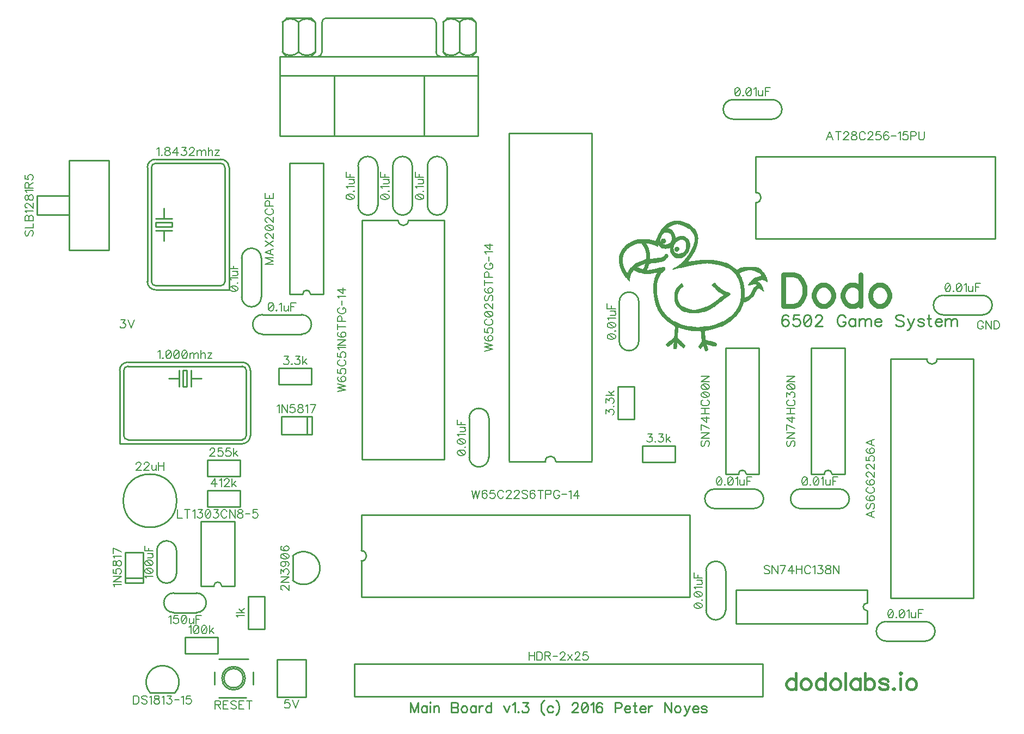
<source format=gbr>
G04 DipTrace 2.4.0.2*
%INTopSilk.gbr*%
%MOIN*%
%ADD10C,0.0098*%
%ADD12C,0.003*%
%ADD62C,0.0077*%
%ADD63C,0.0093*%
%ADD64C,0.0293*%
%ADD65C,0.0154*%
%ADD66C,0.0108*%
%FSLAX44Y44*%
G04*
G70*
G90*
G75*
G01*
%LNTopSilk*%
%LPD*%
X5400Y10949D2*
D10*
Y9551D1*
X6600Y10949D2*
Y9551D1*
X5400D2*
G03X6600Y9551I600J-1D01*
G01*
Y10949D2*
G03X5400Y10949I-600J1D01*
G01*
X40225Y9699D2*
Y7301D1*
X39025Y9699D2*
Y7301D1*
G03X40225Y7301I600J-1D01*
G01*
Y9699D2*
G03X39025Y9699I-600J1D01*
G01*
X6426Y7150D2*
X7824D1*
X6426Y8350D2*
X7824D1*
Y7150D2*
G03X7824Y8350I1J600D01*
G01*
X6426D2*
G03X6426Y7150I-1J-600D01*
G01*
X43074Y37400D2*
X40676D1*
X43074Y38600D2*
X40676D1*
G03X40676Y37400I-1J-600D01*
G01*
X43074D2*
G03X43074Y38600I1J600D01*
G01*
X24525Y16676D2*
Y19074D1*
X25725Y16676D2*
Y19074D1*
G03X24525Y19074I-600J1D01*
G01*
Y16676D2*
G03X25725Y16676I600J-1D01*
G01*
X33713Y23801D2*
Y26199D1*
X34913Y23801D2*
Y26199D1*
G03X33713Y26199I-600J1D01*
G01*
Y23801D2*
G03X34913Y23801I600J-1D01*
G01*
X17719Y32117D2*
Y34515D1*
X18919Y32117D2*
Y34515D1*
G03X17719Y34515I-600J1D01*
G01*
Y32117D2*
G03X18919Y32117I600J-1D01*
G01*
X10594Y26492D2*
Y28890D1*
X11794Y26492D2*
Y28890D1*
G03X10594Y28890I-600J1D01*
G01*
Y26492D2*
G03X11794Y26492I600J-1D01*
G01*
X39551Y14725D2*
X41949D1*
X39551Y13525D2*
X41949D1*
G03X41949Y14725I1J600D01*
G01*
X39551D2*
G03X39551Y13525I-1J-600D01*
G01*
X53551Y26600D2*
X55949D1*
X53551Y25400D2*
X55949D1*
G03X55949Y26600I1J600D01*
G01*
X53551D2*
G03X53551Y25400I-1J-600D01*
G01*
X19844Y32117D2*
Y34515D1*
X21044Y32117D2*
Y34515D1*
G03X19844Y34515I-600J1D01*
G01*
Y32117D2*
G03X21044Y32117I600J-1D01*
G01*
X14268Y24216D2*
X11870D1*
X14268Y25416D2*
X11870D1*
G03X11870Y24216I-1J-600D01*
G01*
X14268D2*
G03X14268Y25416I1J600D01*
G01*
X21969Y32117D2*
Y34515D1*
X23169Y32117D2*
Y34515D1*
G03X21969Y34515I-600J1D01*
G01*
Y32117D2*
G03X23169Y32117I600J-1D01*
G01*
X44801Y14725D2*
X47199D1*
X44801Y13525D2*
X47199D1*
G03X47199Y14725I1J600D01*
G01*
X44801D2*
G03X44801Y13525I-1J-600D01*
G01*
X50051Y6600D2*
X52449D1*
X50051Y5400D2*
X52449D1*
G03X52449Y6600I1J600D01*
G01*
X50051D2*
G03X50051Y5400I-1J-600D01*
G01*
X14896Y19176D2*
Y18074D1*
X14876D2*
X13024D1*
X14597Y19176D2*
Y18074D1*
X13024Y19176D2*
Y18074D1*
X14876Y19176D2*
X13024D1*
X4551Y8979D2*
X3449D1*
Y8999D2*
Y10851D1*
X4551Y9278D2*
X3449D1*
X4551Y10851D2*
X3449D1*
X4551Y8999D2*
Y10851D1*
X17961Y8105D2*
X38039D1*
Y13145D1*
X17961D2*
X38039D1*
X17921Y8105D2*
Y10310D1*
Y13145D2*
Y10940D1*
Y10310D2*
G03X17921Y10940I-1J315D01*
G01*
X23012Y31198D2*
Y16552D1*
X17973D2*
X23012D1*
X17973Y31198D2*
Y16552D1*
Y31198D2*
X20177D1*
X23012D2*
X20807D1*
X20177D2*
G03X20807Y31198I315J0D01*
G01*
X42077Y35112D2*
X56723D1*
Y30073D2*
Y35112D1*
X42077Y30073D2*
X56723D1*
X42077D2*
Y32277D1*
Y35112D2*
Y32907D1*
Y32277D2*
G03X42077Y32907I0J315D01*
G01*
X32020Y16461D2*
Y36539D1*
X26980D1*
Y16461D2*
Y36539D1*
X32020Y16421D2*
X29815D1*
X26980D2*
X29185D1*
X29815D2*
G03X29185Y16421I-315J-1D01*
G01*
X55382Y22698D2*
Y8052D1*
X50343D2*
X55382D1*
X50343Y22698D2*
Y8052D1*
Y22698D2*
X52547D1*
X55382D2*
X53177D1*
X52547D2*
G03X53177Y22698I315J0D01*
G01*
X13545Y26675D2*
Y34707D1*
X15593D2*
X13545D1*
X15593Y26675D2*
Y34707D1*
Y26675D2*
X14805D1*
X13545D2*
X14333D1*
X14805D2*
G03X14333Y26675I-236J0D01*
G01*
X17500Y2000D2*
X42500D1*
X17500Y4000D2*
X42500D1*
X17500Y2000D2*
Y4000D1*
X42500Y2000D2*
Y4000D1*
X14539Y4286D2*
X12768D1*
Y1964D1*
X14539D1*
Y4286D1*
X23923Y43349D2*
G03X22917Y43349I-503J-523D01*
G01*
X24917D2*
G03X23923Y43349I-497J-508D01*
G01*
Y41516D2*
G03X24917Y41516I497J483D01*
G01*
X22917D2*
G03X23923Y41516I503J498D01*
G01*
X14077Y43349D2*
G03X13083Y43349I-497J-508D01*
G01*
X15083D2*
G03X14077Y43349I-503J-523D01*
G01*
Y41516D2*
G03X15083Y41516I503J498D01*
G01*
X13083D2*
G03X14077Y41516I497J483D01*
G01*
X22492Y43327D2*
G03X22213Y43602I-281J-6D01*
G01*
X22492Y41516D2*
G03X22759Y41241I261J-14D01*
G01*
X15787Y43602D2*
G03X15508Y43327I2J-281D01*
G01*
X15241Y41241D2*
G03X15508Y41516I6J261D01*
G01*
X22917D2*
X23171Y41263D1*
X22917Y41516D2*
Y43349D1*
X23171Y43602D1*
X24675D1*
X24917Y43349D1*
Y42849D2*
Y42929D1*
Y41516D2*
Y43349D1*
X24675Y41263D2*
X24917Y41516D1*
X23923D2*
Y43349D1*
X13083Y41516D2*
X13325Y41263D1*
X13083Y41516D2*
Y43349D1*
X13325Y43602D1*
X14829D1*
X15083Y43349D1*
Y42849D2*
Y42929D1*
Y41516D2*
Y43349D1*
X14829Y41263D2*
X15083Y41516D1*
X14077D2*
Y43349D1*
X22492Y41516D2*
Y43327D1*
X15508Y41516D2*
Y43327D1*
X16247Y36358D2*
Y40060D1*
X12937Y41241D2*
X25063D1*
X21753Y36358D2*
Y40060D1*
X12937Y36358D2*
X25063D1*
X15787Y43602D2*
X22213D1*
X12937Y36358D2*
Y41241D1*
X25063Y36358D2*
Y41241D1*
X12937Y40060D2*
X25063D1*
X3346Y14005D2*
G02X3346Y14005I1634J0D01*
G01*
X14873Y21125D2*
X12877D1*
Y22125D2*
Y21125D1*
X14873Y22125D2*
X12877D1*
X14873D2*
Y21125D1*
X10498Y15500D2*
X8502D1*
Y16500D2*
Y15500D1*
X10498Y16500D2*
X8502D1*
X10498D2*
Y15500D1*
X35127Y17375D2*
X37123D1*
Y16375D2*
Y17375D1*
X35127Y16375D2*
X37123D1*
X35127D2*
Y17375D1*
X34625Y20998D2*
Y19002D1*
X33625D2*
X34625D1*
X33625Y20998D2*
Y19002D1*
Y20998D2*
X34625D1*
X9123Y4625D2*
X7127D1*
Y5625D2*
Y4625D1*
X9123Y5625D2*
X7127D1*
X9123D2*
Y4625D1*
X10498Y13625D2*
X8502D1*
Y14625D2*
Y13625D1*
X10498Y14625D2*
X8502D1*
X10498D2*
Y13625D1*
X9391Y3125D2*
G02X9391Y3125I709J0D01*
G01*
X11006Y4306D2*
X9194D1*
X8919Y3519D2*
Y2731D1*
X9194Y1944D2*
X10848D1*
X11281Y2731D2*
Y3519D1*
X9510Y3125D2*
G02X9510Y3125I590J0D01*
G01*
X2470Y34881D2*
X29D1*
Y29369D1*
X2470D1*
Y34881D1*
X29Y32715D2*
X-1939D1*
X29Y31535D2*
X-1939D1*
Y32715D2*
Y31535D1*
X4994Y2224D2*
G02X6506Y2224I756J666D01*
G01*
X4994D1*
X48891Y6476D2*
X40859D1*
Y8524D2*
Y6476D1*
X48891Y8524D2*
X40859D1*
X48891D2*
Y7736D1*
Y6476D2*
Y7264D1*
Y7736D2*
G03X48891Y7264I0J-236D01*
G01*
X45476Y15642D2*
Y23358D1*
X47524D2*
X45476D1*
X47524Y15642D2*
Y23358D1*
Y15642D2*
X46736D1*
X45476D2*
X46264D1*
X46736D2*
G03X46264Y15642I-236J0D01*
G01*
X40226D2*
Y23358D1*
X42274D2*
X40226D1*
X42274Y15642D2*
Y23358D1*
Y15642D2*
X41486D1*
X40226D2*
X41014D1*
X41486D2*
G03X41014Y15642I-236J0D01*
G01*
X8106Y8786D2*
Y12724D1*
X10154D2*
X8106D1*
X10154Y8786D2*
Y12724D1*
Y8786D2*
X9366D1*
X8106D2*
X8894D1*
X9366D2*
G03X8894Y8786I-236J0D01*
G01*
X9819Y26941D2*
Y34441D1*
X9319Y34941D2*
X5319D1*
X4819Y34441D2*
Y27441D1*
X9819Y26941D2*
X5319D1*
X9569Y27441D2*
Y34441D1*
X9319Y34691D2*
X5319D1*
X5069Y34441D2*
Y27441D1*
X5319Y27191D2*
X9319D1*
X9819Y34441D2*
G03X9319Y34941I-500J0D01*
G01*
X9569Y34441D2*
G03X9319Y34691I-250J0D01*
G01*
X5069Y34441D2*
G02X5319Y34691I250J0D01*
G01*
X4819Y34441D2*
G02X5319Y34941I500J0D01*
G01*
Y27191D2*
G02X5069Y27441I0J250D01*
G01*
X5319Y26941D2*
G02X4819Y27441I0J500D01*
G01*
X9319Y27191D2*
G03X9569Y27441I0J250D01*
G01*
X5319Y30811D2*
X6319D1*
Y31061D1*
X5319D1*
Y30811D1*
Y31311D2*
X5819D1*
X5319Y30571D2*
X5819D1*
Y31311D2*
Y31941D1*
Y31311D2*
X6319D1*
X5819Y30571D2*
Y29941D1*
Y30571D2*
X6319D1*
X3125Y17500D2*
X10625D1*
X11125Y18000D2*
Y22000D1*
X10625Y22500D2*
X3625D1*
X3125Y17500D2*
Y22000D1*
X3625Y17750D2*
X10625D1*
X10875Y18000D2*
Y22000D1*
X10625Y22250D2*
X3625D1*
X3375Y22000D2*
Y18000D1*
X10625Y17500D2*
G03X11125Y18000I0J500D01*
G01*
X10625Y17750D2*
G03X10875Y18000I0J250D01*
G01*
X10625Y22250D2*
G02X10875Y22000I0J-250D01*
G01*
X10625Y22500D2*
G02X11125Y22000I0J-500D01*
G01*
X3375D2*
G02X3625Y22250I250J0D01*
G01*
X3125Y22000D2*
G02X3625Y22500I500J0D01*
G01*
X3375Y18000D2*
G03X3625Y17750I250J0D01*
G01*
X6995Y22000D2*
Y21000D1*
X7245D1*
Y22000D1*
X6995D1*
X7495D2*
Y21500D1*
X6755Y22000D2*
Y21500D1*
X7495D2*
X8125D1*
X7495D2*
Y21000D1*
X6755Y21500D2*
X6125D1*
X6755D2*
Y21000D1*
X13719Y10631D2*
G02X13719Y9119I666J-756D01*
G01*
Y10631D1*
X12000Y8128D2*
Y6132D1*
X11000D2*
X12000D1*
X11000Y8128D2*
Y6132D1*
Y8128D2*
X12000D1*
X37061Y31168D2*
D12*
X37421D1*
X36962Y31138D2*
X37525D1*
X36873Y31108D2*
X37623D1*
X36796Y31078D2*
X37712D1*
X36730Y31048D2*
X37792D1*
X36674Y31018D2*
X37861D1*
X36628Y30988D2*
X37922D1*
X36589Y30958D2*
X37139D1*
X37348D2*
X37973D1*
X36554Y30928D2*
X37026D1*
X37469D2*
X38018D1*
X36523Y30898D2*
X36936D1*
X37570D2*
X38060D1*
X36492Y30868D2*
X36863D1*
X37653D2*
X38100D1*
X36462Y30838D2*
X36802D1*
X37723D2*
X38136D1*
X36431Y30808D2*
X36751D1*
X37783D2*
X38170D1*
X36401Y30778D2*
X36710D1*
X37838D2*
X38204D1*
X36372Y30748D2*
X36675D1*
X37890D2*
X38238D1*
X36343Y30718D2*
X36641D1*
X37940D2*
X38269D1*
X36316Y30688D2*
X36735D1*
X37985D2*
X38296D1*
X36294Y30658D2*
X36812D1*
X38023D2*
X38323D1*
X36272Y30628D2*
X36873D1*
X38054D2*
X38348D1*
X36252Y30598D2*
X36918D1*
X38083D2*
X38369D1*
X36233Y30568D2*
X36951D1*
X38112D2*
X38387D1*
X36216Y30538D2*
X36977D1*
X38141D2*
X38403D1*
X36200Y30508D2*
X37000D1*
X38167D2*
X38418D1*
X36184Y30478D2*
X37020D1*
X38189D2*
X38430D1*
X36168Y30448D2*
X36432D1*
X36751D2*
X37037D1*
X38210D2*
X38440D1*
X36150Y30418D2*
X36403D1*
X36791D2*
X37053D1*
X38231D2*
X38451D1*
X36132Y30388D2*
X36376D1*
X36822D2*
X37068D1*
X38250D2*
X38461D1*
X36116Y30358D2*
X36354D1*
X36848D2*
X37080D1*
X38266D2*
X38471D1*
X36104Y30328D2*
X36332D1*
X36869D2*
X37091D1*
X38279D2*
X38481D1*
X36091Y30298D2*
X36312D1*
X36886D2*
X37101D1*
X38290D2*
X38490D1*
X36078Y30268D2*
X36293D1*
X36899D2*
X37110D1*
X38301D2*
X38496D1*
X36063Y30238D2*
X36277D1*
X36910D2*
X37116D1*
X37421D2*
X37631D1*
X38310D2*
X38499D1*
X36049Y30208D2*
X36263D1*
X36921D2*
X37120D1*
X37332D2*
X37700D1*
X38316D2*
X38502D1*
X36034Y30178D2*
X36252D1*
X36930D2*
X37126D1*
X37251D2*
X37759D1*
X38319D2*
X38507D1*
X36019Y30148D2*
X36241D1*
X36936D2*
X37137D1*
X37171D2*
X37807D1*
X38321D2*
X38517D1*
X36005Y30118D2*
X36228D1*
X36939D2*
X37844D1*
X38321D2*
X38531D1*
X35993Y30088D2*
X36214D1*
X36939D2*
X37875D1*
X38321D2*
X38501D1*
X35982Y30058D2*
X36204D1*
X36311D2*
X36491D1*
X36936D2*
X37902D1*
X38321D2*
X38514D1*
X34841Y30028D2*
X35501D1*
X35971D2*
X36197D1*
X36287D2*
X36506D1*
X36929D2*
X37927D1*
X38321D2*
X38513D1*
X34730Y29998D2*
X35627D1*
X35960D2*
X36194D1*
X36270D2*
X36520D1*
X36920D2*
X37363D1*
X37654D2*
X37948D1*
X38321D2*
X38509D1*
X34635Y29968D2*
X35756D1*
X35945D2*
X36194D1*
X36258D2*
X36535D1*
X36910D2*
X37307D1*
X37698D2*
X37965D1*
X38321D2*
X38505D1*
X34556Y29938D2*
X35895D1*
X35921D2*
X36198D1*
X36249D2*
X36551D1*
X36896D2*
X37255D1*
X37730D2*
X37978D1*
X38320D2*
X38503D1*
X34487Y29908D2*
X36208D1*
X36236D2*
X36536D1*
X36879D2*
X37209D1*
X37753D2*
X37986D1*
X38316D2*
X38502D1*
X34425Y29878D2*
X36522D1*
X36860D2*
X37170D1*
X37772D2*
X37994D1*
X38309D2*
X38502D1*
X34368Y29848D2*
X36507D1*
X36840D2*
X37141D1*
X37787D2*
X38003D1*
X38301D2*
X38500D1*
X34319Y29818D2*
X34943D1*
X35021D2*
X35290D1*
X35332D2*
X36468D1*
X36815D2*
X37119D1*
X37799D2*
X38011D1*
X38295D2*
X38496D1*
X34275Y29788D2*
X34819D1*
X35051D2*
X35316D1*
X35500D2*
X36410D1*
X36781D2*
X37101D1*
X37805D2*
X38016D1*
X38289D2*
X38489D1*
X34232Y29758D2*
X34714D1*
X35081D2*
X35339D1*
X35638D2*
X36341D1*
X36731D2*
X37085D1*
X37809D2*
X38019D1*
X38280D2*
X38480D1*
X34188Y29728D2*
X34627D1*
X35110D2*
X35360D1*
X35750D2*
X36426D1*
X36651D2*
X37069D1*
X37810D2*
X38021D1*
X38271D2*
X38471D1*
X34145Y29698D2*
X34553D1*
X35136D2*
X35381D1*
X35843D2*
X36539D1*
X36536D2*
X37055D1*
X37811D2*
X38021D1*
X38261D2*
X38461D1*
X34104Y29668D2*
X34487D1*
X35159D2*
X35400D1*
X35918D2*
X36071D1*
X36131D2*
X37044D1*
X37811D2*
X38021D1*
X38250D2*
X38451D1*
X34068Y29638D2*
X34429D1*
X35180D2*
X35417D1*
X35982D2*
X36071D1*
X36162D2*
X37036D1*
X37811D2*
X38021D1*
X38237D2*
X38442D1*
X34039Y29608D2*
X34380D1*
X35201D2*
X35433D1*
X36041D2*
X36071D1*
X36193D2*
X37029D1*
X37811D2*
X38020D1*
X38223D2*
X38431D1*
X34015Y29578D2*
X34340D1*
X35220D2*
X35449D1*
X36228D2*
X37020D1*
X37151D2*
X37301D1*
X37810D2*
X38016D1*
X38209D2*
X38421D1*
X33992Y29548D2*
X34304D1*
X35236D2*
X35464D1*
X36274D2*
X37012D1*
X37127D2*
X37327D1*
X37806D2*
X38009D1*
X38195D2*
X38412D1*
X33968Y29518D2*
X34268D1*
X35249D2*
X35478D1*
X36337D2*
X36739D1*
X36821D2*
X37007D1*
X37110D2*
X37348D1*
X37799D2*
X38001D1*
X38183D2*
X38401D1*
X33944Y29488D2*
X34231D1*
X35260D2*
X35489D1*
X36423D2*
X36637D1*
X36821D2*
X37005D1*
X37100D2*
X37364D1*
X37790D2*
X37995D1*
X38172D2*
X38391D1*
X33923Y29458D2*
X34197D1*
X35272D2*
X35497D1*
X36521D2*
D3*
X36821D2*
X37007D1*
X37095D2*
X37376D1*
X37781D2*
X37989D1*
X38160D2*
X38382D1*
X33901Y29428D2*
X34169D1*
X35285D2*
X35504D1*
X36821D2*
X37014D1*
X37094D2*
X37372D1*
X37770D2*
X37980D1*
X38146D2*
X38370D1*
X33878Y29398D2*
X34143D1*
X35298D2*
X35513D1*
X36822D2*
X37023D1*
X37096D2*
X37362D1*
X37756D2*
X37971D1*
X38129D2*
X38357D1*
X33854Y29368D2*
X34117D1*
X35310D2*
X35521D1*
X36823D2*
X37032D1*
X37111D2*
X37345D1*
X37738D2*
X37961D1*
X38110D2*
X38343D1*
X33834Y29338D2*
X34090D1*
X35321D2*
X35528D1*
X36826D2*
X37043D1*
X37144D2*
X37310D1*
X37715D2*
X37950D1*
X38092D2*
X38329D1*
X33816Y29308D2*
X34062D1*
X35331D2*
X35534D1*
X36834D2*
X37057D1*
X37181D2*
X37271D1*
X37689D2*
X37937D1*
X38075D2*
X38314D1*
X33800Y29278D2*
X34037D1*
X35340D2*
X35543D1*
X36842D2*
X37074D1*
X37660D2*
X37923D1*
X38059D2*
X38298D1*
X33785Y29248D2*
X34019D1*
X35346D2*
X35551D1*
X36852D2*
X37094D1*
X37630D2*
X37907D1*
X38044D2*
X38280D1*
X33773Y29218D2*
X34005D1*
X35349D2*
X35556D1*
X36863D2*
X37118D1*
X37594D2*
X37889D1*
X38028D2*
X38261D1*
X33762Y29188D2*
X33991D1*
X35351D2*
X35559D1*
X36877D2*
X37146D1*
X37544D2*
X37866D1*
X38010D2*
X38242D1*
X33752Y29158D2*
X33978D1*
X35352D2*
X35561D1*
X36551D2*
D3*
X36895D2*
X37216D1*
X37462D2*
X37839D1*
X37991D2*
X38225D1*
X33741Y29128D2*
X33964D1*
X35356D2*
X35561D1*
X36526D2*
X36611D1*
X36916D2*
X37322D1*
X37335D2*
X37810D1*
X37971D2*
X38208D1*
X33732Y29098D2*
X33953D1*
X35364D2*
X35561D1*
X36503D2*
X36649D1*
X36940D2*
X37781D1*
X37950D2*
X38190D1*
X33721Y29068D2*
X33942D1*
X35371D2*
X35561D1*
X36481D2*
X36679D1*
X36965D2*
X37750D1*
X37926D2*
X38171D1*
X33712Y29038D2*
X33932D1*
X35376D2*
X35561D1*
X36456D2*
X36689D1*
X36995D2*
X37715D1*
X37900D2*
X38151D1*
X33707Y29008D2*
X33922D1*
X35378D2*
X35561D1*
X36428D2*
X36681D1*
X37032D2*
X37673D1*
X37876D2*
X38130D1*
X33704Y28978D2*
X33915D1*
X35376D2*
X35561D1*
X36393D2*
X36667D1*
X37073D2*
X37622D1*
X37853D2*
X38107D1*
X33702Y28948D2*
X33909D1*
X35369D2*
X35561D1*
X36343D2*
X36650D1*
X37122D2*
X37562D1*
X37831D2*
X38084D1*
X33702Y28918D2*
X33900D1*
X35361D2*
X35561D1*
X36265D2*
X36630D1*
X37179D2*
X37494D1*
X37808D2*
X38064D1*
X33702Y28888D2*
X33892D1*
X35356D2*
X35561D1*
X36134D2*
X36606D1*
X37241D2*
X37421D1*
X37784D2*
X38046D1*
X33701Y28858D2*
X33886D1*
X35351D2*
X35561D1*
X35923D2*
X36579D1*
X37763D2*
X38029D1*
X33701Y28828D2*
X33884D1*
X35343D2*
X35561D1*
X35629D2*
X36550D1*
X37741D2*
X38009D1*
X33701Y28798D2*
X33882D1*
X35312D2*
X36520D1*
X37716D2*
X37986D1*
X33701Y28768D2*
X33882D1*
X35241D2*
X36483D1*
X37689D2*
X37960D1*
X38771D2*
X39401D1*
X33701Y28738D2*
X33882D1*
X35151D2*
X36434D1*
X37661D2*
X37936D1*
X38507D2*
X39609D1*
X33701Y28708D2*
X33883D1*
X35055D2*
X36357D1*
X37631D2*
X37917D1*
X38245D2*
X39791D1*
X33701Y28678D2*
X33886D1*
X34965D2*
X36236D1*
X37602D2*
X37901D1*
X37973D2*
X39940D1*
X33701Y28648D2*
X33894D1*
X34888D2*
X36065D1*
X37576D2*
X40059D1*
X33702Y28618D2*
X33901D1*
X34823D2*
X35872D1*
X37552D2*
X40152D1*
X33703Y28588D2*
X33907D1*
X34767D2*
X35706D1*
X37526D2*
X40229D1*
X33706Y28558D2*
X33910D1*
X34718D2*
X35600D1*
X37494D2*
X38886D1*
X39249D2*
X40296D1*
X33714Y28528D2*
X33916D1*
X34675D2*
X35202D1*
X35290D2*
X35531D1*
X37458D2*
X38612D1*
X39506D2*
X40359D1*
X33721Y28498D2*
X33923D1*
X34637D2*
X35114D1*
X35286D2*
X35511D1*
X37419D2*
X38379D1*
X39707D2*
X40420D1*
X33728Y28468D2*
X33932D1*
X34599D2*
X35033D1*
X35279D2*
X35495D1*
X37376D2*
X38183D1*
X39859D2*
X40476D1*
X33734Y28438D2*
X33942D1*
X34560D2*
X34962D1*
X35270D2*
X35484D1*
X37329D2*
X38016D1*
X39978D2*
X40528D1*
X33743Y28408D2*
X33953D1*
X34522D2*
X34900D1*
X35261D2*
X35476D1*
X37281D2*
X37870D1*
X40078D2*
X40576D1*
X33752Y28378D2*
X33965D1*
X34486D2*
X34840D1*
X35251D2*
X35469D1*
X37231D2*
X37739D1*
X40164D2*
X40623D1*
X33761Y28348D2*
X33978D1*
X34454D2*
X34781D1*
X35241D2*
X35459D1*
X36371D2*
X36461D1*
X37181D2*
X37613D1*
X40239D2*
X40667D1*
X41321D2*
X42071D1*
X33772Y28318D2*
X33990D1*
X34423D2*
X34828D1*
X35232D2*
X35447D1*
X36280D2*
X36472D1*
X37133D2*
X37488D1*
X40305D2*
X40709D1*
X41237D2*
X42144D1*
X33782Y28288D2*
X34001D1*
X34397D2*
X34880D1*
X35220D2*
X35434D1*
X36185D2*
X36482D1*
X37087D2*
X37365D1*
X40364D2*
X40745D1*
X41161D2*
X42208D1*
X33791Y28258D2*
X34012D1*
X34374D2*
X34943D1*
X35204D2*
X35423D1*
X36080D2*
X36491D1*
X37045D2*
X37243D1*
X40419D2*
X40779D1*
X41096D2*
X42261D1*
X33803Y28228D2*
X34025D1*
X34352D2*
X35023D1*
X35182D2*
X35412D1*
X35958D2*
X36500D1*
X37007D2*
X37122D1*
X40469D2*
X40813D1*
X41041D2*
X42307D1*
X33816Y28198D2*
X34040D1*
X34332D2*
X35122D1*
X35135D2*
X35403D1*
X35807D2*
X36507D1*
X36971D2*
X37001D1*
X40516D2*
X40853D1*
X40989D2*
X42349D1*
X33830Y28168D2*
X34054D1*
X34313D2*
X35395D1*
X35621D2*
X36498D1*
X40558D2*
X40904D1*
X40933D2*
X42385D1*
X33844Y28138D2*
X34069D1*
X34296D2*
X34572D1*
X34662D2*
X35402D1*
X35403D2*
X36469D1*
X40595D2*
X41456D1*
X41929D2*
X42414D1*
X33859Y28108D2*
X34085D1*
X34280D2*
X34543D1*
X34723D2*
X36433D1*
X40629D2*
X41339D1*
X42033D2*
X42439D1*
X33874Y28078D2*
X34103D1*
X34264D2*
X34516D1*
X34788D2*
X36393D1*
X40660D2*
X41249D1*
X42112D2*
X42465D1*
X33889Y28048D2*
X34122D1*
X34247D2*
X34494D1*
X34860D2*
X36353D1*
X40691D2*
X41179D1*
X42173D2*
X42493D1*
X33905Y28018D2*
X34141D1*
X34223D2*
X34472D1*
X34942D2*
X36317D1*
X40721D2*
X41125D1*
X42223D2*
X42521D1*
X33923Y27988D2*
X34161D1*
X34190D2*
X34452D1*
X35037D2*
X35886D1*
X36043D2*
X36285D1*
X40751D2*
X41083D1*
X42267D2*
X42547D1*
X33942Y27958D2*
X34433D1*
X35145D2*
X35725D1*
X36017D2*
X36257D1*
X40780D2*
X41068D1*
X42304D2*
X42569D1*
X33961Y27928D2*
X34417D1*
X35261D2*
X35561D1*
X35995D2*
X36235D1*
X40806D2*
X41070D1*
X42334D2*
X42590D1*
X33978Y27898D2*
X34403D1*
X35976D2*
X36217D1*
X40828D2*
X41079D1*
X42358D2*
X42611D1*
X33994Y27868D2*
X34393D1*
X35960D2*
X36200D1*
X40847D2*
X41091D1*
X42381D2*
X42630D1*
X34013Y27838D2*
X34382D1*
X35945D2*
X36184D1*
X40864D2*
X41106D1*
X42406D2*
X42647D1*
X34032Y27808D2*
X34373D1*
X35933D2*
X36169D1*
X40882D2*
X41123D1*
X42431D2*
X42663D1*
X34052Y27778D2*
X34367D1*
X35922D2*
X36154D1*
X40902D2*
X41141D1*
X42313D2*
X42679D1*
X34072Y27748D2*
X34362D1*
X35911D2*
X36139D1*
X40920D2*
X41157D1*
X42209D2*
X42694D1*
X34097Y27718D2*
X34357D1*
X35898D2*
X36124D1*
X40937D2*
X41169D1*
X42123D2*
X42708D1*
X34124Y27688D2*
X34350D1*
X35884D2*
X36109D1*
X40953D2*
X41181D1*
X42052D2*
X42719D1*
X34152Y27658D2*
X34342D1*
X35874D2*
X36095D1*
X40969D2*
X41191D1*
X41991D2*
X42727D1*
X34182Y27628D2*
X34336D1*
X35867D2*
X36083D1*
X40984D2*
X41201D1*
X41941D2*
X42734D1*
X34212Y27598D2*
X34334D1*
X35863D2*
X36072D1*
X40999D2*
X41211D1*
X41900D2*
X42743D1*
X34241Y27568D2*
X34332D1*
X35857D2*
X36062D1*
X41014D2*
X41222D1*
X41865D2*
X42459D1*
X42479D2*
X42751D1*
X34271Y27538D2*
X34332D1*
X35850D2*
X36052D1*
X41028D2*
X41231D1*
X41833D2*
X42312D1*
X42573D2*
X42756D1*
X34301Y27508D2*
X34332D1*
X35842D2*
X36045D1*
X41040D2*
X41241D1*
X41803D2*
X42210D1*
X42649D2*
X42759D1*
X34331Y27478D2*
D3*
X35836D2*
X36039D1*
X41051D2*
X41252D1*
X41777D2*
X42131D1*
X42709D2*
X42761D1*
X35833Y27448D2*
X36030D1*
X41061D2*
X41261D1*
X41754D2*
X42186D1*
X42761D2*
D3*
X35831Y27418D2*
X36022D1*
X41070D2*
X41271D1*
X41731D2*
X42233D1*
X35827Y27388D2*
X36016D1*
X41077D2*
X41281D1*
X41707D2*
X42273D1*
X35819Y27358D2*
X36013D1*
X39521D2*
X39551D1*
X41084D2*
X41287D1*
X41680D2*
X42308D1*
X35812Y27328D2*
X36011D1*
X37481D2*
X37541D1*
X39481D2*
X39581D1*
X41093D2*
X41294D1*
X41656D2*
X42339D1*
X35806Y27298D2*
X36007D1*
X37451D2*
X37560D1*
X39442D2*
X39611D1*
X41101D2*
X41303D1*
X41634D2*
X42366D1*
X35804Y27268D2*
X35999D1*
X37421D2*
X37577D1*
X39406D2*
X39641D1*
X41108D2*
X41311D1*
X41613D2*
X41801D1*
X42101D2*
X42388D1*
X35802Y27238D2*
X35992D1*
X37391D2*
X37594D1*
X39371D2*
X39671D1*
X41114D2*
X41316D1*
X41591D2*
X41681D1*
X42131D2*
X42406D1*
X35802Y27208D2*
X35986D1*
X37361D2*
X37612D1*
X39401D2*
X39701D1*
X41123D2*
X41319D1*
X42091D2*
X42423D1*
X35802Y27178D2*
X35984D1*
X37331D2*
X37631D1*
X39431D2*
X39731D1*
X41131D2*
X41322D1*
X42052D2*
X42437D1*
X35801Y27148D2*
X35982D1*
X37302D2*
X37600D1*
X39461D2*
X39761D1*
X41136D2*
X41326D1*
X42018D2*
X42450D1*
X35801Y27118D2*
X35982D1*
X37273D2*
X37566D1*
X39491D2*
X39792D1*
X41139D2*
X41333D1*
X41989D2*
X42460D1*
X35801Y27088D2*
X35982D1*
X37247D2*
X37529D1*
X39521D2*
X39823D1*
X41141D2*
X41341D1*
X41965D2*
X42471D1*
X35801Y27058D2*
X35981D1*
X37225D2*
X37493D1*
X39551D2*
X39857D1*
X41142D2*
X41346D1*
X41943D2*
X42481D1*
X35801Y27028D2*
X35981D1*
X37206D2*
X37461D1*
X39581D2*
X39895D1*
X41146D2*
X41349D1*
X41922D2*
X42491D1*
X35801Y26998D2*
X35981D1*
X37190D2*
X37436D1*
X39611D2*
X39936D1*
X41154D2*
X41351D1*
X41903D2*
X42162D1*
X42337D2*
X42501D1*
X35801Y26968D2*
X35981D1*
X37174D2*
X37413D1*
X39641D2*
X39980D1*
X41161D2*
X41351D1*
X41886D2*
X42133D1*
X42388D2*
X42512D1*
X35801Y26938D2*
X35981D1*
X37159D2*
X37392D1*
X39672D2*
X40025D1*
X41167D2*
X41351D1*
X41870D2*
X42107D1*
X42436D2*
X42522D1*
X35801Y26908D2*
X35982D1*
X37145D2*
X37373D1*
X39703D2*
X40074D1*
X41169D2*
X41351D1*
X41854D2*
X42085D1*
X42480D2*
X42536D1*
X35801Y26878D2*
X35983D1*
X37134D2*
X37356D1*
X39737D2*
X40129D1*
X41171D2*
X41351D1*
X41839D2*
X42066D1*
X42521D2*
X42551D1*
X35801Y26848D2*
X35986D1*
X37126D2*
X37340D1*
X39775D2*
X40190D1*
X41171D2*
X41351D1*
X41825D2*
X42050D1*
X35801Y26818D2*
X35994D1*
X37119D2*
X37325D1*
X39816D2*
X40259D1*
X41171D2*
X41351D1*
X41813D2*
X42035D1*
X35802Y26788D2*
X36001D1*
X37110D2*
X37313D1*
X39860D2*
X40332D1*
X41171D2*
X41351D1*
X41802D2*
X42023D1*
X35803Y26758D2*
X36007D1*
X37102D2*
X37302D1*
X39905D2*
X40399D1*
X41171D2*
X41351D1*
X41790D2*
X42012D1*
X35806Y26728D2*
X36009D1*
X37096D2*
X37292D1*
X39953D2*
X40450D1*
X41171D2*
X41351D1*
X41776D2*
X42001D1*
X35814Y26698D2*
X36011D1*
X37094D2*
X37283D1*
X40001D2*
X40485D1*
X41171D2*
X41351D1*
X41757D2*
X41987D1*
X35821Y26668D2*
X36011D1*
X37092D2*
X37277D1*
X40048D2*
X40511D1*
X41171D2*
X41351D1*
X41730D2*
X41973D1*
X35827Y26638D2*
X36012D1*
X37092D2*
X37274D1*
X40091D2*
X40463D1*
X41171D2*
X41351D1*
X41697D2*
X41957D1*
X35829Y26608D2*
X36016D1*
X37092D2*
X37272D1*
X40057D2*
X40417D1*
X41171D2*
X41351D1*
X41660D2*
X41939D1*
X35832Y26578D2*
X36024D1*
X37091D2*
X37272D1*
X40019D2*
X40374D1*
X41171D2*
X41351D1*
X41625D2*
X41916D1*
X35836Y26548D2*
X36031D1*
X37091D2*
X37272D1*
X39982D2*
X40333D1*
X41171D2*
X41352D1*
X41587D2*
X41889D1*
X35843Y26518D2*
X36037D1*
X37091D2*
X37271D1*
X39946D2*
X40292D1*
X41170D2*
X41354D1*
X41541D2*
X41861D1*
X35851Y26488D2*
X36040D1*
X37091D2*
X37271D1*
X39912D2*
X40252D1*
X41166D2*
X41359D1*
X41482D2*
X41835D1*
X35856Y26458D2*
X36046D1*
X37091D2*
X37271D1*
X39877D2*
X40215D1*
X41159D2*
X41383D1*
X41406D2*
X41808D1*
X35859Y26428D2*
X36053D1*
X37091D2*
X37272D1*
X39839D2*
X40179D1*
X41152D2*
X41779D1*
X35861Y26398D2*
X36061D1*
X37091D2*
X37273D1*
X39800D2*
X40140D1*
X41146D2*
X41745D1*
X35862Y26368D2*
X36068D1*
X37092D2*
X37277D1*
X39761D2*
X40101D1*
X41143D2*
X41708D1*
X35866Y26338D2*
X36074D1*
X37093D2*
X37285D1*
X39721D2*
X40061D1*
X41141D2*
X41663D1*
X35874Y26308D2*
X36083D1*
X37096D2*
X37296D1*
X39681D2*
X40021D1*
X41137D2*
X41605D1*
X35881Y26278D2*
X36091D1*
X37104D2*
X37309D1*
X39642D2*
X39982D1*
X41129D2*
X41532D1*
X35888Y26248D2*
X36098D1*
X37111D2*
X37320D1*
X39601D2*
X39945D1*
X41120D2*
X41451D1*
X35894Y26218D2*
X36104D1*
X37118D2*
X37331D1*
X39562D2*
X39909D1*
X41111D2*
X41381D1*
X35903Y26188D2*
X36113D1*
X37124D2*
X37342D1*
X39525D2*
X39870D1*
X41101D2*
X41327D1*
X35911Y26158D2*
X36122D1*
X37134D2*
X37356D1*
X39489D2*
X39831D1*
X41091D2*
X41307D1*
X35918Y26128D2*
X36131D1*
X37146D2*
X37373D1*
X39449D2*
X39791D1*
X41082D2*
X41293D1*
X35924Y26098D2*
X36142D1*
X37160D2*
X37393D1*
X39407D2*
X39751D1*
X41071D2*
X41282D1*
X35933Y26068D2*
X36152D1*
X37174D2*
X37413D1*
X39362D2*
X39712D1*
X41061D2*
X41271D1*
X35942Y26038D2*
X36161D1*
X37189D2*
X37438D1*
X39312D2*
X39675D1*
X41052D2*
X41262D1*
X35952Y26008D2*
X36171D1*
X37205D2*
X37469D1*
X39257D2*
X39639D1*
X41040D2*
X41250D1*
X35963Y25978D2*
X36182D1*
X37224D2*
X37505D1*
X39196D2*
X39599D1*
X41027D2*
X41237D1*
X35976Y25948D2*
X36191D1*
X37247D2*
X37544D1*
X39134D2*
X39557D1*
X41013D2*
X41224D1*
X35990Y25918D2*
X36203D1*
X37274D2*
X37588D1*
X39071D2*
X39513D1*
X40999D2*
X41213D1*
X36004Y25888D2*
X36216D1*
X37302D2*
X37639D1*
X39005D2*
X39468D1*
X40984D2*
X41202D1*
X36018Y25858D2*
X36230D1*
X37332D2*
X37696D1*
X38932D2*
X39420D1*
X40968D2*
X41190D1*
X36030Y25828D2*
X36245D1*
X37362D2*
X37761D1*
X38846D2*
X39370D1*
X40950D2*
X41177D1*
X36041Y25798D2*
X36263D1*
X37393D2*
X37843D1*
X38743D2*
X39321D1*
X40931D2*
X41163D1*
X36052Y25768D2*
X36282D1*
X37427D2*
X37947D1*
X38623D2*
X39269D1*
X40912D2*
X41149D1*
X36065Y25738D2*
X36302D1*
X37465D2*
X38070D1*
X38490D2*
X39211D1*
X40895D2*
X41134D1*
X36080Y25708D2*
X36321D1*
X37509D2*
X39145D1*
X40878D2*
X41118D1*
X36095Y25678D2*
X36342D1*
X37560D2*
X39069D1*
X40859D2*
X41100D1*
X36114Y25648D2*
X36361D1*
X37622D2*
X38985D1*
X40837D2*
X41081D1*
X36136Y25618D2*
X36382D1*
X37696D2*
X38893D1*
X40814D2*
X41061D1*
X36158Y25588D2*
X36405D1*
X37784D2*
X38792D1*
X40793D2*
X41041D1*
X36175Y25558D2*
X36429D1*
X37885D2*
X38680D1*
X40771D2*
X41021D1*
X36190Y25528D2*
X36450D1*
X37991D2*
X38561D1*
X40746D2*
X41001D1*
X36206Y25498D2*
X36472D1*
X40719D2*
X40980D1*
X36227Y25468D2*
X36496D1*
X40691D2*
X40956D1*
X36249Y25438D2*
X36524D1*
X40661D2*
X40930D1*
X36270Y25408D2*
X36552D1*
X40631D2*
X40906D1*
X36292Y25378D2*
X36582D1*
X40600D2*
X40883D1*
X36316Y25348D2*
X36612D1*
X40566D2*
X40861D1*
X36344Y25318D2*
X36642D1*
X40529D2*
X40836D1*
X36372Y25288D2*
X36673D1*
X40490D2*
X40809D1*
X36402Y25258D2*
X36706D1*
X40451D2*
X40779D1*
X36432Y25228D2*
X36744D1*
X40410D2*
X40746D1*
X36461Y25198D2*
X36781D1*
X40367D2*
X40709D1*
X36491Y25168D2*
X36818D1*
X40323D2*
X40671D1*
X36522Y25138D2*
X36855D1*
X40279D2*
X40636D1*
X36553Y25108D2*
X36898D1*
X40234D2*
X40602D1*
X36586Y25078D2*
X36944D1*
X40188D2*
X40567D1*
X36624Y25048D2*
X36993D1*
X40138D2*
X40529D1*
X36662Y25018D2*
X37043D1*
X40081D2*
X40490D1*
X36702Y24988D2*
X37098D1*
X40017D2*
X40450D1*
X36743Y24958D2*
X37159D1*
X39949D2*
X40405D1*
X36787Y24928D2*
X37225D1*
X39881D2*
X40355D1*
X36833Y24898D2*
X37293D1*
X39810D2*
X40303D1*
X36883Y24868D2*
X37364D1*
X39735D2*
X40252D1*
X36932Y24838D2*
X37443D1*
X39652D2*
X40201D1*
X36981Y24808D2*
X37533D1*
X39557D2*
X40146D1*
X37029Y24778D2*
X37634D1*
X39448D2*
X40088D1*
X37069Y24748D2*
X37751D1*
X39321D2*
X40025D1*
X37100Y24718D2*
X37898D1*
X39164D2*
X39957D1*
X37111Y24688D2*
X38077D1*
X38969D2*
X39884D1*
X37117Y24658D2*
X38284D1*
X38742D2*
X39803D1*
X37120Y24628D2*
X37301D1*
X37357D2*
X39712D1*
X37121Y24598D2*
X37301D1*
X37469D2*
X39612D1*
X37120Y24568D2*
X37301D1*
X37583D2*
X39504D1*
X37116Y24538D2*
X37301D1*
X37705D2*
X39382D1*
X37109Y24508D2*
X37301D1*
X37844D2*
X39242D1*
X37102Y24478D2*
X37301D1*
X38002D2*
X39085D1*
X37096Y24448D2*
X37301D1*
X38171D2*
X38921D1*
X37094Y24418D2*
X37300D1*
X38711D2*
X38921D1*
X37092Y24388D2*
X37296D1*
X38712D2*
X38921D1*
X37092Y24358D2*
X37289D1*
X38713D2*
X38921D1*
X37092Y24328D2*
X37282D1*
X38716D2*
X38921D1*
X37091Y24298D2*
X37276D1*
X38724D2*
X38922D1*
X37091Y24268D2*
X37274D1*
X38731D2*
X38923D1*
X37091Y24238D2*
X37272D1*
X38737D2*
X38926D1*
X37091Y24208D2*
X37272D1*
X38739D2*
X38934D1*
X37091Y24178D2*
X37272D1*
X38741D2*
X38941D1*
X37090Y24148D2*
X37271D1*
X38741D2*
X38947D1*
X37086Y24118D2*
X37271D1*
X38741D2*
X38949D1*
X37079Y24088D2*
X37271D1*
X38741D2*
X38951D1*
X37069Y24058D2*
X37272D1*
X38741D2*
X38951D1*
X37055Y24028D2*
X37274D1*
X38742D2*
X38951D1*
X37032Y23998D2*
X37279D1*
X38743D2*
X38951D1*
X36999Y23968D2*
X37301D1*
X38746D2*
X38952D1*
X36961Y23938D2*
X37329D1*
X38754D2*
X38953D1*
X36922Y23908D2*
X37360D1*
X38761D2*
X38964D1*
X36886Y23878D2*
X37391D1*
X38767D2*
X39011D1*
X36849Y23848D2*
X37421D1*
X38769D2*
X39084D1*
X36810Y23818D2*
X37451D1*
X38769D2*
X39179D1*
X36772Y23788D2*
X37481D1*
X38765D2*
X39284D1*
X36735Y23758D2*
X37511D1*
X38753D2*
X39389D1*
X36699Y23728D2*
X37542D1*
X38734D2*
X39487D1*
X36660Y23698D2*
X36997D1*
X37057D2*
X37573D1*
X38713D2*
X39567D1*
X36622Y23668D2*
X36958D1*
X37049D2*
X37241D1*
X37301D2*
X37606D1*
X38692D2*
X39629D1*
X36586Y23638D2*
X36917D1*
X37042D2*
X37241D1*
X37331D2*
X37643D1*
X38671D2*
X39659D1*
X36551Y23608D2*
X36874D1*
X37036D2*
X37241D1*
X37361D2*
X37680D1*
X38646D2*
X39655D1*
X36571Y23578D2*
X36834D1*
X37034D2*
X37240D1*
X37392D2*
X37710D1*
X38620D2*
X39046D1*
X39221D2*
X39650D1*
X36592Y23548D2*
X36797D1*
X37032D2*
X37236D1*
X37423D2*
X37734D1*
X38596D2*
X39054D1*
X39341D2*
X39645D1*
X36617Y23518D2*
X36764D1*
X37032D2*
X37229D1*
X37456D2*
X37740D1*
X38575D2*
X39062D1*
X39461D2*
X39643D1*
X36643Y23488D2*
X36732D1*
X37032D2*
X37222D1*
X37494D2*
X37733D1*
X38559D2*
X38796D1*
X38856D2*
X39071D1*
X39581D2*
X39641D1*
X36671Y23458D2*
X36701D1*
X37031D2*
X37216D1*
X37531D2*
X37713D1*
X38548D2*
X38783D1*
X38874D2*
X39082D1*
X37031Y23428D2*
X37214D1*
X37567D2*
X37688D1*
X38555D2*
X38763D1*
X38888D2*
X39092D1*
X37031Y23398D2*
X37212D1*
X37599D2*
X37660D1*
X38583D2*
X38738D1*
X38900D2*
X39101D1*
X37031Y23368D2*
X37212D1*
X37631D2*
D3*
X38617D2*
X38710D1*
X38911D2*
X39111D1*
X37031Y23338D2*
X37211D1*
X38651D2*
X38681D1*
X38921D2*
X39120D1*
X38931Y23308D2*
X39126D1*
X38940Y23278D2*
X39118D1*
X38947Y23248D2*
X39084D1*
X38951Y23218D2*
X39041D1*
X37061Y31168D2*
X36962Y31138D1*
X36873Y31108D1*
X36796Y31078D1*
X36730Y31048D1*
X36674Y31018D1*
X36628Y30988D1*
X36589Y30958D1*
X36554Y30928D1*
X36523Y30898D1*
X36492Y30868D1*
X36462Y30838D1*
X36431Y30808D1*
X36401Y30778D1*
X36372Y30748D1*
X36343Y30718D1*
X36316Y30688D1*
X36294Y30658D1*
X36272Y30628D1*
X36252Y30598D1*
X36233Y30568D1*
X36216Y30538D1*
X36200Y30508D1*
X36184Y30478D1*
X36168Y30448D1*
X36150Y30418D1*
X36132Y30388D1*
X36116Y30358D1*
X36104Y30328D1*
X36091Y30298D1*
X36078Y30268D1*
X36063Y30238D1*
X36049Y30208D1*
X36034Y30178D1*
X36019Y30148D1*
X36005Y30118D1*
X35993Y30088D1*
X35982Y30058D1*
X35971Y30028D1*
X35960Y29998D1*
X35945Y29968D1*
X35921Y29938D1*
X35891Y29908D1*
X37421Y31168D2*
X37525Y31138D1*
X37623Y31108D1*
X37712Y31078D1*
X37792Y31048D1*
X37861Y31018D1*
X37922Y30988D1*
X37973Y30958D1*
X38018Y30928D1*
X38060Y30898D1*
X38100Y30868D1*
X38136Y30838D1*
X38170Y30808D1*
X38204Y30778D1*
X38238Y30748D1*
X38269Y30718D1*
X38296Y30688D1*
X38323Y30658D1*
X38348Y30628D1*
X38369Y30598D1*
X38387Y30568D1*
X38403Y30538D1*
X38418Y30508D1*
X38430Y30478D1*
X38440Y30448D1*
X38451Y30418D1*
X38461Y30388D1*
X38471Y30358D1*
X38481Y30328D1*
X38490Y30298D1*
X38496Y30268D1*
X38499Y30238D1*
X38502Y30208D1*
X38507Y30178D1*
X38517Y30148D1*
X38531Y30118D1*
X38501Y30088D1*
X38514Y30058D1*
X38513Y30028D1*
X38509Y29998D1*
X38505Y29968D1*
X38503Y29938D1*
X38502Y29908D1*
Y29878D1*
X38500Y29848D1*
X38496Y29818D1*
X38489Y29788D1*
X38480Y29758D1*
X38471Y29728D1*
X38461Y29698D1*
X38451Y29668D1*
X38442Y29638D1*
X38431Y29608D1*
X38421Y29578D1*
X38412Y29548D1*
X38401Y29518D1*
X38391Y29488D1*
X38382Y29458D1*
X38370Y29428D1*
X38357Y29398D1*
X38343Y29368D1*
X38329Y29338D1*
X38314Y29308D1*
X38298Y29278D1*
X38280Y29248D1*
X38261Y29218D1*
X38242Y29188D1*
X38225Y29158D1*
X38208Y29128D1*
X38190Y29098D1*
X38171Y29068D1*
X38151Y29038D1*
X38130Y29008D1*
X38107Y28978D1*
X38084Y28948D1*
X38064Y28918D1*
X38046Y28888D1*
X38029Y28858D1*
X38009Y28828D1*
X37986Y28798D1*
X37960Y28768D1*
X37936Y28738D1*
X37917Y28708D1*
X37901Y28678D1*
X37991Y28648D1*
X37271Y30988D2*
X37139Y30958D1*
X37026Y30928D1*
X36936Y30898D1*
X36863Y30868D1*
X36802Y30838D1*
X36751Y30808D1*
X36710Y30778D1*
X36675Y30748D1*
X36641Y30718D1*
X36735Y30688D1*
X36812Y30658D1*
X36873Y30628D1*
X36918Y30598D1*
X36951Y30568D1*
X36977Y30538D1*
X37000Y30508D1*
X37020Y30478D1*
X37037Y30448D1*
X37053Y30418D1*
X37068Y30388D1*
X37080Y30358D1*
X37091Y30328D1*
X37101Y30298D1*
X37110Y30268D1*
X37116Y30238D1*
X37120Y30208D1*
X37126Y30178D1*
X37137Y30148D1*
X37151Y30118D1*
X37211Y30988D2*
X37348Y30958D1*
X37469Y30928D1*
X37570Y30898D1*
X37653Y30868D1*
X37723Y30838D1*
X37783Y30808D1*
X37838Y30778D1*
X37890Y30748D1*
X37940Y30718D1*
X37985Y30688D1*
X38023Y30658D1*
X38054Y30628D1*
X38083Y30598D1*
X38112Y30568D1*
X38141Y30538D1*
X38167Y30508D1*
X38189Y30478D1*
X38210Y30448D1*
X38231Y30418D1*
X38250Y30388D1*
X38266Y30358D1*
X38279Y30328D1*
X38290Y30298D1*
X38301Y30268D1*
X38310Y30238D1*
X38316Y30208D1*
X38319Y30178D1*
X38321Y30148D1*
Y30118D1*
Y30088D1*
Y30058D1*
Y30028D1*
Y29998D1*
Y29968D1*
X38320Y29938D1*
X38316Y29908D1*
X38309Y29878D1*
X38301Y29848D1*
X38295Y29818D1*
X38289Y29788D1*
X38280Y29758D1*
X38271Y29728D1*
X38261Y29698D1*
X38250Y29668D1*
X38237Y29638D1*
X38223Y29608D1*
X38209Y29578D1*
X38195Y29548D1*
X38183Y29518D1*
X38172Y29488D1*
X38160Y29458D1*
X38146Y29428D1*
X38129Y29398D1*
X38110Y29368D1*
X38092Y29338D1*
X38075Y29308D1*
X38059Y29278D1*
X38044Y29248D1*
X38028Y29218D1*
X38010Y29188D1*
X37991Y29158D1*
X37971Y29128D1*
X37950Y29098D1*
X37926Y29068D1*
X37900Y29038D1*
X37876Y29008D1*
X37853Y28978D1*
X37831Y28948D1*
X37808Y28918D1*
X37784Y28888D1*
X37763Y28858D1*
X37741Y28828D1*
X37716Y28798D1*
X37689Y28768D1*
X37661Y28738D1*
X37631Y28708D1*
X37602Y28678D1*
X37576Y28648D1*
X37552Y28618D1*
X37526Y28588D1*
X37494Y28558D1*
X37458Y28528D1*
X37419Y28498D1*
X37376Y28468D1*
X37329Y28438D1*
X37281Y28408D1*
X37231Y28378D1*
X37181Y28348D1*
X37133Y28318D1*
X37087Y28288D1*
X37045Y28258D1*
X37007Y28228D1*
X36971Y28198D1*
X36461Y30478D2*
X36432Y30448D1*
X36403Y30418D1*
X36376Y30388D1*
X36354Y30358D1*
X36332Y30328D1*
X36312Y30298D1*
X36293Y30268D1*
X36277Y30238D1*
X36263Y30208D1*
X36252Y30178D1*
X36241Y30148D1*
X36228Y30118D1*
X36214Y30088D1*
X36204Y30058D1*
X36197Y30028D1*
X36194Y29998D1*
Y29968D1*
X36198Y29938D1*
X36208Y29908D1*
X36221Y29878D1*
X36701Y30478D2*
X36751Y30448D1*
X36791Y30418D1*
X36822Y30388D1*
X36848Y30358D1*
X36869Y30328D1*
X36886Y30298D1*
X36899Y30268D1*
X36910Y30238D1*
X36921Y30208D1*
X36930Y30178D1*
X36936Y30148D1*
X36939Y30118D1*
Y30088D1*
X36936Y30058D1*
X36929Y30028D1*
X36920Y29998D1*
X36910Y29968D1*
X36896Y29938D1*
X36879Y29908D1*
X36860Y29878D1*
X36840Y29848D1*
X36815Y29818D1*
X36781Y29788D1*
X36731Y29758D1*
X36651Y29728D1*
X36536Y29698D1*
X36401Y29668D1*
X37421Y30238D2*
X37332Y30208D1*
X37251Y30178D1*
X37171Y30148D1*
X37091Y30118D1*
X37631Y30238D2*
X37700Y30208D1*
X37759Y30178D1*
X37807Y30148D1*
X37844Y30118D1*
X37875Y30088D1*
X37902Y30058D1*
X37927Y30028D1*
X37948Y29998D1*
X37965Y29968D1*
X37978Y29938D1*
X37986Y29908D1*
X37994Y29878D1*
X38003Y29848D1*
X38011Y29818D1*
X38016Y29788D1*
X38019Y29758D1*
X38021Y29728D1*
Y29698D1*
Y29668D1*
Y29638D1*
X38020Y29608D1*
X38016Y29578D1*
X38009Y29548D1*
X38001Y29518D1*
X37995Y29488D1*
X37989Y29458D1*
X37980Y29428D1*
X37971Y29398D1*
X37961Y29368D1*
X37950Y29338D1*
X37937Y29308D1*
X37923Y29278D1*
X37907Y29248D1*
X37889Y29218D1*
X37866Y29188D1*
X37839Y29158D1*
X37810Y29128D1*
X37781Y29098D1*
X37750Y29068D1*
X37715Y29038D1*
X37673Y29008D1*
X37622Y28978D1*
X37562Y28948D1*
X37494Y28918D1*
X37421Y28888D1*
X36311Y30058D2*
X36287Y30028D1*
X36270Y29998D1*
X36258Y29968D1*
X36249Y29938D1*
X36236Y29908D1*
X36221Y29878D1*
X36491Y30058D2*
X36506Y30028D1*
X36520Y29998D1*
X36535Y29968D1*
X36551Y29938D1*
X36536Y29908D1*
X36522Y29878D1*
X36507Y29848D1*
X36468Y29818D1*
X36410Y29788D1*
X36341Y29758D1*
X36426Y29728D1*
X36539Y29698D1*
X36671Y29668D1*
X34841Y30028D2*
X34730Y29998D1*
X34635Y29968D1*
X34556Y29938D1*
X34487Y29908D1*
X34425Y29878D1*
X34368Y29848D1*
X34319Y29818D1*
X34275Y29788D1*
X34232Y29758D1*
X34188Y29728D1*
X34145Y29698D1*
X34104Y29668D1*
X34068Y29638D1*
X34039Y29608D1*
X34015Y29578D1*
X33992Y29548D1*
X33968Y29518D1*
X33944Y29488D1*
X33923Y29458D1*
X33901Y29428D1*
X33878Y29398D1*
X33854Y29368D1*
X33834Y29338D1*
X33816Y29308D1*
X33800Y29278D1*
X33785Y29248D1*
X33773Y29218D1*
X33762Y29188D1*
X33752Y29158D1*
X33741Y29128D1*
X33732Y29098D1*
X33721Y29068D1*
X33712Y29038D1*
X33707Y29008D1*
X33704Y28978D1*
X33702Y28948D1*
Y28918D1*
Y28888D1*
X33701Y28858D1*
Y28828D1*
Y28798D1*
Y28768D1*
Y28738D1*
Y28708D1*
Y28678D1*
Y28648D1*
X33702Y28618D1*
X33703Y28588D1*
X33706Y28558D1*
X33714Y28528D1*
X33721Y28498D1*
X33728Y28468D1*
X33734Y28438D1*
X33743Y28408D1*
X33752Y28378D1*
X33761Y28348D1*
X33772Y28318D1*
X33782Y28288D1*
X33791Y28258D1*
X33803Y28228D1*
X33816Y28198D1*
X33830Y28168D1*
X33844Y28138D1*
X33859Y28108D1*
X33874Y28078D1*
X33889Y28048D1*
X33905Y28018D1*
X33923Y27988D1*
X33942Y27958D1*
X33961Y27928D1*
X33978Y27898D1*
X33994Y27868D1*
X34013Y27838D1*
X34032Y27808D1*
X34052Y27778D1*
X34072Y27748D1*
X34097Y27718D1*
X34124Y27688D1*
X34152Y27658D1*
X34182Y27628D1*
X34212Y27598D1*
X34241Y27568D1*
X34271Y27538D1*
X34301Y27508D1*
X34331Y27478D1*
X35501Y30028D2*
X35627Y29998D1*
X35756Y29968D1*
X35895Y29938D1*
X36041Y29908D1*
X37421Y30028D2*
X37363Y29998D1*
X37307Y29968D1*
X37255Y29938D1*
X37209Y29908D1*
X37170Y29878D1*
X37141Y29848D1*
X37119Y29818D1*
X37101Y29788D1*
X37085Y29758D1*
X37069Y29728D1*
X37055Y29698D1*
X37044Y29668D1*
X37036Y29638D1*
X37029Y29608D1*
X37020Y29578D1*
X37012Y29548D1*
X37007Y29518D1*
X37005Y29488D1*
X37007Y29458D1*
X37014Y29428D1*
X37023Y29398D1*
X37032Y29368D1*
X37043Y29338D1*
X37057Y29308D1*
X37074Y29278D1*
X37094Y29248D1*
X37118Y29218D1*
X37146Y29188D1*
X37216Y29158D1*
X37322Y29128D1*
X37451Y29098D1*
X37601Y30028D2*
X37654Y29998D1*
X37698Y29968D1*
X37730Y29938D1*
X37753Y29908D1*
X37772Y29878D1*
X37787Y29848D1*
X37799Y29818D1*
X37805Y29788D1*
X37809Y29758D1*
X37810Y29728D1*
X37811Y29698D1*
Y29668D1*
Y29638D1*
Y29608D1*
X37810Y29578D1*
X37806Y29548D1*
X37799Y29518D1*
X37790Y29488D1*
X37781Y29458D1*
X37770Y29428D1*
X37756Y29398D1*
X37738Y29368D1*
X37715Y29338D1*
X37689Y29308D1*
X37660Y29278D1*
X37630Y29248D1*
X37594Y29218D1*
X37544Y29188D1*
X37462Y29158D1*
X37335Y29128D1*
X37181Y29098D1*
X35081Y29848D2*
X34943Y29818D1*
X34819Y29788D1*
X34714Y29758D1*
X34627Y29728D1*
X34553Y29698D1*
X34487Y29668D1*
X34429Y29638D1*
X34380Y29608D1*
X34340Y29578D1*
X34304Y29548D1*
X34268Y29518D1*
X34231Y29488D1*
X34197Y29458D1*
X34169Y29428D1*
X34143Y29398D1*
X34117Y29368D1*
X34090Y29338D1*
X34062Y29308D1*
X34037Y29278D1*
X34019Y29248D1*
X34005Y29218D1*
X33991Y29188D1*
X33978Y29158D1*
X33964Y29128D1*
X33953Y29098D1*
X33942Y29068D1*
X33932Y29038D1*
X33922Y29008D1*
X33915Y28978D1*
X33909Y28948D1*
X33900Y28918D1*
X33892Y28888D1*
X33886Y28858D1*
X33884Y28828D1*
X33882Y28798D1*
Y28768D1*
Y28738D1*
X33883Y28708D1*
X33886Y28678D1*
X33894Y28648D1*
X33901Y28618D1*
X33907Y28588D1*
X33910Y28558D1*
X33916Y28528D1*
X33923Y28498D1*
X33932Y28468D1*
X33942Y28438D1*
X33953Y28408D1*
X33965Y28378D1*
X33978Y28348D1*
X33990Y28318D1*
X34001Y28288D1*
X34012Y28258D1*
X34025Y28228D1*
X34040Y28198D1*
X34054Y28168D1*
X34069Y28138D1*
X34085Y28108D1*
X34103Y28078D1*
X34122Y28048D1*
X34141Y28018D1*
X34161Y27988D1*
X34181Y27958D1*
X34991Y29848D2*
X35021Y29818D1*
X35051Y29788D1*
X35081Y29758D1*
X35110Y29728D1*
X35136Y29698D1*
X35159Y29668D1*
X35180Y29638D1*
X35201Y29608D1*
X35220Y29578D1*
X35236Y29548D1*
X35249Y29518D1*
X35260Y29488D1*
X35272Y29458D1*
X35285Y29428D1*
X35298Y29398D1*
X35310Y29368D1*
X35321Y29338D1*
X35331Y29308D1*
X35340Y29278D1*
X35346Y29248D1*
X35349Y29218D1*
X35351Y29188D1*
X35352Y29158D1*
X35356Y29128D1*
X35364Y29098D1*
X35371Y29068D1*
X35376Y29038D1*
X35378Y29008D1*
X35376Y28978D1*
X35369Y28948D1*
X35361Y28918D1*
X35356Y28888D1*
X35351Y28858D1*
X35343Y28828D1*
X35312Y28798D1*
X35241Y28768D1*
X35151Y28738D1*
X35055Y28708D1*
X34965Y28678D1*
X34888Y28648D1*
X34823Y28618D1*
X34767Y28588D1*
X34718Y28558D1*
X34675Y28528D1*
X34637Y28498D1*
X34599Y28468D1*
X34560Y28438D1*
X34522Y28408D1*
X34486Y28378D1*
X34454Y28348D1*
X34423Y28318D1*
X34397Y28288D1*
X34374Y28258D1*
X34352Y28228D1*
X34332Y28198D1*
X34313Y28168D1*
X34296Y28138D1*
X34280Y28108D1*
X34264Y28078D1*
X34247Y28048D1*
X34223Y28018D1*
X34190Y27988D1*
X34151Y27958D1*
X35261Y29848D2*
X35290Y29818D1*
X35316Y29788D1*
X35339Y29758D1*
X35360Y29728D1*
X35381Y29698D1*
X35400Y29668D1*
X35417Y29638D1*
X35433Y29608D1*
X35449Y29578D1*
X35464Y29548D1*
X35478Y29518D1*
X35489Y29488D1*
X35497Y29458D1*
X35504Y29428D1*
X35513Y29398D1*
X35521Y29368D1*
X35528Y29338D1*
X35534Y29308D1*
X35543Y29278D1*
X35551Y29248D1*
X35556Y29218D1*
X35559Y29188D1*
X35561Y29158D1*
Y29128D1*
Y29098D1*
Y29068D1*
Y29038D1*
Y29008D1*
Y28978D1*
Y28948D1*
Y28918D1*
Y28888D1*
Y28858D1*
Y28828D1*
X35741Y28798D1*
X35141Y29848D2*
X35332Y29818D1*
X35500Y29788D1*
X35638Y29758D1*
X35750Y29728D1*
X35843Y29698D1*
X35918Y29668D1*
X35982Y29638D1*
X36041Y29608D1*
X36071Y29698D2*
Y29668D1*
Y29638D1*
Y29608D1*
X36101Y29698D2*
X36131Y29668D1*
X36162Y29638D1*
X36193Y29608D1*
X36228Y29578D1*
X36274Y29548D1*
X36337Y29518D1*
X36423Y29488D1*
X36521Y29458D1*
X37151Y29578D2*
X37127Y29548D1*
X37110Y29518D1*
X37100Y29488D1*
X37095Y29458D1*
X37094Y29428D1*
X37096Y29398D1*
X37111Y29368D1*
X37144Y29338D1*
X37181Y29308D1*
X37301Y29578D2*
X37327Y29548D1*
X37348Y29518D1*
X37364Y29488D1*
X37376Y29458D1*
X37372Y29428D1*
X37362Y29398D1*
X37345Y29368D1*
X37310Y29338D1*
X37271Y29308D1*
X36821Y29548D2*
X36739Y29518D1*
X36637Y29488D1*
X36521Y29458D1*
X36821Y29548D2*
Y29518D1*
Y29488D1*
Y29458D1*
Y29428D1*
X36822Y29398D1*
X36823Y29368D1*
X36826Y29338D1*
X36834Y29308D1*
X36842Y29278D1*
X36852Y29248D1*
X36863Y29218D1*
X36877Y29188D1*
X36895Y29158D1*
X36916Y29128D1*
X36940Y29098D1*
X36965Y29068D1*
X36995Y29038D1*
X37032Y29008D1*
X37073Y28978D1*
X37122Y28948D1*
X37179Y28918D1*
X37241Y28888D1*
X36551Y29158D2*
X36526Y29128D1*
X36503Y29098D1*
X36481Y29068D1*
X36456Y29038D1*
X36428Y29008D1*
X36393Y28978D1*
X36343Y28948D1*
X36265Y28918D1*
X36134Y28888D1*
X35923Y28858D1*
X35629Y28828D1*
X35291Y28798D1*
X36611Y29128D2*
X36649Y29098D1*
X36679Y29068D1*
X36689Y29038D1*
X36681Y29008D1*
X36667Y28978D1*
X36650Y28948D1*
X36630Y28918D1*
X36606Y28888D1*
X36579Y28858D1*
X36550Y28828D1*
X36520Y28798D1*
X36483Y28768D1*
X36434Y28738D1*
X36357Y28708D1*
X36236Y28678D1*
X36065Y28648D1*
X35872Y28618D1*
X35706Y28588D1*
X35600Y28558D1*
X35531Y28528D1*
X35511Y28498D1*
X35495Y28468D1*
X35484Y28438D1*
X35476Y28408D1*
X35469Y28378D1*
X35459Y28348D1*
X35447Y28318D1*
X35434Y28288D1*
X35423Y28258D1*
X35412Y28228D1*
X35403Y28198D1*
X35395Y28168D1*
X35402Y28138D1*
X35411Y28108D1*
X38771Y28768D2*
X38507Y28738D1*
X38245Y28708D1*
X37973Y28678D1*
X37691Y28648D1*
X39401Y28768D2*
X39609Y28738D1*
X39791Y28708D1*
X39940Y28678D1*
X40059Y28648D1*
X40152Y28618D1*
X40229Y28588D1*
X40296Y28558D1*
X40359Y28528D1*
X40420Y28498D1*
X40476Y28468D1*
X40528Y28438D1*
X40576Y28408D1*
X40623Y28378D1*
X40667Y28348D1*
X40709Y28318D1*
X40745Y28288D1*
X40779Y28258D1*
X40813Y28228D1*
X40853Y28198D1*
X40904Y28168D1*
X40961Y28138D1*
X39191Y28588D2*
X38886Y28558D1*
X38612Y28528D1*
X38379Y28498D1*
X38183Y28468D1*
X38016Y28438D1*
X37870Y28408D1*
X37739Y28378D1*
X37613Y28348D1*
X37488Y28318D1*
X37365Y28288D1*
X37243Y28258D1*
X37122Y28228D1*
X37001Y28198D1*
X38951Y28588D2*
X39249Y28558D1*
X39506Y28528D1*
X39707Y28498D1*
X39859Y28468D1*
X39978Y28438D1*
X40078Y28408D1*
X40164Y28378D1*
X40239Y28348D1*
X40305Y28318D1*
X40364Y28288D1*
X40419Y28258D1*
X40469Y28228D1*
X40516Y28198D1*
X40558Y28168D1*
X40595Y28138D1*
X40629Y28108D1*
X40660Y28078D1*
X40691Y28048D1*
X40721Y28018D1*
X40751Y27988D1*
X40780Y27958D1*
X40806Y27928D1*
X40828Y27898D1*
X40847Y27868D1*
X40864Y27838D1*
X40882Y27808D1*
X40902Y27778D1*
X40920Y27748D1*
X40937Y27718D1*
X40953Y27688D1*
X40969Y27658D1*
X40984Y27628D1*
X40999Y27598D1*
X41014Y27568D1*
X41028Y27538D1*
X41040Y27508D1*
X41051Y27478D1*
X41061Y27448D1*
X41070Y27418D1*
X41077Y27388D1*
X41084Y27358D1*
X41093Y27328D1*
X41101Y27298D1*
X41108Y27268D1*
X41114Y27238D1*
X41123Y27208D1*
X41131Y27178D1*
X41136Y27148D1*
X41139Y27118D1*
X41141Y27088D1*
X41142Y27058D1*
X41146Y27028D1*
X41154Y26998D1*
X41161Y26968D1*
X41167Y26938D1*
X41169Y26908D1*
X41171Y26878D1*
Y26848D1*
Y26818D1*
Y26788D1*
Y26758D1*
Y26728D1*
Y26698D1*
Y26668D1*
Y26638D1*
Y26608D1*
Y26578D1*
Y26548D1*
X41170Y26518D1*
X41166Y26488D1*
X41159Y26458D1*
X41152Y26428D1*
X41146Y26398D1*
X41143Y26368D1*
X41141Y26338D1*
X41137Y26308D1*
X41129Y26278D1*
X41120Y26248D1*
X41111Y26218D1*
X41101Y26188D1*
X41091Y26158D1*
X41082Y26128D1*
X41071Y26098D1*
X41061Y26068D1*
X41052Y26038D1*
X41040Y26008D1*
X41027Y25978D1*
X41013Y25948D1*
X40999Y25918D1*
X40984Y25888D1*
X40968Y25858D1*
X40950Y25828D1*
X40931Y25798D1*
X40912Y25768D1*
X40895Y25738D1*
X40878Y25708D1*
X40859Y25678D1*
X40837Y25648D1*
X40814Y25618D1*
X40793Y25588D1*
X40771Y25558D1*
X40746Y25528D1*
X40719Y25498D1*
X40691Y25468D1*
X40661Y25438D1*
X40631Y25408D1*
X40600Y25378D1*
X40566Y25348D1*
X40529Y25318D1*
X40490Y25288D1*
X40451Y25258D1*
X40410Y25228D1*
X40367Y25198D1*
X40323Y25168D1*
X40279Y25138D1*
X40234Y25108D1*
X40188Y25078D1*
X40138Y25048D1*
X40081Y25018D1*
X40017Y24988D1*
X39949Y24958D1*
X39881Y24928D1*
X39810Y24898D1*
X39735Y24868D1*
X39652Y24838D1*
X39557Y24808D1*
X39448Y24778D1*
X39321Y24748D1*
X39164Y24718D1*
X38969Y24688D1*
X38742Y24658D1*
X38501Y24628D1*
X35291Y28558D2*
X35202Y28528D1*
X35114Y28498D1*
X35033Y28468D1*
X34962Y28438D1*
X34900Y28408D1*
X34840Y28378D1*
X34781Y28348D1*
X34828Y28318D1*
X34880Y28288D1*
X34943Y28258D1*
X35023Y28228D1*
X35122Y28198D1*
X35231Y28168D1*
X35291Y28558D2*
X35290Y28528D1*
X35286Y28498D1*
X35279Y28468D1*
X35270Y28438D1*
X35261Y28408D1*
X35251Y28378D1*
X35241Y28348D1*
X35232Y28318D1*
X35220Y28288D1*
X35204Y28258D1*
X35182Y28228D1*
X35135Y28198D1*
X35081Y28168D1*
X36371Y28348D2*
X36280Y28318D1*
X36185Y28288D1*
X36080Y28258D1*
X35958Y28228D1*
X35807Y28198D1*
X35621Y28168D1*
X35403Y28138D1*
X35171Y28108D1*
X36461Y28348D2*
X36472Y28318D1*
X36482Y28288D1*
X36491Y28258D1*
X36500Y28228D1*
X36507Y28198D1*
X36498Y28168D1*
X36469Y28138D1*
X36433Y28108D1*
X36393Y28078D1*
X36353Y28048D1*
X36317Y28018D1*
X36285Y27988D1*
X36257Y27958D1*
X36235Y27928D1*
X36217Y27898D1*
X36200Y27868D1*
X36184Y27838D1*
X36169Y27808D1*
X36154Y27778D1*
X36139Y27748D1*
X36124Y27718D1*
X36109Y27688D1*
X36095Y27658D1*
X36083Y27628D1*
X36072Y27598D1*
X36062Y27568D1*
X36052Y27538D1*
X36045Y27508D1*
X36039Y27478D1*
X36030Y27448D1*
X36022Y27418D1*
X36016Y27388D1*
X36013Y27358D1*
X36011Y27328D1*
X36007Y27298D1*
X35999Y27268D1*
X35992Y27238D1*
X35986Y27208D1*
X35984Y27178D1*
X35982Y27148D1*
Y27118D1*
Y27088D1*
X35981Y27058D1*
Y27028D1*
Y26998D1*
Y26968D1*
Y26938D1*
X35982Y26908D1*
X35983Y26878D1*
X35986Y26848D1*
X35994Y26818D1*
X36001Y26788D1*
X36007Y26758D1*
X36009Y26728D1*
X36011Y26698D1*
Y26668D1*
X36012Y26638D1*
X36016Y26608D1*
X36024Y26578D1*
X36031Y26548D1*
X36037Y26518D1*
X36040Y26488D1*
X36046Y26458D1*
X36053Y26428D1*
X36061Y26398D1*
X36068Y26368D1*
X36074Y26338D1*
X36083Y26308D1*
X36091Y26278D1*
X36098Y26248D1*
X36104Y26218D1*
X36113Y26188D1*
X36122Y26158D1*
X36131Y26128D1*
X36142Y26098D1*
X36152Y26068D1*
X36161Y26038D1*
X36171Y26008D1*
X36182Y25978D1*
X36191Y25948D1*
X36203Y25918D1*
X36216Y25888D1*
X36230Y25858D1*
X36245Y25828D1*
X36263Y25798D1*
X36282Y25768D1*
X36302Y25738D1*
X36321Y25708D1*
X36342Y25678D1*
X36361Y25648D1*
X36382Y25618D1*
X36405Y25588D1*
X36429Y25558D1*
X36450Y25528D1*
X36472Y25498D1*
X36496Y25468D1*
X36524Y25438D1*
X36552Y25408D1*
X36582Y25378D1*
X36612Y25348D1*
X36642Y25318D1*
X36673Y25288D1*
X36706Y25258D1*
X36744Y25228D1*
X36781Y25198D1*
X36818Y25168D1*
X36855Y25138D1*
X36898Y25108D1*
X36944Y25078D1*
X36993Y25048D1*
X37043Y25018D1*
X37098Y24988D1*
X37159Y24958D1*
X37225Y24928D1*
X37293Y24898D1*
X37364Y24868D1*
X37443Y24838D1*
X37533Y24808D1*
X37634Y24778D1*
X37751Y24748D1*
X37898Y24718D1*
X38077Y24688D1*
X38284Y24658D1*
X38501Y24628D1*
X41321Y28348D2*
X41237Y28318D1*
X41161Y28288D1*
X41096Y28258D1*
X41041Y28228D1*
X40989Y28198D1*
X40933Y28168D1*
X40871Y28138D1*
X42071Y28348D2*
X42144Y28318D1*
X42208Y28288D1*
X42261Y28258D1*
X42307Y28228D1*
X42349Y28198D1*
X42385Y28168D1*
X42414Y28138D1*
X42439Y28108D1*
X42465Y28078D1*
X42493Y28048D1*
X42521Y28018D1*
X42547Y27988D1*
X42569Y27958D1*
X42590Y27928D1*
X42611Y27898D1*
X42630Y27868D1*
X42647Y27838D1*
X42663Y27808D1*
X42679Y27778D1*
X42694Y27748D1*
X42708Y27718D1*
X42719Y27688D1*
X42727Y27658D1*
X42734Y27628D1*
X42743Y27598D1*
X42751Y27568D1*
X42756Y27538D1*
X42759Y27508D1*
X42761Y27478D1*
Y27448D1*
X34601Y28168D2*
X34572Y28138D1*
X34543Y28108D1*
X34516Y28078D1*
X34494Y28048D1*
X34472Y28018D1*
X34452Y27988D1*
X34433Y27958D1*
X34417Y27928D1*
X34403Y27898D1*
X34393Y27868D1*
X34382Y27838D1*
X34373Y27808D1*
X34367Y27778D1*
X34362Y27748D1*
X34357Y27718D1*
X34350Y27688D1*
X34342Y27658D1*
X34336Y27628D1*
X34334Y27598D1*
X34332Y27568D1*
Y27538D1*
Y27508D1*
X34331Y27478D1*
X34601Y28168D2*
X34662Y28138D1*
X34723Y28108D1*
X34788Y28078D1*
X34860Y28048D1*
X34942Y28018D1*
X35037Y27988D1*
X35145Y27958D1*
X35261Y27928D1*
X41591Y28168D2*
X41456Y28138D1*
X41339Y28108D1*
X41249Y28078D1*
X41179Y28048D1*
X41125Y28018D1*
X41083Y27988D1*
X41068Y27958D1*
X41070Y27928D1*
X41079Y27898D1*
X41091Y27868D1*
X41106Y27838D1*
X41123Y27808D1*
X41141Y27778D1*
X41157Y27748D1*
X41169Y27718D1*
X41181Y27688D1*
X41191Y27658D1*
X41201Y27628D1*
X41211Y27598D1*
X41222Y27568D1*
X41231Y27538D1*
X41241Y27508D1*
X41252Y27478D1*
X41261Y27448D1*
X41271Y27418D1*
X41281Y27388D1*
X41287Y27358D1*
X41294Y27328D1*
X41303Y27298D1*
X41311Y27268D1*
X41316Y27238D1*
X41319Y27208D1*
X41322Y27178D1*
X41326Y27148D1*
X41333Y27118D1*
X41341Y27088D1*
X41346Y27058D1*
X41349Y27028D1*
X41351Y26998D1*
Y26968D1*
Y26938D1*
Y26908D1*
Y26878D1*
Y26848D1*
Y26818D1*
Y26788D1*
Y26758D1*
Y26728D1*
Y26698D1*
Y26668D1*
Y26638D1*
Y26608D1*
Y26578D1*
X41352Y26548D1*
X41354Y26518D1*
X41359Y26488D1*
X41383Y26458D1*
X41411Y26428D1*
X41801Y28168D2*
X41929Y28138D1*
X42033Y28108D1*
X42112Y28078D1*
X42173Y28048D1*
X42223Y28018D1*
X42267Y27988D1*
X42304Y27958D1*
X42334Y27928D1*
X42358Y27898D1*
X42381Y27868D1*
X42406Y27838D1*
X42431Y27808D1*
X42313Y27778D1*
X42209Y27748D1*
X42123Y27718D1*
X42052Y27688D1*
X41991Y27658D1*
X41941Y27628D1*
X41900Y27598D1*
X41865Y27568D1*
X41833Y27538D1*
X41803Y27508D1*
X41777Y27478D1*
X41754Y27448D1*
X41731Y27418D1*
X41707Y27388D1*
X41680Y27358D1*
X41656Y27328D1*
X41634Y27298D1*
X41613Y27268D1*
X41591Y27238D1*
X36041Y28018D2*
X35886Y27988D1*
X35725Y27958D1*
X35561Y27928D1*
X36071Y28018D2*
X36043Y27988D1*
X36017Y27958D1*
X35995Y27928D1*
X35976Y27898D1*
X35960Y27868D1*
X35945Y27838D1*
X35933Y27808D1*
X35922Y27778D1*
X35911Y27748D1*
X35898Y27718D1*
X35884Y27688D1*
X35874Y27658D1*
X35867Y27628D1*
X35863Y27598D1*
X35857Y27568D1*
X35850Y27538D1*
X35842Y27508D1*
X35836Y27478D1*
X35833Y27448D1*
X35831Y27418D1*
X35827Y27388D1*
X35819Y27358D1*
X35812Y27328D1*
X35806Y27298D1*
X35804Y27268D1*
X35802Y27238D1*
Y27208D1*
Y27178D1*
X35801Y27148D1*
Y27118D1*
Y27088D1*
Y27058D1*
Y27028D1*
Y26998D1*
Y26968D1*
Y26938D1*
Y26908D1*
Y26878D1*
Y26848D1*
Y26818D1*
X35802Y26788D1*
X35803Y26758D1*
X35806Y26728D1*
X35814Y26698D1*
X35821Y26668D1*
X35827Y26638D1*
X35829Y26608D1*
X35832Y26578D1*
X35836Y26548D1*
X35843Y26518D1*
X35851Y26488D1*
X35856Y26458D1*
X35859Y26428D1*
X35861Y26398D1*
X35862Y26368D1*
X35866Y26338D1*
X35874Y26308D1*
X35881Y26278D1*
X35888Y26248D1*
X35894Y26218D1*
X35903Y26188D1*
X35911Y26158D1*
X35918Y26128D1*
X35924Y26098D1*
X35933Y26068D1*
X35942Y26038D1*
X35952Y26008D1*
X35963Y25978D1*
X35976Y25948D1*
X35990Y25918D1*
X36004Y25888D1*
X36018Y25858D1*
X36030Y25828D1*
X36041Y25798D1*
X36052Y25768D1*
X36065Y25738D1*
X36080Y25708D1*
X36095Y25678D1*
X36114Y25648D1*
X36136Y25618D1*
X36158Y25588D1*
X36175Y25558D1*
X36190Y25528D1*
X36206Y25498D1*
X36227Y25468D1*
X36249Y25438D1*
X36270Y25408D1*
X36292Y25378D1*
X36316Y25348D1*
X36344Y25318D1*
X36372Y25288D1*
X36402Y25258D1*
X36432Y25228D1*
X36461Y25198D1*
X36491Y25168D1*
X36522Y25138D1*
X36553Y25108D1*
X36586Y25078D1*
X36624Y25048D1*
X36662Y25018D1*
X36702Y24988D1*
X36743Y24958D1*
X36787Y24928D1*
X36833Y24898D1*
X36883Y24868D1*
X36932Y24838D1*
X36981Y24808D1*
X37029Y24778D1*
X37069Y24748D1*
X37100Y24718D1*
X37111Y24688D1*
X37117Y24658D1*
X37120Y24628D1*
X37121Y24598D1*
X37120Y24568D1*
X37116Y24538D1*
X37109Y24508D1*
X37102Y24478D1*
X37096Y24448D1*
X37094Y24418D1*
X37092Y24388D1*
Y24358D1*
Y24328D1*
X37091Y24298D1*
Y24268D1*
Y24238D1*
Y24208D1*
Y24178D1*
X37090Y24148D1*
X37086Y24118D1*
X37079Y24088D1*
X37069Y24058D1*
X37055Y24028D1*
X37032Y23998D1*
X36999Y23968D1*
X36961Y23938D1*
X36922Y23908D1*
X36886Y23878D1*
X36849Y23848D1*
X36810Y23818D1*
X36772Y23788D1*
X36735Y23758D1*
X36699Y23728D1*
X36660Y23698D1*
X36622Y23668D1*
X36586Y23638D1*
X36551Y23608D1*
X36571Y23578D1*
X36592Y23548D1*
X36617Y23518D1*
X36643Y23488D1*
X36671Y23458D1*
X42641Y27598D2*
X42459Y27568D1*
X42312Y27538D1*
X42210Y27508D1*
X42131Y27478D1*
X42186Y27448D1*
X42233Y27418D1*
X42273Y27388D1*
X42308Y27358D1*
X42339Y27328D1*
X42366Y27298D1*
X42388Y27268D1*
X42406Y27238D1*
X42423Y27208D1*
X42437Y27178D1*
X42450Y27148D1*
X42460Y27118D1*
X42471Y27088D1*
X42481Y27058D1*
X42491Y27028D1*
X42501Y26998D1*
X42512Y26968D1*
X42522Y26938D1*
X42536Y26908D1*
X42551Y26878D1*
X42371Y27598D2*
X42479Y27568D1*
X42573Y27538D1*
X42649Y27508D1*
X42709Y27478D1*
X42761Y27448D1*
X39521Y27358D2*
X39481Y27328D1*
X39442Y27298D1*
X39406Y27268D1*
X39371Y27238D1*
X39401Y27208D1*
X39431Y27178D1*
X39461Y27148D1*
X39491Y27118D1*
X39521Y27088D1*
X39551Y27058D1*
X39581Y27028D1*
X39611Y26998D1*
X39641Y26968D1*
X39672Y26938D1*
X39703Y26908D1*
X39737Y26878D1*
X39775Y26848D1*
X39816Y26818D1*
X39860Y26788D1*
X39905Y26758D1*
X39953Y26728D1*
X40001Y26698D1*
X40048Y26668D1*
X40091Y26638D1*
X40057Y26608D1*
X40019Y26578D1*
X39982Y26548D1*
X39946Y26518D1*
X39912Y26488D1*
X39877Y26458D1*
X39839Y26428D1*
X39800Y26398D1*
X39761Y26368D1*
X39721Y26338D1*
X39681Y26308D1*
X39642Y26278D1*
X39601Y26248D1*
X39562Y26218D1*
X39525Y26188D1*
X39489Y26158D1*
X39449Y26128D1*
X39407Y26098D1*
X39362Y26068D1*
X39312Y26038D1*
X39257Y26008D1*
X39196Y25978D1*
X39134Y25948D1*
X39071Y25918D1*
X39005Y25888D1*
X38932Y25858D1*
X38846Y25828D1*
X38743Y25798D1*
X38623Y25768D1*
X38490Y25738D1*
X38351Y25708D1*
X39551Y27358D2*
X39581Y27328D1*
X39611Y27298D1*
X39641Y27268D1*
X39671Y27238D1*
X39701Y27208D1*
X39731Y27178D1*
X39761Y27148D1*
X39792Y27118D1*
X39823Y27088D1*
X39857Y27058D1*
X39895Y27028D1*
X39936Y26998D1*
X39980Y26968D1*
X40025Y26938D1*
X40074Y26908D1*
X40129Y26878D1*
X40190Y26848D1*
X40259Y26818D1*
X40332Y26788D1*
X40399Y26758D1*
X40450Y26728D1*
X40485Y26698D1*
X40511Y26668D1*
X40463Y26638D1*
X40417Y26608D1*
X40374Y26578D1*
X40333Y26548D1*
X40292Y26518D1*
X40252Y26488D1*
X40215Y26458D1*
X40179Y26428D1*
X40140Y26398D1*
X40101Y26368D1*
X40061Y26338D1*
X40021Y26308D1*
X39982Y26278D1*
X39945Y26248D1*
X39909Y26218D1*
X39870Y26188D1*
X39831Y26158D1*
X39791Y26128D1*
X39751Y26098D1*
X39712Y26068D1*
X39675Y26038D1*
X39639Y26008D1*
X39599Y25978D1*
X39557Y25948D1*
X39513Y25918D1*
X39468Y25888D1*
X39420Y25858D1*
X39370Y25828D1*
X39321Y25798D1*
X39269Y25768D1*
X39211Y25738D1*
X39145Y25708D1*
X39069Y25678D1*
X38985Y25648D1*
X38893Y25618D1*
X38792Y25588D1*
X38680Y25558D1*
X38561Y25528D1*
X37481Y27328D2*
X37451Y27298D1*
X37421Y27268D1*
X37391Y27238D1*
X37361Y27208D1*
X37331Y27178D1*
X37302Y27148D1*
X37273Y27118D1*
X37247Y27088D1*
X37225Y27058D1*
X37206Y27028D1*
X37190Y26998D1*
X37174Y26968D1*
X37159Y26938D1*
X37145Y26908D1*
X37134Y26878D1*
X37126Y26848D1*
X37119Y26818D1*
X37110Y26788D1*
X37102Y26758D1*
X37096Y26728D1*
X37094Y26698D1*
X37092Y26668D1*
Y26638D1*
Y26608D1*
X37091Y26578D1*
Y26548D1*
Y26518D1*
Y26488D1*
Y26458D1*
Y26428D1*
Y26398D1*
X37092Y26368D1*
X37093Y26338D1*
X37096Y26308D1*
X37104Y26278D1*
X37111Y26248D1*
X37118Y26218D1*
X37124Y26188D1*
X37134Y26158D1*
X37146Y26128D1*
X37160Y26098D1*
X37174Y26068D1*
X37189Y26038D1*
X37205Y26008D1*
X37224Y25978D1*
X37247Y25948D1*
X37274Y25918D1*
X37302Y25888D1*
X37332Y25858D1*
X37362Y25828D1*
X37393Y25798D1*
X37427Y25768D1*
X37465Y25738D1*
X37509Y25708D1*
X37560Y25678D1*
X37622Y25648D1*
X37696Y25618D1*
X37784Y25588D1*
X37885Y25558D1*
X37991Y25528D1*
X37541Y27328D2*
X37560Y27298D1*
X37577Y27268D1*
X37594Y27238D1*
X37612Y27208D1*
X37631Y27178D1*
X37600Y27148D1*
X37566Y27118D1*
X37529Y27088D1*
X37493Y27058D1*
X37461Y27028D1*
X37436Y26998D1*
X37413Y26968D1*
X37392Y26938D1*
X37373Y26908D1*
X37356Y26878D1*
X37340Y26848D1*
X37325Y26818D1*
X37313Y26788D1*
X37302Y26758D1*
X37292Y26728D1*
X37283Y26698D1*
X37277Y26668D1*
X37274Y26638D1*
X37272Y26608D1*
Y26578D1*
Y26548D1*
X37271Y26518D1*
Y26488D1*
Y26458D1*
X37272Y26428D1*
X37273Y26398D1*
X37277Y26368D1*
X37285Y26338D1*
X37296Y26308D1*
X37309Y26278D1*
X37320Y26248D1*
X37331Y26218D1*
X37342Y26188D1*
X37356Y26158D1*
X37373Y26128D1*
X37393Y26098D1*
X37413Y26068D1*
X37438Y26038D1*
X37469Y26008D1*
X37505Y25978D1*
X37544Y25948D1*
X37588Y25918D1*
X37639Y25888D1*
X37696Y25858D1*
X37761Y25828D1*
X37843Y25798D1*
X37947Y25768D1*
X38070Y25738D1*
X38201Y25708D1*
X41921Y27298D2*
X41801Y27268D1*
X41681Y27238D1*
X42071Y27298D2*
X42101Y27268D1*
X42131Y27238D1*
X42091Y27208D1*
X42052Y27178D1*
X42018Y27148D1*
X41989Y27118D1*
X41965Y27088D1*
X41943Y27058D1*
X41922Y27028D1*
X41903Y26998D1*
X41886Y26968D1*
X41870Y26938D1*
X41854Y26908D1*
X41839Y26878D1*
X41825Y26848D1*
X41813Y26818D1*
X41802Y26788D1*
X41790Y26758D1*
X41776Y26728D1*
X41757Y26698D1*
X41730Y26668D1*
X41697Y26638D1*
X41660Y26608D1*
X41625Y26578D1*
X41587Y26548D1*
X41541Y26518D1*
X41482Y26488D1*
X41406Y26458D1*
X41321Y26428D1*
X42191Y27028D2*
X42162Y26998D1*
X42133Y26968D1*
X42107Y26938D1*
X42085Y26908D1*
X42066Y26878D1*
X42050Y26848D1*
X42035Y26818D1*
X42023Y26788D1*
X42012Y26758D1*
X42001Y26728D1*
X41987Y26698D1*
X41973Y26668D1*
X41957Y26638D1*
X41939Y26608D1*
X41916Y26578D1*
X41889Y26548D1*
X41861Y26518D1*
X41835Y26488D1*
X41808Y26458D1*
X41779Y26428D1*
X41745Y26398D1*
X41708Y26368D1*
X41663Y26338D1*
X41605Y26308D1*
X41532Y26278D1*
X41451Y26248D1*
X41381Y26218D1*
X41327Y26188D1*
X41307Y26158D1*
X41293Y26128D1*
X41282Y26098D1*
X41271Y26068D1*
X41262Y26038D1*
X41250Y26008D1*
X41237Y25978D1*
X41224Y25948D1*
X41213Y25918D1*
X41202Y25888D1*
X41190Y25858D1*
X41177Y25828D1*
X41163Y25798D1*
X41149Y25768D1*
X41134Y25738D1*
X41118Y25708D1*
X41100Y25678D1*
X41081Y25648D1*
X41061Y25618D1*
X41041Y25588D1*
X41021Y25558D1*
X41001Y25528D1*
X40980Y25498D1*
X40956Y25468D1*
X40930Y25438D1*
X40906Y25408D1*
X40883Y25378D1*
X40861Y25348D1*
X40836Y25318D1*
X40809Y25288D1*
X40779Y25258D1*
X40746Y25228D1*
X40709Y25198D1*
X40671Y25168D1*
X40636Y25138D1*
X40602Y25108D1*
X40567Y25078D1*
X40529Y25048D1*
X40490Y25018D1*
X40450Y24988D1*
X40405Y24958D1*
X40355Y24928D1*
X40303Y24898D1*
X40252Y24868D1*
X40201Y24838D1*
X40146Y24808D1*
X40088Y24778D1*
X40025Y24748D1*
X39957Y24718D1*
X39884Y24688D1*
X39803Y24658D1*
X39712Y24628D1*
X39612Y24598D1*
X39504Y24568D1*
X39382Y24538D1*
X39242Y24508D1*
X39085Y24478D1*
X38921Y24448D1*
Y24418D1*
Y24388D1*
Y24358D1*
Y24328D1*
X38922Y24298D1*
X38923Y24268D1*
X38926Y24238D1*
X38934Y24208D1*
X38941Y24178D1*
X38947Y24148D1*
X38949Y24118D1*
X38951Y24088D1*
Y24058D1*
Y24028D1*
Y23998D1*
X38952Y23968D1*
X38953Y23938D1*
X38964Y23908D1*
X39011Y23878D1*
X39084Y23848D1*
X39179Y23818D1*
X39284Y23788D1*
X39389Y23758D1*
X39487Y23728D1*
X39567Y23698D1*
X39629Y23668D1*
X39659Y23638D1*
X39655Y23608D1*
X39650Y23578D1*
X39645Y23548D1*
X39643Y23518D1*
X39641Y23488D1*
X42281Y27028D2*
X42337Y26998D1*
X42388Y26968D1*
X42436Y26938D1*
X42480Y26908D1*
X42521Y26878D1*
X37301Y24658D2*
Y24628D1*
Y24598D1*
Y24568D1*
Y24538D1*
Y24508D1*
Y24478D1*
Y24448D1*
X37300Y24418D1*
X37296Y24388D1*
X37289Y24358D1*
X37282Y24328D1*
X37276Y24298D1*
X37274Y24268D1*
X37272Y24238D1*
Y24208D1*
Y24178D1*
X37271Y24148D1*
Y24118D1*
Y24088D1*
X37272Y24058D1*
X37274Y24028D1*
X37279Y23998D1*
X37301Y23968D1*
X37329Y23938D1*
X37360Y23908D1*
X37391Y23878D1*
X37421Y23848D1*
X37451Y23818D1*
X37481Y23788D1*
X37511Y23758D1*
X37542Y23728D1*
X37573Y23698D1*
X37606Y23668D1*
X37643Y23638D1*
X37680Y23608D1*
X37710Y23578D1*
X37734Y23548D1*
X37740Y23518D1*
X37733Y23488D1*
X37713Y23458D1*
X37688Y23428D1*
X37660Y23398D1*
X37631Y23368D1*
X37241Y24658D2*
X37357Y24628D1*
X37469Y24598D1*
X37583Y24568D1*
X37705Y24538D1*
X37844Y24508D1*
X38002Y24478D1*
X38171Y24448D1*
X38711D2*
Y24418D1*
X38712Y24388D1*
X38713Y24358D1*
X38716Y24328D1*
X38724Y24298D1*
X38731Y24268D1*
X38737Y24238D1*
X38739Y24208D1*
X38741Y24178D1*
Y24148D1*
Y24118D1*
Y24088D1*
Y24058D1*
X38742Y24028D1*
X38743Y23998D1*
X38746Y23968D1*
X38754Y23938D1*
X38761Y23908D1*
X38767Y23878D1*
X38769Y23848D1*
Y23818D1*
X38765Y23788D1*
X38753Y23758D1*
X38734Y23728D1*
X38713Y23698D1*
X38692Y23668D1*
X38671Y23638D1*
X38646Y23608D1*
X38620Y23578D1*
X38596Y23548D1*
X38575Y23518D1*
X38559Y23488D1*
X38548Y23458D1*
X38555Y23428D1*
X38583Y23398D1*
X38617Y23368D1*
X38651Y23338D1*
X37031Y23728D2*
X36997Y23698D1*
X36958Y23668D1*
X36917Y23638D1*
X36874Y23608D1*
X36834Y23578D1*
X36797Y23548D1*
X36764Y23518D1*
X36732Y23488D1*
X36701Y23458D1*
X37061Y23728D2*
X37057Y23698D1*
X37049Y23668D1*
X37042Y23638D1*
X37036Y23608D1*
X37034Y23578D1*
X37032Y23548D1*
Y23518D1*
Y23488D1*
X37031Y23458D1*
Y23428D1*
Y23398D1*
Y23368D1*
Y23338D1*
X37241Y23698D2*
Y23668D1*
Y23638D1*
Y23608D1*
X37240Y23578D1*
X37236Y23548D1*
X37229Y23518D1*
X37222Y23488D1*
X37216Y23458D1*
X37214Y23428D1*
X37212Y23398D1*
Y23368D1*
X37211Y23338D1*
X37271Y23698D2*
X37301Y23668D1*
X37331Y23638D1*
X37361Y23608D1*
X37392Y23578D1*
X37423Y23548D1*
X37456Y23518D1*
X37494Y23488D1*
X37531Y23458D1*
X37567Y23428D1*
X37599Y23398D1*
X37631Y23368D1*
X39041Y23608D2*
X39046Y23578D1*
X39054Y23548D1*
X39062Y23518D1*
X39071Y23488D1*
X39082Y23458D1*
X39092Y23428D1*
X39101Y23398D1*
X39111Y23368D1*
X39120Y23338D1*
X39126Y23308D1*
X39118Y23278D1*
X39084Y23248D1*
X39041Y23218D1*
X39101Y23608D2*
X39221Y23578D1*
X39341Y23548D1*
X39461Y23518D1*
X39581Y23488D1*
X38801Y23518D2*
X38796Y23488D1*
X38783Y23458D1*
X38763Y23428D1*
X38738Y23398D1*
X38710Y23368D1*
X38681Y23338D1*
X38831Y23518D2*
X38856Y23488D1*
X38874Y23458D1*
X38888Y23428D1*
X38900Y23398D1*
X38911Y23368D1*
X38921Y23338D1*
X38931Y23308D1*
X38940Y23278D1*
X38947Y23248D1*
X38951Y23218D1*
X4764Y9259D2*
D62*
X4740Y9307D1*
X4668Y9379D1*
X5170D1*
X4668Y9677D2*
X4692Y9605D1*
X4764Y9557D1*
X4883Y9534D1*
X4955D1*
X5075Y9557D1*
X5146Y9605D1*
X5170Y9677D1*
Y9725D1*
X5146Y9797D1*
X5075Y9844D1*
X4955Y9868D1*
X4883D1*
X4764Y9844D1*
X4692Y9797D1*
X4668Y9725D1*
Y9677D1*
X4764Y9844D2*
X5075Y9557D1*
X4668Y10167D2*
X4692Y10095D1*
X4764Y10047D1*
X4883Y10023D1*
X4955D1*
X5075Y10047D1*
X5146Y10095D1*
X5170Y10167D1*
Y10214D1*
X5146Y10286D1*
X5075Y10333D1*
X4955Y10358D1*
X4883D1*
X4764Y10333D1*
X4692Y10286D1*
X4668Y10214D1*
Y10167D1*
X4764Y10333D2*
X5075Y10047D1*
X4835Y10512D2*
X5075D1*
X5146Y10536D1*
X5170Y10584D1*
Y10656D1*
X5146Y10703D1*
X5075Y10775D1*
X4835D2*
X5170D1*
X4668Y11241D2*
Y10930D1*
X5170D1*
X4907D2*
Y11121D1*
X38293Y7552D2*
X38317Y7480D1*
X38389Y7432D1*
X38508Y7408D1*
X38580D1*
X38700Y7432D1*
X38771Y7480D1*
X38795Y7552D1*
Y7599D1*
X38771Y7671D1*
X38700Y7719D1*
X38580Y7743D1*
X38508D1*
X38389Y7719D1*
X38317Y7671D1*
X38293Y7599D1*
Y7552D1*
X38389Y7719D2*
X38700Y7432D1*
X38747Y7921D2*
X38771Y7897D1*
X38795Y7921D1*
X38771Y7945D1*
X38747Y7921D1*
X38293Y8243D2*
X38317Y8172D1*
X38389Y8124D1*
X38508Y8100D1*
X38580D1*
X38700Y8124D1*
X38771Y8172D1*
X38795Y8243D1*
Y8291D1*
X38771Y8363D1*
X38700Y8410D1*
X38580Y8435D1*
X38508D1*
X38389Y8410D1*
X38317Y8363D1*
X38293Y8291D1*
Y8243D1*
X38389Y8410D2*
X38700Y8124D1*
X38389Y8589D2*
X38365Y8637D1*
X38293Y8709D1*
X38795D1*
X38460Y8863D2*
X38700D1*
X38771Y8887D1*
X38795Y8935D1*
Y9007D1*
X38771Y9055D1*
X38700Y9126D1*
X38460D2*
X38795D1*
X38293Y9592D2*
Y9281D1*
X38795D1*
X38532D2*
Y9472D1*
X6134Y6884D2*
X6182Y6909D1*
X6254Y6980D1*
Y6478D1*
X6695Y6980D2*
X6457D1*
X6433Y6765D1*
X6457Y6789D1*
X6528Y6813D1*
X6600D1*
X6672Y6789D1*
X6720Y6741D1*
X6743Y6669D1*
Y6622D1*
X6720Y6550D1*
X6672Y6502D1*
X6600Y6478D1*
X6528D1*
X6457Y6502D1*
X6433Y6526D1*
X6409Y6574D1*
X7042Y6980D2*
X6970Y6956D1*
X6922Y6884D1*
X6898Y6765D1*
Y6693D1*
X6922Y6574D1*
X6970Y6502D1*
X7042Y6478D1*
X7089D1*
X7161Y6502D1*
X7208Y6574D1*
X7233Y6693D1*
Y6765D1*
X7208Y6884D1*
X7161Y6956D1*
X7089Y6980D1*
X7042D1*
X7208Y6884D2*
X6922Y6574D1*
X7387Y6813D2*
Y6574D1*
X7411Y6502D1*
X7459Y6478D1*
X7531D1*
X7578Y6502D1*
X7650Y6574D1*
Y6813D2*
Y6478D1*
X8116Y6980D2*
X7805D1*
Y6478D1*
Y6741D2*
X7996D1*
X40927Y39332D2*
X40855Y39308D1*
X40807Y39236D1*
X40783Y39117D1*
Y39045D1*
X40807Y38925D1*
X40855Y38854D1*
X40927Y38830D1*
X40974D1*
X41046Y38854D1*
X41094Y38925D1*
X41118Y39045D1*
Y39117D1*
X41094Y39236D1*
X41046Y39308D1*
X40974Y39332D1*
X40927D1*
X41094Y39236D2*
X40807Y38925D1*
X41296Y38878D2*
X41272Y38854D1*
X41296Y38830D1*
X41320Y38854D1*
X41296Y38878D1*
X41618Y39332D2*
X41547Y39308D1*
X41499Y39236D1*
X41475Y39117D1*
Y39045D1*
X41499Y38925D1*
X41547Y38854D1*
X41618Y38830D1*
X41666D1*
X41738Y38854D1*
X41785Y38925D1*
X41810Y39045D1*
Y39117D1*
X41785Y39236D1*
X41738Y39308D1*
X41666Y39332D1*
X41618D1*
X41785Y39236D2*
X41499Y38925D1*
X41964Y39236D2*
X42012Y39260D1*
X42084Y39332D1*
Y38830D1*
X42238Y39165D2*
Y38925D1*
X42262Y38854D1*
X42310Y38830D1*
X42382D1*
X42430Y38854D1*
X42501Y38925D1*
Y39165D2*
Y38830D1*
X42967Y39332D2*
X42656D1*
Y38830D1*
Y39093D2*
X42847D1*
X23793Y16927D2*
X23817Y16855D1*
X23889Y16807D1*
X24008Y16783D1*
X24080D1*
X24200Y16807D1*
X24271Y16855D1*
X24295Y16927D1*
Y16974D1*
X24271Y17046D1*
X24200Y17094D1*
X24080Y17118D1*
X24008D1*
X23889Y17094D1*
X23817Y17046D1*
X23793Y16974D1*
Y16927D1*
X23889Y17094D2*
X24200Y16807D1*
X24247Y17296D2*
X24271Y17272D1*
X24295Y17296D1*
X24271Y17320D1*
X24247Y17296D1*
X23793Y17618D2*
X23817Y17547D1*
X23889Y17499D1*
X24008Y17475D1*
X24080D1*
X24200Y17499D1*
X24271Y17547D1*
X24295Y17618D1*
Y17666D1*
X24271Y17738D1*
X24200Y17785D1*
X24080Y17810D1*
X24008D1*
X23889Y17785D1*
X23817Y17738D1*
X23793Y17666D1*
Y17618D1*
X23889Y17785D2*
X24200Y17499D1*
X23889Y17964D2*
X23865Y18012D1*
X23793Y18084D1*
X24295D1*
X23960Y18238D2*
X24200D1*
X24271Y18262D1*
X24295Y18310D1*
Y18382D1*
X24271Y18430D1*
X24200Y18501D1*
X23960D2*
X24295D1*
X23793Y18967D2*
Y18656D1*
X24295D1*
X24032D2*
Y18847D1*
X32981Y24052D2*
X33005Y23980D1*
X33076Y23932D1*
X33196Y23908D1*
X33268D1*
X33387Y23932D1*
X33459Y23980D1*
X33483Y24052D1*
Y24099D1*
X33459Y24171D1*
X33387Y24219D1*
X33268Y24243D1*
X33196D1*
X33076Y24219D1*
X33005Y24171D1*
X32981Y24099D1*
Y24052D1*
X33076Y24219D2*
X33387Y23932D1*
X33435Y24421D2*
X33459Y24397D1*
X33483Y24421D1*
X33459Y24445D1*
X33435Y24421D1*
X32981Y24743D2*
X33005Y24672D1*
X33076Y24624D1*
X33196Y24600D1*
X33268D1*
X33387Y24624D1*
X33459Y24672D1*
X33483Y24743D1*
Y24791D1*
X33459Y24863D1*
X33387Y24910D1*
X33268Y24935D1*
X33196D1*
X33076Y24910D1*
X33005Y24863D1*
X32981Y24791D1*
Y24743D1*
X33076Y24910D2*
X33387Y24624D1*
X33076Y25089D2*
X33052Y25137D1*
X32981Y25209D1*
X33483D1*
X33148Y25363D2*
X33387D1*
X33458Y25387D1*
X33483Y25435D1*
Y25507D1*
X33458Y25555D1*
X33387Y25626D1*
X33148D2*
X33483D1*
X32980Y26092D2*
Y25781D1*
X33483D1*
X33220D2*
Y25972D1*
X16987Y32612D2*
X17011Y32540D1*
X17083Y32492D1*
X17202Y32469D1*
X17274D1*
X17393Y32492D1*
X17465Y32540D1*
X17489Y32612D1*
Y32660D1*
X17465Y32732D1*
X17393Y32779D1*
X17274Y32803D1*
X17202D1*
X17083Y32779D1*
X17011Y32732D1*
X16987Y32660D1*
Y32612D1*
X17083Y32779D2*
X17393Y32492D1*
X17441Y32982D2*
X17465Y32958D1*
X17489Y32982D1*
X17465Y33006D1*
X17441Y32982D1*
X17083Y33160D2*
X17059Y33208D1*
X16987Y33280D1*
X17489D1*
X17154Y33435D2*
X17393D1*
X17465Y33458D1*
X17489Y33507D1*
Y33578D1*
X17465Y33626D1*
X17393Y33698D1*
X17154D2*
X17489D1*
X16987Y34163D2*
Y33852D1*
X17489D1*
X17226D2*
Y34043D1*
X9862Y26987D2*
X9886Y26915D1*
X9958Y26867D1*
X10077Y26844D1*
X10149D1*
X10268Y26867D1*
X10340Y26915D1*
X10364Y26987D1*
Y27035D1*
X10340Y27107D1*
X10268Y27154D1*
X10149Y27178D1*
X10077D1*
X9958Y27154D1*
X9886Y27107D1*
X9862Y27035D1*
Y26987D1*
X9958Y27154D2*
X10268Y26867D1*
X10316Y27357D2*
X10340Y27333D1*
X10364Y27357D1*
X10340Y27381D1*
X10316Y27357D1*
X9958Y27535D2*
X9934Y27583D1*
X9862Y27655D1*
X10364D1*
X10029Y27810D2*
X10268D1*
X10340Y27833D1*
X10364Y27882D1*
Y27953D1*
X10340Y28001D1*
X10268Y28073D1*
X10029D2*
X10364D1*
X9862Y28538D2*
Y28227D1*
X10364D1*
X10101D2*
Y28418D1*
X39802Y15457D2*
X39730Y15433D1*
X39682Y15361D1*
X39658Y15242D1*
Y15170D1*
X39682Y15050D1*
X39730Y14979D1*
X39802Y14955D1*
X39849D1*
X39921Y14979D1*
X39969Y15050D1*
X39993Y15170D1*
Y15242D1*
X39969Y15361D1*
X39921Y15433D1*
X39849Y15457D1*
X39802D1*
X39969Y15361D2*
X39682Y15050D1*
X40171Y15003D2*
X40147Y14979D1*
X40171Y14955D1*
X40195Y14979D1*
X40171Y15003D1*
X40493Y15457D2*
X40422Y15433D1*
X40374Y15361D1*
X40350Y15242D1*
Y15170D1*
X40374Y15050D1*
X40422Y14979D1*
X40493Y14955D1*
X40541D1*
X40613Y14979D1*
X40660Y15050D1*
X40685Y15170D1*
Y15242D1*
X40660Y15361D1*
X40613Y15433D1*
X40541Y15457D1*
X40493D1*
X40660Y15361D2*
X40374Y15050D1*
X40839Y15361D2*
X40887Y15385D1*
X40959Y15457D1*
Y14955D1*
X41113Y15290D2*
Y15050D1*
X41137Y14979D1*
X41185Y14955D1*
X41257D1*
X41305Y14979D1*
X41376Y15050D1*
Y15290D2*
Y14955D1*
X41842Y15457D2*
X41531D1*
Y14955D1*
Y15218D2*
X41722D1*
X53802Y27332D2*
X53730Y27308D1*
X53682Y27236D1*
X53658Y27117D1*
Y27045D1*
X53682Y26925D1*
X53730Y26854D1*
X53802Y26830D1*
X53849D1*
X53921Y26854D1*
X53969Y26925D1*
X53993Y27045D1*
Y27117D1*
X53969Y27236D1*
X53921Y27308D1*
X53849Y27332D1*
X53802D1*
X53969Y27236D2*
X53682Y26925D1*
X54171Y26878D2*
X54147Y26854D1*
X54171Y26830D1*
X54195Y26854D1*
X54171Y26878D1*
X54493Y27332D2*
X54422Y27308D1*
X54374Y27236D1*
X54350Y27117D1*
Y27045D1*
X54374Y26925D1*
X54422Y26854D1*
X54493Y26830D1*
X54541D1*
X54613Y26854D1*
X54660Y26925D1*
X54685Y27045D1*
Y27117D1*
X54660Y27236D1*
X54613Y27308D1*
X54541Y27332D1*
X54493D1*
X54660Y27236D2*
X54374Y26925D1*
X54839Y27236D2*
X54887Y27260D1*
X54959Y27332D1*
Y26830D1*
X55113Y27165D2*
Y26925D1*
X55137Y26854D1*
X55185Y26830D1*
X55257D1*
X55305Y26854D1*
X55376Y26925D1*
Y27165D2*
Y26830D1*
X55842Y27332D2*
X55531D1*
Y26830D1*
Y27093D2*
X55722D1*
X19112Y32612D2*
X19136Y32540D1*
X19208Y32492D1*
X19327Y32469D1*
X19399D1*
X19518Y32492D1*
X19590Y32540D1*
X19614Y32612D1*
Y32660D1*
X19590Y32732D1*
X19518Y32779D1*
X19399Y32803D1*
X19327D1*
X19208Y32779D1*
X19136Y32732D1*
X19112Y32660D1*
Y32612D1*
X19208Y32779D2*
X19518Y32492D1*
X19566Y32982D2*
X19590Y32958D1*
X19614Y32982D1*
X19590Y33006D1*
X19566Y32982D1*
X19208Y33160D2*
X19184Y33208D1*
X19112Y33280D1*
X19614D1*
X19279Y33435D2*
X19518D1*
X19590Y33458D1*
X19614Y33507D1*
Y33578D1*
X19590Y33626D1*
X19518Y33698D1*
X19279D2*
X19614D1*
X19112Y34163D2*
Y33852D1*
X19614D1*
X19351D2*
Y34043D1*
X12365Y26148D2*
X12293Y26124D1*
X12245Y26052D1*
X12222Y25933D1*
Y25861D1*
X12245Y25741D1*
X12293Y25670D1*
X12365Y25646D1*
X12413D1*
X12485Y25670D1*
X12532Y25741D1*
X12556Y25861D1*
Y25933D1*
X12532Y26052D1*
X12485Y26124D1*
X12413Y26148D1*
X12365D1*
X12532Y26052D2*
X12245Y25741D1*
X12735Y25694D2*
X12711Y25670D1*
X12735Y25646D1*
X12759Y25670D1*
X12735Y25694D1*
X12913Y26052D2*
X12961Y26076D1*
X13033Y26148D1*
Y25646D1*
X13188Y25981D2*
Y25741D1*
X13211Y25670D1*
X13259Y25646D1*
X13331D1*
X13379Y25670D1*
X13451Y25741D1*
Y25981D2*
Y25646D1*
X13916Y26148D2*
X13605D1*
Y25646D1*
Y25909D2*
X13796D1*
X21237Y32612D2*
X21261Y32540D1*
X21333Y32492D1*
X21452Y32469D1*
X21524D1*
X21643Y32492D1*
X21715Y32540D1*
X21739Y32612D1*
Y32660D1*
X21715Y32732D1*
X21643Y32779D1*
X21524Y32803D1*
X21452D1*
X21333Y32779D1*
X21261Y32732D1*
X21237Y32660D1*
Y32612D1*
X21333Y32779D2*
X21643Y32492D1*
X21691Y32982D2*
X21715Y32958D1*
X21739Y32982D1*
X21715Y33006D1*
X21691Y32982D1*
X21333Y33160D2*
X21309Y33208D1*
X21237Y33280D1*
X21739D1*
X21404Y33435D2*
X21643D1*
X21715Y33458D1*
X21739Y33507D1*
Y33578D1*
X21715Y33626D1*
X21643Y33698D1*
X21404D2*
X21739D1*
X21237Y34163D2*
Y33852D1*
X21739D1*
X21476D2*
Y34043D1*
X45052Y15457D2*
X44980Y15433D1*
X44932Y15361D1*
X44908Y15242D1*
Y15170D1*
X44932Y15050D1*
X44980Y14979D1*
X45052Y14955D1*
X45099D1*
X45171Y14979D1*
X45219Y15050D1*
X45243Y15170D1*
Y15242D1*
X45219Y15361D1*
X45171Y15433D1*
X45099Y15457D1*
X45052D1*
X45219Y15361D2*
X44932Y15050D1*
X45421Y15003D2*
X45397Y14979D1*
X45421Y14955D1*
X45445Y14979D1*
X45421Y15003D1*
X45743Y15457D2*
X45672Y15433D1*
X45624Y15361D1*
X45600Y15242D1*
Y15170D1*
X45624Y15050D1*
X45672Y14979D1*
X45743Y14955D1*
X45791D1*
X45863Y14979D1*
X45910Y15050D1*
X45935Y15170D1*
Y15242D1*
X45910Y15361D1*
X45863Y15433D1*
X45791Y15457D1*
X45743D1*
X45910Y15361D2*
X45624Y15050D1*
X46089Y15361D2*
X46137Y15385D1*
X46209Y15457D1*
Y14955D1*
X46363Y15290D2*
Y15050D1*
X46387Y14979D1*
X46435Y14955D1*
X46507D1*
X46555Y14979D1*
X46626Y15050D1*
Y15290D2*
Y14955D1*
X47092Y15457D2*
X46781D1*
Y14955D1*
Y15218D2*
X46972D1*
X50302Y7332D2*
X50230Y7308D1*
X50182Y7236D1*
X50158Y7117D1*
Y7045D1*
X50182Y6925D1*
X50230Y6854D1*
X50302Y6830D1*
X50349D1*
X50421Y6854D1*
X50469Y6925D1*
X50493Y7045D1*
Y7117D1*
X50469Y7236D1*
X50421Y7308D1*
X50349Y7332D1*
X50302D1*
X50469Y7236D2*
X50182Y6925D1*
X50671Y6878D2*
X50647Y6854D1*
X50671Y6830D1*
X50695Y6854D1*
X50671Y6878D1*
X50993Y7332D2*
X50922Y7308D1*
X50874Y7236D1*
X50850Y7117D1*
Y7045D1*
X50874Y6925D1*
X50922Y6854D1*
X50993Y6830D1*
X51041D1*
X51113Y6854D1*
X51160Y6925D1*
X51185Y7045D1*
Y7117D1*
X51160Y7236D1*
X51113Y7308D1*
X51041Y7332D1*
X50993D1*
X51160Y7236D2*
X50874Y6925D1*
X51339Y7236D2*
X51387Y7260D1*
X51459Y7332D1*
Y6830D1*
X51613Y7165D2*
Y6925D1*
X51637Y6854D1*
X51685Y6830D1*
X51757D1*
X51805Y6854D1*
X51876Y6925D1*
Y7165D2*
Y6830D1*
X52342Y7332D2*
X52031D1*
Y6830D1*
Y7093D2*
X52222D1*
X12774Y19812D2*
X12822Y19837D1*
X12894Y19908D1*
Y19406D1*
X13384Y19908D2*
Y19406D1*
X13049Y19908D1*
Y19406D1*
X13825Y19908D2*
X13586D1*
X13562Y19693D1*
X13586Y19717D1*
X13658Y19741D1*
X13729D1*
X13801Y19717D1*
X13849Y19669D1*
X13873Y19597D1*
Y19550D1*
X13849Y19478D1*
X13801Y19430D1*
X13729Y19406D1*
X13658D1*
X13586Y19430D1*
X13562Y19454D1*
X13538Y19502D1*
X14147Y19908D2*
X14075Y19884D1*
X14051Y19837D1*
Y19788D1*
X14075Y19741D1*
X14123Y19717D1*
X14219Y19693D1*
X14290Y19669D1*
X14338Y19621D1*
X14362Y19573D1*
Y19502D1*
X14338Y19454D1*
X14314Y19430D1*
X14242Y19406D1*
X14147D1*
X14075Y19430D1*
X14051Y19454D1*
X14027Y19502D1*
Y19573D1*
X14051Y19621D1*
X14099Y19669D1*
X14170Y19693D1*
X14266Y19717D1*
X14314Y19741D1*
X14338Y19788D1*
Y19837D1*
X14314Y19884D1*
X14242Y19908D1*
X14147D1*
X14516Y19812D2*
X14564Y19837D1*
X14636Y19908D1*
Y19406D1*
X14886D2*
X15125Y19908D1*
X14790D1*
X2813Y8750D2*
X2788Y8798D1*
X2717Y8870D1*
X3219D1*
X2717Y9359D2*
X3219D1*
X2717Y9024D1*
X3219D1*
X2717Y9800D2*
Y9561D1*
X2932Y9538D1*
X2908Y9561D1*
X2884Y9633D1*
Y9705D1*
X2908Y9776D1*
X2956Y9825D1*
X3028Y9848D1*
X3075D1*
X3147Y9825D1*
X3195Y9776D1*
X3219Y9705D1*
Y9633D1*
X3195Y9561D1*
X3171Y9538D1*
X3123Y9513D1*
X2717Y10122D2*
X2741Y10051D1*
X2788Y10026D1*
X2837D1*
X2884Y10051D1*
X2908Y10098D1*
X2932Y10194D1*
X2956Y10266D1*
X3004Y10313D1*
X3052Y10337D1*
X3123D1*
X3171Y10313D1*
X3195Y10290D1*
X3219Y10218D1*
Y10122D1*
X3195Y10051D1*
X3171Y10026D1*
X3123Y10003D1*
X3052D1*
X3004Y10026D1*
X2956Y10075D1*
X2932Y10146D1*
X2908Y10241D1*
X2884Y10290D1*
X2837Y10313D1*
X2788D1*
X2741Y10290D1*
X2717Y10218D1*
Y10122D1*
X2813Y10491D2*
X2788Y10540D1*
X2717Y10611D1*
X3219D1*
Y10861D2*
X2717Y11101D1*
Y10766D1*
X24686Y14653D2*
X24806Y14150D1*
X24925Y14653D1*
X25045Y14150D1*
X25164Y14653D1*
X25606Y14581D2*
X25582Y14628D1*
X25510Y14652D1*
X25463D1*
X25391Y14628D1*
X25343Y14556D1*
X25319Y14437D1*
Y14318D1*
X25343Y14222D1*
X25391Y14174D1*
X25463Y14150D1*
X25486D1*
X25558Y14174D1*
X25606Y14222D1*
X25629Y14294D1*
Y14318D1*
X25606Y14389D1*
X25558Y14437D1*
X25486Y14461D1*
X25463D1*
X25391Y14437D1*
X25343Y14389D1*
X25319Y14318D1*
X26071Y14652D2*
X25832D1*
X25808Y14437D1*
X25832Y14461D1*
X25904Y14485D1*
X25975D1*
X26047Y14461D1*
X26095Y14413D1*
X26119Y14341D1*
Y14294D1*
X26095Y14222D1*
X26047Y14174D1*
X25975Y14150D1*
X25904D1*
X25832Y14174D1*
X25808Y14198D1*
X25784Y14246D1*
X26632Y14533D2*
X26608Y14581D1*
X26560Y14629D1*
X26513Y14653D1*
X26417D1*
X26369Y14629D1*
X26321Y14581D1*
X26297Y14533D1*
X26273Y14461D1*
Y14341D1*
X26297Y14270D1*
X26321Y14222D1*
X26369Y14174D1*
X26417Y14150D1*
X26513D1*
X26560Y14174D1*
X26608Y14222D1*
X26632Y14270D1*
X26811Y14533D2*
Y14556D1*
X26834Y14604D1*
X26858Y14628D1*
X26906Y14652D1*
X27002D1*
X27049Y14628D1*
X27073Y14604D1*
X27097Y14556D1*
Y14509D1*
X27073Y14461D1*
X27026Y14389D1*
X26786Y14150D1*
X27121D1*
X27300Y14533D2*
Y14556D1*
X27324Y14604D1*
X27347Y14628D1*
X27396Y14652D1*
X27491D1*
X27539Y14628D1*
X27562Y14604D1*
X27587Y14556D1*
Y14509D1*
X27562Y14461D1*
X27515Y14389D1*
X27276Y14150D1*
X27611D1*
X28100Y14581D2*
X28052Y14629D1*
X27980Y14653D1*
X27885D1*
X27813Y14629D1*
X27765Y14581D1*
Y14533D1*
X27789Y14485D1*
X27813Y14461D1*
X27861Y14438D1*
X28004Y14389D1*
X28052Y14366D1*
X28076Y14341D1*
X28100Y14294D1*
Y14222D1*
X28052Y14174D1*
X27980Y14150D1*
X27885D1*
X27813Y14174D1*
X27765Y14222D1*
X28541Y14581D2*
X28517Y14628D1*
X28446Y14652D1*
X28398D1*
X28326Y14628D1*
X28278Y14556D1*
X28254Y14437D1*
Y14318D1*
X28278Y14222D1*
X28326Y14174D1*
X28398Y14150D1*
X28422D1*
X28493Y14174D1*
X28541Y14222D1*
X28565Y14294D1*
Y14318D1*
X28541Y14389D1*
X28493Y14437D1*
X28422Y14461D1*
X28398D1*
X28326Y14437D1*
X28278Y14389D1*
X28254Y14318D1*
X28887Y14653D2*
Y14150D1*
X28719Y14653D2*
X29054D1*
X29209Y14389D2*
X29424D1*
X29495Y14413D1*
X29520Y14438D1*
X29544Y14485D1*
Y14557D1*
X29520Y14604D1*
X29495Y14629D1*
X29424Y14653D1*
X29209D1*
Y14150D1*
X30057Y14533D2*
X30033Y14581D1*
X29985Y14629D1*
X29937Y14653D1*
X29842D1*
X29794Y14629D1*
X29746Y14581D1*
X29722Y14533D1*
X29698Y14461D1*
Y14341D1*
X29722Y14270D1*
X29746Y14222D1*
X29794Y14174D1*
X29842Y14150D1*
X29937D1*
X29985Y14174D1*
X30033Y14222D1*
X30057Y14270D1*
Y14341D1*
X29937D1*
X30211Y14401D2*
X30487D1*
X30642Y14556D2*
X30690Y14581D1*
X30762Y14652D1*
Y14150D1*
X31155D2*
Y14652D1*
X30916Y14318D1*
X31275D1*
X16472Y20688D2*
X16975Y20808D1*
X16472Y20927D1*
X16975Y21047D1*
X16472Y21167D1*
X16544Y21608D2*
X16497Y21584D1*
X16473Y21512D1*
Y21465D1*
X16497Y21393D1*
X16569Y21345D1*
X16688Y21321D1*
X16807D1*
X16903Y21345D1*
X16951Y21393D1*
X16975Y21465D1*
Y21489D1*
X16951Y21560D1*
X16903Y21608D1*
X16831Y21632D1*
X16807D1*
X16736Y21608D1*
X16688Y21560D1*
X16664Y21489D1*
Y21465D1*
X16688Y21393D1*
X16736Y21345D1*
X16807Y21321D1*
X16473Y22073D2*
Y21834D1*
X16688Y21810D1*
X16664Y21834D1*
X16640Y21906D1*
Y21977D1*
X16664Y22049D1*
X16712Y22097D1*
X16784Y22121D1*
X16831D1*
X16903Y22097D1*
X16951Y22049D1*
X16975Y21977D1*
Y21906D1*
X16951Y21834D1*
X16927Y21810D1*
X16879Y21786D1*
X16592Y22634D2*
X16544Y22610D1*
X16496Y22562D1*
X16472Y22515D1*
Y22419D1*
X16496Y22371D1*
X16544Y22323D1*
X16592Y22299D1*
X16664Y22275D1*
X16784D1*
X16855Y22299D1*
X16903Y22323D1*
X16951Y22371D1*
X16975Y22419D1*
Y22515D1*
X16951Y22562D1*
X16903Y22610D1*
X16855Y22634D1*
X16473Y23075D2*
Y22837D1*
X16688Y22813D1*
X16664Y22837D1*
X16640Y22908D1*
Y22980D1*
X16664Y23052D1*
X16712Y23100D1*
X16784Y23123D1*
X16831D1*
X16903Y23100D1*
X16951Y23052D1*
X16975Y22980D1*
Y22908D1*
X16951Y22837D1*
X16927Y22813D1*
X16879Y22788D1*
X16569Y23278D2*
X16544Y23326D1*
X16473Y23398D1*
X16975D1*
X16472Y23887D2*
X16975D1*
X16472Y23552D1*
X16975D1*
X16544Y24328D2*
X16497Y24305D1*
X16473Y24233D1*
Y24185D1*
X16497Y24113D1*
X16569Y24065D1*
X16688Y24041D1*
X16807D1*
X16903Y24065D1*
X16951Y24113D1*
X16975Y24185D1*
Y24209D1*
X16951Y24280D1*
X16903Y24328D1*
X16831Y24352D1*
X16807D1*
X16736Y24328D1*
X16688Y24280D1*
X16664Y24209D1*
Y24185D1*
X16688Y24113D1*
X16736Y24065D1*
X16807Y24041D1*
X16472Y24674D2*
X16975D1*
X16472Y24506D2*
Y24841D1*
X16736Y24996D2*
Y25211D1*
X16712Y25283D1*
X16687Y25307D1*
X16640Y25331D1*
X16568D1*
X16521Y25307D1*
X16496Y25283D1*
X16472Y25211D1*
Y24996D1*
X16975D1*
X16592Y25844D2*
X16544Y25820D1*
X16496Y25772D1*
X16472Y25724D1*
Y25629D1*
X16496Y25581D1*
X16544Y25533D1*
X16592Y25509D1*
X16664Y25485D1*
X16784D1*
X16855Y25509D1*
X16903Y25533D1*
X16951Y25581D1*
X16975Y25629D1*
Y25724D1*
X16951Y25772D1*
X16903Y25820D1*
X16855Y25844D1*
X16784D1*
Y25724D1*
X16724Y25998D2*
Y26275D1*
X16569Y26429D2*
X16544Y26477D1*
X16473Y26549D1*
X16975D1*
Y26943D2*
X16473D1*
X16807Y26703D1*
Y27062D1*
X46793Y36125D2*
X46601Y36628D1*
X46410Y36125D1*
X46482Y36293D2*
X46721D1*
X47115Y36628D2*
Y36125D1*
X46947Y36628D2*
X47282D1*
X47461Y36508D2*
Y36531D1*
X47485Y36579D1*
X47508Y36603D1*
X47557Y36627D1*
X47652D1*
X47700Y36603D1*
X47723Y36579D1*
X47748Y36531D1*
Y36484D1*
X47723Y36436D1*
X47676Y36364D1*
X47437Y36125D1*
X47772D1*
X48045Y36627D2*
X47974Y36603D1*
X47950Y36556D1*
Y36508D1*
X47974Y36460D1*
X48022Y36436D1*
X48117Y36412D1*
X48189Y36388D1*
X48237Y36340D1*
X48260Y36293D1*
Y36221D1*
X48237Y36173D1*
X48213Y36149D1*
X48141Y36125D1*
X48045D1*
X47974Y36149D1*
X47950Y36173D1*
X47926Y36221D1*
Y36293D1*
X47950Y36340D1*
X47998Y36388D1*
X48069Y36412D1*
X48165Y36436D1*
X48213Y36460D1*
X48237Y36508D1*
Y36556D1*
X48213Y36603D1*
X48141Y36627D1*
X48045D1*
X48773Y36508D2*
X48750Y36556D1*
X48702Y36604D1*
X48654Y36628D1*
X48558D1*
X48510Y36604D1*
X48463Y36556D1*
X48438Y36508D1*
X48415Y36436D1*
Y36316D1*
X48438Y36245D1*
X48463Y36197D1*
X48510Y36149D1*
X48558Y36125D1*
X48654D1*
X48702Y36149D1*
X48750Y36197D1*
X48773Y36245D1*
X48952Y36508D2*
Y36531D1*
X48976Y36579D1*
X49000Y36603D1*
X49048Y36627D1*
X49143D1*
X49191Y36603D1*
X49215Y36579D1*
X49239Y36531D1*
Y36484D1*
X49215Y36436D1*
X49167Y36364D1*
X48928Y36125D1*
X49263D1*
X49704Y36627D2*
X49465D1*
X49441Y36412D1*
X49465Y36436D1*
X49537Y36460D1*
X49608D1*
X49680Y36436D1*
X49728Y36388D1*
X49752Y36316D1*
Y36269D1*
X49728Y36197D1*
X49680Y36149D1*
X49608Y36125D1*
X49537D1*
X49465Y36149D1*
X49441Y36173D1*
X49417Y36221D1*
X50193Y36556D2*
X50170Y36603D1*
X50098Y36627D1*
X50050D1*
X49978Y36603D1*
X49930Y36531D1*
X49906Y36412D1*
Y36293D1*
X49930Y36197D1*
X49978Y36149D1*
X50050Y36125D1*
X50074D1*
X50145Y36149D1*
X50193Y36197D1*
X50217Y36269D1*
Y36293D1*
X50193Y36364D1*
X50145Y36412D1*
X50074Y36436D1*
X50050D1*
X49978Y36412D1*
X49930Y36364D1*
X49906Y36293D1*
X50371Y36376D2*
X50648D1*
X50802Y36531D2*
X50850Y36556D1*
X50922Y36627D1*
Y36125D1*
X51363Y36627D2*
X51125D1*
X51101Y36412D1*
X51125Y36436D1*
X51196Y36460D1*
X51268D1*
X51340Y36436D1*
X51388Y36388D1*
X51411Y36316D1*
Y36269D1*
X51388Y36197D1*
X51340Y36149D1*
X51268Y36125D1*
X51196D1*
X51125Y36149D1*
X51101Y36173D1*
X51077Y36221D1*
X51566Y36364D2*
X51781D1*
X51853Y36388D1*
X51877Y36413D1*
X51901Y36460D1*
Y36532D1*
X51877Y36579D1*
X51853Y36604D1*
X51781Y36628D1*
X51566D1*
Y36125D1*
X52055Y36628D2*
Y36269D1*
X52079Y36197D1*
X52127Y36149D1*
X52199Y36125D1*
X52246D1*
X52318Y36149D1*
X52366Y36197D1*
X52390Y36269D1*
Y36628D1*
X25472Y23186D2*
X25975Y23306D1*
X25472Y23425D1*
X25975Y23545D1*
X25472Y23664D1*
X25544Y24106D2*
X25497Y24082D1*
X25473Y24010D1*
Y23963D1*
X25497Y23891D1*
X25569Y23843D1*
X25688Y23819D1*
X25807D1*
X25903Y23843D1*
X25951Y23891D1*
X25975Y23963D1*
Y23986D1*
X25951Y24058D1*
X25903Y24106D1*
X25831Y24129D1*
X25807D1*
X25736Y24106D1*
X25688Y24058D1*
X25664Y23986D1*
Y23963D1*
X25688Y23891D1*
X25736Y23843D1*
X25807Y23819D1*
X25473Y24571D2*
Y24332D1*
X25688Y24308D1*
X25664Y24332D1*
X25640Y24404D1*
Y24475D1*
X25664Y24547D1*
X25712Y24595D1*
X25784Y24619D1*
X25831D1*
X25903Y24595D1*
X25951Y24547D1*
X25975Y24475D1*
Y24404D1*
X25951Y24332D1*
X25927Y24308D1*
X25879Y24284D1*
X25592Y25132D2*
X25544Y25108D1*
X25496Y25060D1*
X25472Y25013D1*
Y24917D1*
X25496Y24869D1*
X25544Y24821D1*
X25592Y24797D1*
X25664Y24773D1*
X25784D1*
X25855Y24797D1*
X25903Y24821D1*
X25951Y24869D1*
X25975Y24917D1*
Y25013D1*
X25951Y25060D1*
X25903Y25108D1*
X25855Y25132D1*
X25473Y25430D2*
X25497Y25358D1*
X25569Y25310D1*
X25688Y25286D1*
X25760D1*
X25879Y25310D1*
X25951Y25358D1*
X25975Y25430D1*
Y25478D1*
X25951Y25549D1*
X25879Y25597D1*
X25760Y25621D1*
X25688D1*
X25569Y25597D1*
X25497Y25549D1*
X25473Y25478D1*
Y25430D1*
X25569Y25597D2*
X25879Y25310D1*
X25592Y25800D2*
X25569D1*
X25521Y25824D1*
X25497Y25847D1*
X25473Y25896D1*
Y25991D1*
X25497Y26039D1*
X25521Y26062D1*
X25569Y26087D1*
X25616D1*
X25664Y26062D1*
X25736Y26015D1*
X25975Y25776D1*
Y26111D1*
X25544Y26600D2*
X25496Y26552D1*
X25472Y26480D1*
Y26385D1*
X25496Y26313D1*
X25544Y26265D1*
X25592D1*
X25640Y26289D1*
X25664Y26313D1*
X25687Y26361D1*
X25736Y26504D1*
X25759Y26552D1*
X25784Y26576D1*
X25831Y26600D1*
X25903D1*
X25951Y26552D1*
X25975Y26480D1*
Y26385D1*
X25951Y26313D1*
X25903Y26265D1*
X25544Y27041D2*
X25497Y27017D1*
X25473Y26946D1*
Y26898D1*
X25497Y26826D1*
X25569Y26778D1*
X25688Y26754D1*
X25807D1*
X25903Y26778D1*
X25951Y26826D1*
X25975Y26898D1*
Y26922D1*
X25951Y26993D1*
X25903Y27041D1*
X25831Y27065D1*
X25807D1*
X25736Y27041D1*
X25688Y26993D1*
X25664Y26922D1*
Y26898D1*
X25688Y26826D1*
X25736Y26778D1*
X25807Y26754D1*
X25472Y27387D2*
X25975D1*
X25472Y27219D2*
Y27554D1*
X25736Y27709D2*
Y27924D1*
X25712Y27995D1*
X25687Y28020D1*
X25640Y28044D1*
X25568D1*
X25521Y28020D1*
X25496Y27995D1*
X25472Y27924D1*
Y27709D1*
X25975D1*
X25592Y28557D2*
X25544Y28533D1*
X25496Y28485D1*
X25472Y28437D1*
Y28342D1*
X25496Y28294D1*
X25544Y28246D1*
X25592Y28222D1*
X25664Y28198D1*
X25784D1*
X25855Y28222D1*
X25903Y28246D1*
X25951Y28294D1*
X25975Y28342D1*
Y28437D1*
X25951Y28485D1*
X25903Y28533D1*
X25855Y28557D1*
X25784D1*
Y28437D1*
X25724Y28711D2*
Y28987D1*
X25569Y29142D2*
X25544Y29190D1*
X25473Y29262D1*
X25975D1*
Y29655D2*
X25473D1*
X25807Y29416D1*
Y29775D1*
X49345Y13365D2*
X48842Y13173D1*
X49345Y12982D1*
X49177Y13054D2*
Y13293D1*
X48914Y13854D2*
X48866Y13807D1*
X48842Y13735D1*
Y13639D1*
X48866Y13568D1*
X48914Y13519D1*
X48962D1*
X49010Y13544D1*
X49034Y13568D1*
X49057Y13615D1*
X49106Y13759D1*
X49129Y13807D1*
X49154Y13831D1*
X49201Y13854D1*
X49273D1*
X49321Y13807D1*
X49345Y13735D1*
Y13639D1*
X49321Y13568D1*
X49273Y13519D1*
X48914Y14296D2*
X48867Y14272D1*
X48843Y14200D1*
Y14153D1*
X48867Y14081D1*
X48939Y14033D1*
X49058Y14009D1*
X49177D1*
X49273Y14033D1*
X49321Y14081D1*
X49345Y14153D1*
Y14176D1*
X49321Y14248D1*
X49273Y14296D1*
X49201Y14319D1*
X49177D1*
X49106Y14296D1*
X49058Y14248D1*
X49034Y14176D1*
Y14153D1*
X49058Y14081D1*
X49106Y14033D1*
X49177Y14009D1*
X48962Y14833D2*
X48914Y14809D1*
X48866Y14761D1*
X48842Y14713D1*
Y14618D1*
X48866Y14569D1*
X48914Y14522D1*
X48962Y14498D1*
X49034Y14474D1*
X49154D1*
X49225Y14498D1*
X49273Y14522D1*
X49321Y14569D1*
X49345Y14618D1*
Y14713D1*
X49321Y14761D1*
X49273Y14809D1*
X49225Y14833D1*
X48914Y15274D2*
X48867Y15250D1*
X48843Y15178D1*
Y15131D1*
X48867Y15059D1*
X48939Y15011D1*
X49058Y14987D1*
X49177D1*
X49273Y15011D1*
X49321Y15059D1*
X49345Y15131D1*
Y15154D1*
X49321Y15226D1*
X49273Y15274D1*
X49201Y15298D1*
X49177D1*
X49106Y15274D1*
X49058Y15226D1*
X49034Y15154D1*
Y15131D1*
X49058Y15059D1*
X49106Y15011D1*
X49177Y14987D1*
X48962Y15476D2*
X48939D1*
X48891Y15500D1*
X48867Y15524D1*
X48843Y15572D1*
Y15667D1*
X48867Y15715D1*
X48891Y15739D1*
X48939Y15763D1*
X48986D1*
X49034Y15739D1*
X49106Y15691D1*
X49345Y15452D1*
Y15787D1*
X48962Y15966D2*
X48939D1*
X48891Y15989D1*
X48867Y16013D1*
X48843Y16061D1*
Y16157D1*
X48867Y16204D1*
X48891Y16228D1*
X48939Y16252D1*
X48986D1*
X49034Y16228D1*
X49106Y16181D1*
X49345Y15941D1*
Y16276D1*
X48843Y16717D2*
Y16479D1*
X49058Y16455D1*
X49034Y16479D1*
X49010Y16551D1*
Y16622D1*
X49034Y16694D1*
X49082Y16742D1*
X49154Y16766D1*
X49201D1*
X49273Y16742D1*
X49321Y16694D1*
X49345Y16622D1*
Y16551D1*
X49321Y16479D1*
X49297Y16455D1*
X49249Y16431D1*
X48914Y17207D2*
X48867Y17183D1*
X48843Y17111D1*
Y17064D1*
X48867Y16992D1*
X48939Y16944D1*
X49058Y16920D1*
X49177D1*
X49273Y16944D1*
X49321Y16992D1*
X49345Y17064D1*
Y17087D1*
X49321Y17159D1*
X49273Y17207D1*
X49201Y17231D1*
X49177D1*
X49106Y17207D1*
X49058Y17159D1*
X49034Y17087D1*
Y17064D1*
X49058Y16992D1*
X49106Y16944D1*
X49177Y16920D1*
X49345Y17768D2*
X48842Y17576D1*
X49345Y17385D1*
X49177Y17457D2*
Y17696D1*
X12544Y28901D2*
X12041D1*
X12544Y28710D1*
X12041Y28519D1*
X12544D1*
Y29439D2*
X12041Y29247D1*
X12544Y29056D1*
X12376Y29127D2*
Y29367D1*
X12041Y29593D2*
X12544Y29928D1*
X12041D2*
X12544Y29593D1*
X12161Y30107D2*
X12138D1*
X12089Y30130D1*
X12066Y30154D1*
X12042Y30202D1*
Y30298D1*
X12066Y30345D1*
X12089Y30369D1*
X12138Y30393D1*
X12185D1*
X12233Y30369D1*
X12304Y30322D1*
X12544Y30082D1*
Y30417D1*
X12042Y30715D2*
X12066Y30643D1*
X12138Y30595D1*
X12257Y30572D1*
X12329D1*
X12448Y30595D1*
X12520Y30643D1*
X12544Y30715D1*
Y30763D1*
X12520Y30835D1*
X12448Y30882D1*
X12329Y30906D1*
X12257D1*
X12138Y30882D1*
X12066Y30835D1*
X12042Y30763D1*
Y30715D1*
X12138Y30882D2*
X12448Y30595D1*
X12161Y31085D2*
X12138D1*
X12089Y31109D1*
X12066Y31133D1*
X12042Y31181D1*
Y31276D1*
X12066Y31324D1*
X12089Y31348D1*
X12138Y31372D1*
X12185D1*
X12233Y31348D1*
X12304Y31300D1*
X12544Y31061D1*
Y31396D1*
X12161Y31909D2*
X12113Y31885D1*
X12065Y31837D1*
X12041Y31790D1*
Y31694D1*
X12065Y31646D1*
X12113Y31598D1*
X12161Y31574D1*
X12233Y31550D1*
X12353D1*
X12424Y31574D1*
X12472Y31598D1*
X12519Y31646D1*
X12544Y31694D1*
Y31790D1*
X12519Y31837D1*
X12472Y31885D1*
X12424Y31909D1*
X12304Y32063D2*
Y32279D1*
X12281Y32350D1*
X12256Y32374D1*
X12209Y32398D1*
X12137D1*
X12089Y32374D1*
X12065Y32350D1*
X12041Y32279D1*
Y32063D1*
X12544D1*
X12041Y32863D2*
Y32553D1*
X12544D1*
Y32863D1*
X12281Y32553D2*
Y32744D1*
X28185Y4732D2*
Y4230D1*
X28520Y4732D2*
Y4230D1*
X28185Y4493D2*
X28520D1*
X28674Y4732D2*
Y4230D1*
X28842D1*
X28914Y4254D1*
X28962Y4302D1*
X28986Y4350D1*
X29009Y4421D1*
Y4541D1*
X28986Y4613D1*
X28962Y4660D1*
X28914Y4708D1*
X28842Y4732D1*
X28674D1*
X29164Y4493D2*
X29379D1*
X29451Y4517D1*
X29475Y4541D1*
X29499Y4589D1*
Y4637D1*
X29475Y4684D1*
X29451Y4708D1*
X29379Y4732D1*
X29164D1*
Y4230D1*
X29331Y4493D2*
X29499Y4230D1*
X29653Y4481D2*
X29929D1*
X30108Y4612D2*
Y4636D1*
X30132Y4684D1*
X30156Y4708D1*
X30204Y4732D1*
X30299D1*
X30347Y4708D1*
X30371Y4684D1*
X30395Y4636D1*
Y4589D1*
X30371Y4540D1*
X30323Y4469D1*
X30084Y4230D1*
X30419D1*
X30573Y4565D2*
X30836Y4230D1*
Y4565D2*
X30573Y4230D1*
X31015Y4612D2*
Y4636D1*
X31039Y4684D1*
X31062Y4708D1*
X31111Y4732D1*
X31206D1*
X31254Y4708D1*
X31277Y4684D1*
X31302Y4636D1*
Y4589D1*
X31277Y4540D1*
X31230Y4469D1*
X30991Y4230D1*
X31326D1*
X31767Y4732D2*
X31528D1*
X31504Y4517D1*
X31528Y4540D1*
X31600Y4565D1*
X31671D1*
X31743Y4540D1*
X31791Y4493D1*
X31815Y4421D1*
Y4374D1*
X31791Y4302D1*
X31743Y4254D1*
X31671Y4230D1*
X31600D1*
X31528Y4254D1*
X31504Y4278D1*
X31480Y4325D1*
X13504Y1793D2*
X13266D1*
X13242Y1578D1*
X13266Y1602D1*
X13338Y1627D1*
X13409D1*
X13481Y1602D1*
X13529Y1555D1*
X13553Y1483D1*
Y1435D1*
X13529Y1363D1*
X13481Y1315D1*
X13409Y1292D1*
X13338D1*
X13266Y1315D1*
X13242Y1340D1*
X13218Y1387D1*
X13707Y1794D2*
X13898Y1292D1*
X14089Y1794D1*
X4139Y16251D2*
Y16275D1*
X4163Y16323D1*
X4186Y16347D1*
X4234Y16371D1*
X4330D1*
X4378Y16347D1*
X4401Y16323D1*
X4426Y16275D1*
Y16227D1*
X4401Y16179D1*
X4354Y16108D1*
X4114Y15869D1*
X4449D1*
X4628Y16251D2*
Y16275D1*
X4652Y16323D1*
X4676Y16347D1*
X4724Y16371D1*
X4819D1*
X4867Y16347D1*
X4891Y16323D1*
X4915Y16275D1*
Y16227D1*
X4891Y16179D1*
X4843Y16108D1*
X4604Y15869D1*
X4939D1*
X5093Y16204D2*
Y15964D1*
X5117Y15893D1*
X5165Y15869D1*
X5237D1*
X5284Y15893D1*
X5356Y15964D1*
Y16204D2*
Y15869D1*
X5511Y16371D2*
Y15869D1*
X5846Y16371D2*
Y15869D1*
X5511Y16132D2*
X5846D1*
X13201Y22857D2*
X13464D1*
X13320Y22665D1*
X13392D1*
X13440Y22642D1*
X13464Y22618D1*
X13488Y22546D1*
Y22499D1*
X13464Y22427D1*
X13416Y22379D1*
X13344Y22355D1*
X13272D1*
X13201Y22379D1*
X13177Y22403D1*
X13153Y22450D1*
X13666Y22403D2*
X13642Y22379D1*
X13666Y22355D1*
X13690Y22379D1*
X13666Y22403D1*
X13893Y22857D2*
X14155D1*
X14012Y22665D1*
X14084D1*
X14132Y22642D1*
X14155Y22618D1*
X14180Y22546D1*
Y22499D1*
X14155Y22427D1*
X14108Y22379D1*
X14036Y22355D1*
X13964D1*
X13893Y22379D1*
X13869Y22403D1*
X13845Y22450D1*
X14334Y22857D2*
Y22355D1*
X14573Y22690D2*
X14334Y22450D1*
X14430Y22546D2*
X14597Y22355D1*
X8659Y17112D2*
Y17136D1*
X8683Y17184D1*
X8706Y17208D1*
X8754Y17232D1*
X8850D1*
X8898Y17208D1*
X8921Y17184D1*
X8946Y17136D1*
Y17089D1*
X8921Y17040D1*
X8874Y16969D1*
X8634Y16730D1*
X8969D1*
X9411Y17232D2*
X9172D1*
X9148Y17017D1*
X9172Y17040D1*
X9244Y17065D1*
X9315D1*
X9387Y17040D1*
X9435Y16993D1*
X9459Y16921D1*
Y16874D1*
X9435Y16802D1*
X9387Y16754D1*
X9315Y16730D1*
X9244D1*
X9172Y16754D1*
X9148Y16778D1*
X9124Y16825D1*
X9900Y17232D2*
X9661D1*
X9637Y17017D1*
X9661Y17040D1*
X9733Y17065D1*
X9804D1*
X9876Y17040D1*
X9924Y16993D1*
X9948Y16921D1*
Y16874D1*
X9924Y16802D1*
X9876Y16754D1*
X9804Y16730D1*
X9733D1*
X9661Y16754D1*
X9637Y16778D1*
X9613Y16825D1*
X10102Y17232D2*
Y16730D1*
X10342Y17065D2*
X10102Y16825D1*
X10198Y16921D2*
X10366Y16730D1*
X35451Y18107D2*
X35714D1*
X35570Y17915D1*
X35642D1*
X35690Y17892D1*
X35714Y17868D1*
X35738Y17796D1*
Y17749D1*
X35714Y17677D1*
X35666Y17629D1*
X35594Y17605D1*
X35522D1*
X35451Y17629D1*
X35427Y17653D1*
X35403Y17700D1*
X35916Y17653D2*
X35892Y17629D1*
X35916Y17605D1*
X35940Y17629D1*
X35916Y17653D1*
X36143Y18107D2*
X36405D1*
X36262Y17915D1*
X36334D1*
X36382Y17892D1*
X36405Y17868D1*
X36430Y17796D1*
Y17749D1*
X36405Y17677D1*
X36358Y17629D1*
X36286Y17605D1*
X36214D1*
X36143Y17629D1*
X36119Y17653D1*
X36095Y17700D1*
X36584Y18107D2*
Y17605D1*
X36823Y17940D2*
X36584Y17700D1*
X36680Y17796D2*
X36847Y17605D1*
X32893Y19326D2*
Y19589D1*
X33085Y19445D1*
Y19517D1*
X33108Y19565D1*
X33132Y19589D1*
X33204Y19613D1*
X33251D1*
X33323Y19589D1*
X33371Y19541D1*
X33395Y19469D1*
Y19397D1*
X33371Y19326D1*
X33347Y19302D1*
X33300Y19278D1*
X33347Y19791D2*
X33371Y19767D1*
X33395Y19791D1*
X33371Y19815D1*
X33347Y19791D1*
X32893Y20018D2*
Y20280D1*
X33085Y20137D1*
Y20209D1*
X33108Y20257D1*
X33132Y20280D1*
X33204Y20305D1*
X33251D1*
X33323Y20280D1*
X33371Y20233D1*
X33395Y20161D1*
Y20089D1*
X33371Y20018D1*
X33347Y19994D1*
X33300Y19970D1*
X32893Y20459D2*
X33395D1*
X33060Y20698D2*
X33300Y20459D1*
X33204Y20555D2*
X33395Y20722D1*
X7367Y6261D2*
X7415Y6285D1*
X7487Y6357D1*
Y5855D1*
X7785Y6357D2*
X7713Y6333D1*
X7665Y6261D1*
X7641Y6142D1*
Y6070D1*
X7665Y5950D1*
X7713Y5879D1*
X7785Y5855D1*
X7833D1*
X7904Y5879D1*
X7952Y5950D1*
X7976Y6070D1*
Y6142D1*
X7952Y6261D1*
X7904Y6333D1*
X7833Y6357D1*
X7785D1*
X7952Y6261D2*
X7665Y5950D1*
X8274Y6357D2*
X8202Y6333D1*
X8154Y6261D1*
X8131Y6142D1*
Y6070D1*
X8154Y5950D1*
X8202Y5879D1*
X8274Y5855D1*
X8322D1*
X8394Y5879D1*
X8441Y5950D1*
X8466Y6070D1*
Y6142D1*
X8441Y6261D1*
X8394Y6333D1*
X8322Y6357D1*
X8274D1*
X8441Y6261D2*
X8154Y5950D1*
X8620Y6357D2*
Y5855D1*
X8859Y6190D2*
X8620Y5950D1*
X8716Y6046D2*
X8883Y5855D1*
X8969Y14855D2*
Y15357D1*
X8730Y15022D1*
X9089D1*
X9243Y15261D2*
X9291Y15285D1*
X9363Y15357D1*
Y14855D1*
X9542Y15237D2*
Y15261D1*
X9566Y15309D1*
X9589Y15333D1*
X9637Y15357D1*
X9733D1*
X9781Y15333D1*
X9804Y15309D1*
X9829Y15261D1*
Y15214D1*
X9804Y15165D1*
X9757Y15094D1*
X9518Y14855D1*
X9852D1*
X10007Y15357D2*
Y14855D1*
X10246Y15190D2*
X10007Y14950D1*
X10102Y15046D2*
X10270Y14855D1*
X8978Y1496D2*
X9193D1*
X9265Y1520D1*
X9289Y1544D1*
X9313Y1591D1*
Y1639D1*
X9289Y1687D1*
X9265Y1711D1*
X9193Y1735D1*
X8978D1*
Y1233D1*
X9146Y1496D2*
X9313Y1233D1*
X9778Y1735D2*
X9468D1*
Y1233D1*
X9778D1*
X9468Y1496D2*
X9659D1*
X10267Y1663D2*
X10220Y1711D1*
X10148Y1735D1*
X10052D1*
X9981Y1711D1*
X9933Y1663D1*
Y1616D1*
X9957Y1567D1*
X9981Y1544D1*
X10028Y1520D1*
X10172Y1472D1*
X10220Y1448D1*
X10244Y1424D1*
X10267Y1376D1*
Y1304D1*
X10220Y1257D1*
X10148Y1233D1*
X10052D1*
X9981Y1257D1*
X9933Y1304D1*
X10732Y1735D2*
X10422D1*
Y1233D1*
X10732D1*
X10422Y1496D2*
X10613D1*
X11054Y1735D2*
Y1233D1*
X10887Y1735D2*
X11222D1*
X-2599Y30574D2*
X-2647Y30527D1*
X-2671Y30455D1*
Y30359D1*
X-2647Y30288D1*
X-2599Y30240D1*
X-2552D1*
X-2504Y30264D1*
X-2480Y30288D1*
X-2456Y30335D1*
X-2408Y30479D1*
X-2384Y30527D1*
X-2360Y30551D1*
X-2313Y30574D1*
X-2241D1*
X-2193Y30527D1*
X-2169Y30455D1*
Y30359D1*
X-2193Y30288D1*
X-2241Y30240D1*
X-2671Y30729D2*
X-2169D1*
Y31016D1*
X-2671Y31170D2*
X-2169D1*
Y31386D1*
X-2193Y31458D1*
X-2217Y31481D1*
X-2264Y31505D1*
X-2336D1*
X-2384Y31481D1*
X-2408Y31458D1*
X-2432Y31386D1*
X-2456Y31458D1*
X-2480Y31481D1*
X-2528Y31505D1*
X-2576D1*
X-2623Y31481D1*
X-2647Y31458D1*
X-2671Y31386D1*
Y31170D1*
X-2432D2*
Y31386D1*
X-2575Y31659D2*
X-2599Y31708D1*
X-2671Y31779D1*
X-2169D1*
X-2551Y31958D2*
X-2575D1*
X-2623Y31982D1*
X-2647Y32006D1*
X-2671Y32054D1*
Y32149D1*
X-2647Y32197D1*
X-2623Y32221D1*
X-2575Y32245D1*
X-2528D1*
X-2479Y32221D1*
X-2408Y32173D1*
X-2169Y31934D1*
Y32269D1*
X-2671Y32542D2*
X-2647Y32471D1*
X-2599Y32447D1*
X-2551D1*
X-2504Y32471D1*
X-2479Y32519D1*
X-2456Y32614D1*
X-2432Y32686D1*
X-2384Y32734D1*
X-2336Y32757D1*
X-2264D1*
X-2217Y32734D1*
X-2193Y32710D1*
X-2169Y32638D1*
Y32542D1*
X-2193Y32471D1*
X-2217Y32447D1*
X-2264Y32423D1*
X-2336D1*
X-2384Y32447D1*
X-2432Y32495D1*
X-2456Y32566D1*
X-2479Y32662D1*
X-2504Y32710D1*
X-2551Y32734D1*
X-2599D1*
X-2647Y32710D1*
X-2671Y32638D1*
Y32542D1*
X-2575Y32912D2*
X-2599Y32960D1*
X-2671Y33032D1*
X-2169D1*
X-2432Y33186D2*
Y33401D1*
X-2456Y33473D1*
X-2480Y33497D1*
X-2528Y33521D1*
X-2576D1*
X-2623Y33497D1*
X-2647Y33473D1*
X-2671Y33401D1*
Y33186D1*
X-2169D1*
X-2432Y33354D2*
X-2169Y33521D1*
X-2671Y33962D2*
Y33724D1*
X-2456Y33700D1*
X-2479Y33724D1*
X-2504Y33795D1*
Y33867D1*
X-2479Y33939D1*
X-2432Y33987D1*
X-2360Y34010D1*
X-2313D1*
X-2241Y33987D1*
X-2193Y33939D1*
X-2169Y33867D1*
Y33795D1*
X-2193Y33724D1*
X-2217Y33700D1*
X-2264Y33676D1*
X3977Y2054D2*
Y1552D1*
X4145D1*
X4217Y1576D1*
X4265Y1623D1*
X4288Y1672D1*
X4312Y1743D1*
Y1863D1*
X4288Y1935D1*
X4265Y1982D1*
X4217Y2030D1*
X4145Y2054D1*
X3977D1*
X4802Y1982D2*
X4754Y2030D1*
X4682Y2054D1*
X4587D1*
X4515Y2030D1*
X4467Y1982D1*
Y1935D1*
X4491Y1887D1*
X4515Y1863D1*
X4562Y1839D1*
X4706Y1791D1*
X4754Y1767D1*
X4778Y1743D1*
X4802Y1695D1*
Y1623D1*
X4754Y1576D1*
X4682Y1552D1*
X4587D1*
X4515Y1576D1*
X4467Y1623D1*
X4956Y1958D2*
X5004Y1982D1*
X5076Y2053D1*
Y1552D1*
X5350Y2053D2*
X5278Y2030D1*
X5254Y1982D1*
Y1934D1*
X5278Y1887D1*
X5326Y1862D1*
X5422Y1838D1*
X5493Y1815D1*
X5541Y1767D1*
X5565Y1719D1*
Y1647D1*
X5541Y1600D1*
X5517Y1575D1*
X5445Y1552D1*
X5350D1*
X5278Y1575D1*
X5254Y1600D1*
X5230Y1647D1*
Y1719D1*
X5254Y1767D1*
X5302Y1815D1*
X5373Y1838D1*
X5469Y1862D1*
X5517Y1887D1*
X5541Y1934D1*
Y1982D1*
X5517Y2030D1*
X5445Y2053D1*
X5350D1*
X5719Y1958D2*
X5767Y1982D1*
X5839Y2053D1*
Y1552D1*
X6041Y2053D2*
X6304D1*
X6161Y1862D1*
X6233D1*
X6280Y1838D1*
X6304Y1815D1*
X6328Y1743D1*
Y1695D1*
X6304Y1623D1*
X6256Y1575D1*
X6185Y1552D1*
X6113D1*
X6041Y1575D1*
X6018Y1600D1*
X5993Y1647D1*
X6483Y1803D2*
X6759D1*
X6913Y1958D2*
X6962Y1982D1*
X7033Y2053D1*
Y1552D1*
X7475Y2053D2*
X7236D1*
X7212Y1838D1*
X7236Y1862D1*
X7308Y1887D1*
X7379D1*
X7451Y1862D1*
X7499Y1815D1*
X7523Y1743D1*
Y1695D1*
X7499Y1623D1*
X7451Y1575D1*
X7379Y1552D1*
X7308D1*
X7236Y1575D1*
X7212Y1600D1*
X7188Y1647D1*
X42925Y9956D2*
X42877Y10004D1*
X42805Y10028D1*
X42710D1*
X42638Y10004D1*
X42590Y9956D1*
Y9908D1*
X42614Y9860D1*
X42638Y9836D1*
X42685Y9813D1*
X42829Y9764D1*
X42877Y9741D1*
X42901Y9716D1*
X42925Y9669D1*
Y9597D1*
X42877Y9549D1*
X42805Y9525D1*
X42710D1*
X42638Y9549D1*
X42590Y9597D1*
X43414Y10028D2*
Y9525D1*
X43079Y10028D1*
Y9525D1*
X43664D2*
X43903Y10027D1*
X43568D1*
X44297Y9525D2*
Y10027D1*
X44058Y9693D1*
X44416D1*
X44571Y10028D2*
Y9525D1*
X44906Y10028D2*
Y9525D1*
X44571Y9788D2*
X44906D1*
X45419Y9908D2*
X45395Y9956D1*
X45347Y10004D1*
X45299Y10028D1*
X45204D1*
X45156Y10004D1*
X45108Y9956D1*
X45084Y9908D1*
X45060Y9836D1*
Y9716D1*
X45084Y9645D1*
X45108Y9597D1*
X45156Y9549D1*
X45204Y9525D1*
X45299D1*
X45347Y9549D1*
X45395Y9597D1*
X45419Y9645D1*
X45573Y9931D2*
X45621Y9956D1*
X45693Y10027D1*
Y9525D1*
X45895Y10027D2*
X46158D1*
X46015Y9836D1*
X46087D1*
X46134Y9812D1*
X46158Y9788D1*
X46182Y9716D1*
Y9669D1*
X46158Y9597D1*
X46110Y9549D1*
X46039Y9525D1*
X45967D1*
X45895Y9549D1*
X45872Y9573D1*
X45847Y9621D1*
X46456Y10027D2*
X46385Y10003D1*
X46360Y9956D1*
Y9908D1*
X46385Y9860D1*
X46432Y9836D1*
X46528Y9812D1*
X46600Y9788D1*
X46647Y9740D1*
X46671Y9693D1*
Y9621D1*
X46647Y9573D1*
X46624Y9549D1*
X46552Y9525D1*
X46456D1*
X46385Y9549D1*
X46360Y9573D1*
X46337Y9621D1*
Y9693D1*
X46360Y9740D1*
X46409Y9788D1*
X46480Y9812D1*
X46575Y9836D1*
X46624Y9860D1*
X46647Y9908D1*
Y9956D1*
X46624Y10003D1*
X46552Y10027D1*
X46456D1*
X47160Y10028D2*
Y9525D1*
X46825Y10028D1*
Y9525D1*
X44044Y17686D2*
X43996Y17639D1*
X43972Y17567D1*
Y17471D1*
X43996Y17400D1*
X44044Y17351D1*
X44092D1*
X44140Y17376D1*
X44164Y17400D1*
X44187Y17447D1*
X44236Y17591D1*
X44259Y17639D1*
X44284Y17663D1*
X44331Y17686D1*
X44403D1*
X44451Y17639D1*
X44475Y17567D1*
Y17471D1*
X44451Y17400D1*
X44403Y17351D1*
X43972Y18176D2*
X44475D1*
X43972Y17841D1*
X44475D1*
Y18426D2*
X43973Y18665D1*
Y18330D1*
X44475Y19059D2*
X43973D1*
X44307Y18819D1*
Y19178D1*
X43972Y19333D2*
X44475D1*
X43972Y19667D2*
X44475D1*
X44212Y19333D2*
Y19667D1*
X44092Y20181D2*
X44044Y20157D1*
X43996Y20109D1*
X43972Y20061D1*
Y19966D1*
X43996Y19917D1*
X44044Y19870D1*
X44092Y19846D1*
X44164Y19822D1*
X44284D1*
X44355Y19846D1*
X44403Y19870D1*
X44451Y19917D1*
X44475Y19966D1*
Y20061D1*
X44451Y20109D1*
X44403Y20157D1*
X44355Y20181D1*
X43973Y20383D2*
Y20646D1*
X44164Y20502D1*
Y20574D1*
X44188Y20622D1*
X44212Y20646D1*
X44284Y20670D1*
X44331D1*
X44403Y20646D1*
X44451Y20598D1*
X44475Y20526D1*
Y20454D1*
X44451Y20383D1*
X44427Y20359D1*
X44379Y20335D1*
X43973Y20968D2*
X43997Y20896D1*
X44069Y20848D1*
X44188Y20824D1*
X44260D1*
X44379Y20848D1*
X44451Y20896D1*
X44475Y20968D1*
Y21016D1*
X44451Y21087D1*
X44379Y21135D1*
X44260Y21159D1*
X44188D1*
X44069Y21135D1*
X43997Y21087D1*
X43973Y21016D1*
Y20968D1*
X44069Y21135D2*
X44379Y20848D1*
X43972Y21649D2*
X44475D1*
X43972Y21314D1*
X44475D1*
X38794Y17686D2*
X38746Y17639D1*
X38722Y17567D1*
Y17471D1*
X38746Y17400D1*
X38794Y17351D1*
X38842D1*
X38890Y17376D1*
X38914Y17400D1*
X38937Y17447D1*
X38986Y17591D1*
X39009Y17639D1*
X39034Y17663D1*
X39081Y17686D1*
X39153D1*
X39201Y17639D1*
X39225Y17567D1*
Y17471D1*
X39201Y17400D1*
X39153Y17351D1*
X38722Y18176D2*
X39225D1*
X38722Y17841D1*
X39225D1*
Y18426D2*
X38723Y18665D1*
Y18330D1*
X39225Y19059D2*
X38723D1*
X39057Y18819D1*
Y19178D1*
X38722Y19333D2*
X39225D1*
X38722Y19667D2*
X39225D1*
X38962Y19333D2*
Y19667D1*
X38842Y20181D2*
X38794Y20157D1*
X38746Y20109D1*
X38722Y20061D1*
Y19966D1*
X38746Y19917D1*
X38794Y19870D1*
X38842Y19846D1*
X38914Y19822D1*
X39034D1*
X39105Y19846D1*
X39153Y19870D1*
X39201Y19917D1*
X39225Y19966D1*
Y20061D1*
X39201Y20109D1*
X39153Y20157D1*
X39105Y20181D1*
X38723Y20479D2*
X38747Y20407D1*
X38819Y20359D1*
X38938Y20335D1*
X39010D1*
X39129Y20359D1*
X39201Y20407D1*
X39225Y20479D1*
Y20526D1*
X39201Y20598D1*
X39129Y20646D1*
X39010Y20670D1*
X38938D1*
X38819Y20646D1*
X38747Y20598D1*
X38723Y20526D1*
Y20479D1*
X38819Y20646D2*
X39129Y20359D1*
X38723Y20968D2*
X38747Y20896D1*
X38819Y20848D1*
X38938Y20824D1*
X39010D1*
X39129Y20848D1*
X39201Y20896D1*
X39225Y20968D1*
Y21016D1*
X39201Y21087D1*
X39129Y21135D1*
X39010Y21159D1*
X38938D1*
X38819Y21135D1*
X38747Y21087D1*
X38723Y21016D1*
Y20968D1*
X38819Y21135D2*
X39129Y20848D1*
X38722Y21649D2*
X39225D1*
X38722Y21314D1*
X39225D1*
X6665Y13456D2*
Y12953D1*
X6952D1*
X7274Y13456D2*
Y12953D1*
X7106Y13456D2*
X7441D1*
X7596Y13360D2*
X7644Y13384D1*
X7716Y13455D1*
Y12953D1*
X7918Y13455D2*
X8181D1*
X8037Y13264D1*
X8109D1*
X8157Y13240D1*
X8181Y13216D1*
X8205Y13145D1*
Y13097D1*
X8181Y13025D1*
X8133Y12977D1*
X8061Y12953D1*
X7989D1*
X7918Y12977D1*
X7894Y13001D1*
X7870Y13049D1*
X8503Y13455D2*
X8431Y13431D1*
X8383Y13360D1*
X8359Y13240D1*
Y13168D1*
X8383Y13049D1*
X8431Y12977D1*
X8503Y12953D1*
X8551D1*
X8622Y12977D1*
X8670Y13049D1*
X8694Y13168D1*
Y13240D1*
X8670Y13360D1*
X8622Y13431D1*
X8551Y13455D1*
X8503D1*
X8670Y13360D2*
X8383Y13049D1*
X8897Y13455D2*
X9159D1*
X9016Y13264D1*
X9088D1*
X9136Y13240D1*
X9159Y13216D1*
X9184Y13145D1*
Y13097D1*
X9159Y13025D1*
X9112Y12977D1*
X9040Y12953D1*
X8968D1*
X8897Y12977D1*
X8873Y13001D1*
X8849Y13049D1*
X9697Y13336D2*
X9673Y13384D1*
X9625Y13432D1*
X9577Y13456D1*
X9482D1*
X9434Y13432D1*
X9386Y13384D1*
X9362Y13336D1*
X9338Y13265D1*
Y13145D1*
X9362Y13073D1*
X9386Y13025D1*
X9434Y12978D1*
X9482Y12953D1*
X9577D1*
X9625Y12978D1*
X9673Y13025D1*
X9697Y13073D1*
X10186Y13456D2*
Y12953D1*
X9851Y13456D1*
Y12953D1*
X10460Y13455D2*
X10389Y13431D1*
X10364Y13384D1*
Y13336D1*
X10389Y13288D1*
X10436Y13264D1*
X10532Y13240D1*
X10604Y13216D1*
X10651Y13168D1*
X10675Y13121D1*
Y13049D1*
X10651Y13001D1*
X10627Y12977D1*
X10555Y12953D1*
X10460D1*
X10389Y12977D1*
X10364Y13001D1*
X10340Y13049D1*
Y13121D1*
X10364Y13168D1*
X10412Y13216D1*
X10484Y13240D1*
X10579Y13264D1*
X10627Y13288D1*
X10651Y13336D1*
Y13384D1*
X10627Y13431D1*
X10555Y13455D1*
X10460D1*
X10829Y13204D2*
X11106D1*
X11547Y13455D2*
X11308D1*
X11284Y13240D1*
X11308Y13264D1*
X11380Y13288D1*
X11451D1*
X11523Y13264D1*
X11571Y13216D1*
X11595Y13145D1*
Y13097D1*
X11571Y13025D1*
X11523Y12977D1*
X11451Y12953D1*
X11380D1*
X11308Y12977D1*
X11284Y13001D1*
X11260Y13049D1*
X5409Y35577D2*
X5457Y35601D1*
X5529Y35673D1*
Y35171D1*
X5707Y35219D2*
X5684Y35195D1*
X5707Y35171D1*
X5732Y35195D1*
X5707Y35219D1*
X6006Y35673D2*
X5934Y35649D1*
X5910Y35601D1*
Y35553D1*
X5934Y35506D1*
X5982Y35481D1*
X6077Y35458D1*
X6149Y35434D1*
X6197Y35386D1*
X6221Y35338D1*
Y35266D1*
X6197Y35219D1*
X6173Y35195D1*
X6101Y35171D1*
X6006D1*
X5934Y35195D1*
X5910Y35219D1*
X5886Y35266D1*
Y35338D1*
X5910Y35386D1*
X5958Y35434D1*
X6029Y35458D1*
X6125Y35481D1*
X6173Y35506D1*
X6197Y35553D1*
Y35601D1*
X6173Y35649D1*
X6101Y35673D1*
X6006D1*
X6614Y35171D2*
Y35673D1*
X6375Y35338D1*
X6734D1*
X6936Y35673D2*
X7199D1*
X7056Y35481D1*
X7127D1*
X7175Y35458D1*
X7199Y35434D1*
X7223Y35362D1*
Y35314D1*
X7199Y35243D1*
X7151Y35195D1*
X7079Y35171D1*
X7007D1*
X6936Y35195D1*
X6912Y35219D1*
X6888Y35266D1*
X7402Y35553D2*
Y35577D1*
X7425Y35625D1*
X7449Y35649D1*
X7497Y35673D1*
X7593D1*
X7640Y35649D1*
X7664Y35625D1*
X7689Y35577D1*
Y35529D1*
X7664Y35481D1*
X7617Y35410D1*
X7377Y35171D1*
X7712D1*
X7867Y35506D2*
Y35171D1*
Y35410D2*
X7939Y35482D1*
X7987Y35506D1*
X8058D1*
X8106Y35482D1*
X8130Y35410D1*
Y35171D1*
Y35410D2*
X8202Y35482D1*
X8250Y35506D1*
X8321D1*
X8369Y35482D1*
X8393Y35410D1*
Y35171D1*
X8548Y35673D2*
Y35171D1*
Y35410D2*
X8620Y35482D1*
X8668Y35506D1*
X8740D1*
X8787Y35482D1*
X8811Y35410D1*
Y35171D1*
X8965Y35506D2*
X9228D1*
X8965Y35171D1*
X9228D1*
X5472Y23136D2*
X5520Y23160D1*
X5592Y23232D1*
Y22730D1*
X5770Y22778D2*
X5746Y22754D1*
X5770Y22730D1*
X5794Y22754D1*
X5770Y22778D1*
X6092Y23232D2*
X6020Y23208D1*
X5972Y23136D1*
X5949Y23017D1*
Y22945D1*
X5972Y22825D1*
X6020Y22754D1*
X6092Y22730D1*
X6140D1*
X6212Y22754D1*
X6259Y22825D1*
X6284Y22945D1*
Y23017D1*
X6259Y23136D1*
X6212Y23208D1*
X6140Y23232D1*
X6092D1*
X6259Y23136D2*
X5972Y22825D1*
X6582Y23232D2*
X6510Y23208D1*
X6462Y23136D1*
X6438Y23017D1*
Y22945D1*
X6462Y22825D1*
X6510Y22754D1*
X6582Y22730D1*
X6629D1*
X6701Y22754D1*
X6749Y22825D1*
X6773Y22945D1*
Y23017D1*
X6749Y23136D1*
X6701Y23208D1*
X6629Y23232D1*
X6582D1*
X6749Y23136D2*
X6462Y22825D1*
X7071Y23232D2*
X6999Y23208D1*
X6951Y23136D1*
X6927Y23017D1*
Y22945D1*
X6951Y22825D1*
X6999Y22754D1*
X7071Y22730D1*
X7118D1*
X7190Y22754D1*
X7238Y22825D1*
X7262Y22945D1*
Y23017D1*
X7238Y23136D1*
X7190Y23208D1*
X7118Y23232D1*
X7071D1*
X7238Y23136D2*
X6951Y22825D1*
X7417Y23065D2*
Y22730D1*
Y22969D2*
X7488Y23041D1*
X7536Y23065D1*
X7608D1*
X7656Y23041D1*
X7680Y22969D1*
Y22730D1*
Y22969D2*
X7751Y23041D1*
X7800Y23065D1*
X7871D1*
X7919Y23041D1*
X7943Y22969D1*
Y22730D1*
X8098Y23232D2*
Y22730D1*
Y22969D2*
X8170Y23041D1*
X8218Y23065D1*
X8289D1*
X8337Y23041D1*
X8361Y22969D1*
Y22730D1*
X8515Y23065D2*
X8778D1*
X8515Y22730D1*
X8778D1*
X13106Y8533D2*
X13083D1*
X13034Y8556D1*
X13011Y8580D1*
X12987Y8628D1*
Y8724D1*
X13011Y8771D1*
X13034Y8795D1*
X13083Y8819D1*
X13130D1*
X13178Y8795D1*
X13249Y8748D1*
X13489Y8508D1*
Y8843D1*
X12986Y9333D2*
X13489D1*
X12986Y8998D1*
X13489D1*
X12987Y9535D2*
Y9798D1*
X13178Y9654D1*
Y9726D1*
X13202Y9774D1*
X13226Y9798D1*
X13298Y9822D1*
X13345D1*
X13417Y9798D1*
X13465Y9750D1*
X13489Y9678D1*
Y9606D1*
X13465Y9535D1*
X13441Y9511D1*
X13393Y9487D1*
X13154Y10287D2*
X13226Y10263D1*
X13274Y10216D1*
X13298Y10144D1*
Y10120D1*
X13274Y10048D1*
X13226Y10001D1*
X13154Y9976D1*
X13130D1*
X13058Y10001D1*
X13011Y10048D1*
X12987Y10120D1*
Y10144D1*
X13011Y10216D1*
X13058Y10263D1*
X13154Y10287D1*
X13274D1*
X13393Y10263D1*
X13465Y10216D1*
X13489Y10144D1*
Y10096D1*
X13465Y10024D1*
X13417Y10001D1*
X12987Y10585D2*
X13011Y10514D1*
X13083Y10466D1*
X13202Y10442D1*
X13274D1*
X13393Y10466D1*
X13465Y10514D1*
X13489Y10585D1*
Y10633D1*
X13465Y10705D1*
X13393Y10752D1*
X13274Y10777D1*
X13202D1*
X13083Y10752D1*
X13011Y10705D1*
X12987Y10633D1*
Y10585D1*
X13083Y10752D2*
X13393Y10466D1*
X13058Y11218D2*
X13011Y11194D1*
X12987Y11122D1*
Y11075D1*
X13011Y11003D1*
X13083Y10955D1*
X13202Y10931D1*
X13321D1*
X13417Y10955D1*
X13465Y11003D1*
X13489Y11075D1*
Y11099D1*
X13465Y11170D1*
X13417Y11218D1*
X13345Y11242D1*
X13321D1*
X13249Y11218D1*
X13202Y11170D1*
X13178Y11099D1*
Y11075D1*
X13202Y11003D1*
X13249Y10955D1*
X13321Y10931D1*
X10364Y6861D2*
X10340Y6909D1*
X10268Y6981D1*
X10770D1*
X10268Y7136D2*
X10770D1*
X10435Y7375D2*
X10675Y7136D1*
X10579Y7231D2*
X10770Y7399D1*
X21400Y1024D2*
D63*
Y1626D1*
X21171Y1024D1*
X20941Y1626D1*
Y1024D1*
X21930Y1426D2*
Y1024D1*
Y1339D2*
X21873Y1397D1*
X21815Y1426D1*
X21729D1*
X21672Y1397D1*
X21615Y1339D1*
X21586Y1253D1*
Y1196D1*
X21615Y1110D1*
X21672Y1053D1*
X21729Y1024D1*
X21815D1*
X21873Y1053D1*
X21930Y1110D1*
X22115Y1626D2*
X22144Y1598D1*
X22173Y1626D1*
X22144Y1656D1*
X22115Y1626D1*
X22144Y1426D2*
Y1024D1*
X22358Y1426D2*
Y1024D1*
Y1311D2*
X22444Y1397D1*
X22502Y1426D1*
X22587D1*
X22645Y1397D1*
X22674Y1311D1*
Y1024D1*
X23442Y1626D2*
Y1024D1*
X23701D1*
X23787Y1053D1*
X23816Y1081D1*
X23844Y1138D1*
Y1225D1*
X23816Y1282D1*
X23787Y1311D1*
X23701Y1339D1*
X23787Y1368D1*
X23816Y1397D1*
X23844Y1454D1*
Y1512D1*
X23816Y1569D1*
X23787Y1598D1*
X23701Y1626D1*
X23442D1*
Y1339D2*
X23701D1*
X24173Y1426D2*
X24116Y1397D1*
X24058Y1339D1*
X24029Y1253D1*
Y1196D1*
X24058Y1110D1*
X24116Y1053D1*
X24173Y1024D1*
X24259D1*
X24317Y1053D1*
X24374Y1110D1*
X24403Y1196D1*
Y1253D1*
X24374Y1339D1*
X24317Y1397D1*
X24259Y1426D1*
X24173D1*
X24932D2*
Y1024D1*
Y1339D2*
X24875Y1397D1*
X24818Y1426D1*
X24732D1*
X24674Y1397D1*
X24617Y1339D1*
X24588Y1253D1*
Y1196D1*
X24617Y1110D1*
X24674Y1053D1*
X24732Y1024D1*
X24818D1*
X24875Y1053D1*
X24932Y1110D1*
X25118Y1426D2*
Y1024D1*
Y1253D2*
X25147Y1339D1*
X25204Y1397D1*
X25261Y1426D1*
X25348D1*
X25877Y1626D2*
Y1024D1*
Y1339D2*
X25820Y1397D1*
X25762Y1426D1*
X25676D1*
X25619Y1397D1*
X25561Y1339D1*
X25533Y1253D1*
Y1196D1*
X25561Y1110D1*
X25619Y1053D1*
X25676Y1024D1*
X25762D1*
X25820Y1053D1*
X25877Y1110D1*
X26646Y1426D2*
X26818Y1024D1*
X26990Y1426D1*
X27175Y1511D2*
X27233Y1540D1*
X27319Y1626D1*
Y1024D1*
X27533Y1081D2*
X27504Y1052D1*
X27533Y1024D1*
X27562Y1052D1*
X27533Y1081D1*
X27805Y1626D2*
X28120D1*
X27948Y1396D1*
X28034D1*
X28092Y1368D1*
X28120Y1339D1*
X28149Y1253D1*
Y1196D1*
X28120Y1110D1*
X28063Y1052D1*
X27977Y1024D1*
X27891D1*
X27805Y1052D1*
X27776Y1081D1*
X27747Y1138D1*
X29119Y1784D2*
X29061Y1727D1*
X29004Y1640D1*
X28946Y1526D1*
X28918Y1382D1*
Y1267D1*
X28946Y1124D1*
X29004Y1009D1*
X29061Y923D1*
X29119Y866D1*
X29649Y1339D2*
X29591Y1397D1*
X29533Y1426D1*
X29448D1*
X29390Y1397D1*
X29333Y1339D1*
X29304Y1253D1*
Y1196D1*
X29333Y1110D1*
X29390Y1053D1*
X29448Y1024D1*
X29533D1*
X29591Y1053D1*
X29649Y1110D1*
X29834Y1784D2*
X29892Y1727D1*
X29949Y1640D1*
X30007Y1526D1*
X30035Y1382D1*
Y1267D1*
X30007Y1124D1*
X29949Y1009D1*
X29892Y923D1*
X29834Y866D1*
X30833Y1483D2*
Y1511D1*
X30861Y1569D1*
X30890Y1597D1*
X30947Y1626D1*
X31062D1*
X31119Y1597D1*
X31148Y1569D1*
X31177Y1511D1*
Y1454D1*
X31148Y1396D1*
X31091Y1311D1*
X30804Y1024D1*
X31205D1*
X31563Y1626D2*
X31477Y1597D1*
X31419Y1511D1*
X31391Y1368D1*
Y1282D1*
X31419Y1138D1*
X31477Y1052D1*
X31563Y1024D1*
X31620D1*
X31706Y1052D1*
X31763Y1138D1*
X31793Y1282D1*
Y1368D1*
X31763Y1511D1*
X31706Y1597D1*
X31620Y1626D1*
X31563D1*
X31763Y1511D2*
X31419Y1138D1*
X31978Y1511D2*
X32036Y1540D1*
X32122Y1626D1*
Y1024D1*
X32651Y1540D2*
X32623Y1597D1*
X32537Y1626D1*
X32480D1*
X32393Y1597D1*
X32336Y1511D1*
X32307Y1368D1*
Y1225D1*
X32336Y1110D1*
X32393Y1052D1*
X32480Y1024D1*
X32508D1*
X32594Y1052D1*
X32651Y1110D1*
X32680Y1196D1*
Y1225D1*
X32651Y1311D1*
X32594Y1368D1*
X32508Y1396D1*
X32480D1*
X32393Y1368D1*
X32336Y1311D1*
X32307Y1225D1*
X33448Y1311D2*
X33707D1*
X33793Y1339D1*
X33822Y1368D1*
X33850Y1426D1*
Y1512D1*
X33822Y1569D1*
X33793Y1598D1*
X33707Y1626D1*
X33448D1*
Y1024D1*
X34036Y1253D2*
X34380D1*
Y1311D1*
X34351Y1368D1*
X34323Y1397D1*
X34265Y1426D1*
X34179D1*
X34122Y1397D1*
X34064Y1339D1*
X34036Y1253D1*
Y1196D1*
X34064Y1110D1*
X34122Y1053D1*
X34179Y1024D1*
X34265D1*
X34323Y1053D1*
X34380Y1110D1*
X34651Y1626D2*
Y1138D1*
X34680Y1053D1*
X34737Y1024D1*
X34794D1*
X34565Y1426D2*
X34766D1*
X34980Y1253D2*
X35324D1*
Y1311D1*
X35295Y1368D1*
X35267Y1397D1*
X35209Y1426D1*
X35123D1*
X35066Y1397D1*
X35008Y1339D1*
X34980Y1253D1*
Y1196D1*
X35008Y1110D1*
X35066Y1053D1*
X35123Y1024D1*
X35209D1*
X35267Y1053D1*
X35324Y1110D1*
X35509Y1426D2*
Y1024D1*
Y1253D2*
X35538Y1339D1*
X35595Y1397D1*
X35653Y1426D1*
X35739D1*
X36910Y1626D2*
Y1024D1*
X36508Y1626D1*
Y1024D1*
X37238Y1426D2*
X37181Y1397D1*
X37124Y1339D1*
X37095Y1253D1*
Y1196D1*
X37124Y1110D1*
X37181Y1053D1*
X37238Y1024D1*
X37325D1*
X37382Y1053D1*
X37439Y1110D1*
X37468Y1196D1*
Y1253D1*
X37439Y1339D1*
X37382Y1397D1*
X37325Y1426D1*
X37238D1*
X37683D2*
X37855Y1024D1*
X37798Y909D1*
X37740Y851D1*
X37683Y823D1*
X37654D1*
X38027Y1426D2*
X37855Y1024D1*
X38212Y1253D2*
X38557D1*
Y1311D1*
X38528Y1368D1*
X38500Y1397D1*
X38442Y1426D1*
X38356D1*
X38299Y1397D1*
X38241Y1339D1*
X38212Y1253D1*
Y1196D1*
X38241Y1110D1*
X38299Y1053D1*
X38356Y1024D1*
X38442D1*
X38500Y1053D1*
X38557Y1110D1*
X39058Y1339D2*
X39029Y1397D1*
X38943Y1426D1*
X38857D1*
X38770Y1397D1*
X38742Y1339D1*
X38770Y1282D1*
X38828Y1253D1*
X38971Y1225D1*
X39029Y1196D1*
X39058Y1138D1*
Y1110D1*
X39029Y1053D1*
X38943Y1024D1*
X38857D1*
X38770Y1053D1*
X38742Y1110D1*
X43776Y27859D2*
D64*
Y25950D1*
X44413D1*
X44686Y26042D1*
X44868Y26223D1*
X44959Y26406D1*
X45049Y26676D1*
Y27132D1*
X44959Y27405D1*
X44868Y27586D1*
X44686Y27769D1*
X44413Y27859D1*
X43776D1*
X46089Y27223D2*
X45909Y27132D1*
X45726Y26950D1*
X45636Y26676D1*
Y26496D1*
X45726Y26223D1*
X45909Y26042D1*
X46089Y25950D1*
X46362D1*
X46545Y26042D1*
X46726Y26223D1*
X46818Y26496D1*
Y26676D1*
X46726Y26950D1*
X46545Y27132D1*
X46362Y27223D1*
X46089D1*
X48495Y27859D2*
Y25950D1*
Y26950D2*
X48314Y27132D1*
X48132Y27223D1*
X47858D1*
X47678Y27132D1*
X47495Y26950D1*
X47405Y26676D1*
Y26496D1*
X47495Y26223D1*
X47678Y26042D1*
X47858Y25950D1*
X48132D1*
X48314Y26042D1*
X48495Y26223D1*
X49535Y27223D2*
X49355Y27132D1*
X49172Y26950D1*
X49082Y26676D1*
Y26496D1*
X49172Y26223D1*
X49355Y26042D1*
X49535Y25950D1*
X49808D1*
X49991Y26042D1*
X50172Y26223D1*
X50264Y26496D1*
Y26676D1*
X50172Y26950D1*
X49991Y27132D1*
X49808Y27223D1*
X49535D1*
X44518Y3429D2*
D65*
Y2424D1*
Y2950D2*
X44423Y3046D1*
X44326Y3094D1*
X44183D1*
X44088Y3046D1*
X43991Y2950D1*
X43944Y2807D1*
Y2712D1*
X43991Y2568D1*
X44088Y2473D1*
X44183Y2424D1*
X44326D1*
X44423Y2473D1*
X44518Y2568D1*
X45065Y3094D2*
X44970Y3046D1*
X44874Y2950D1*
X44826Y2807D1*
Y2712D1*
X44874Y2568D1*
X44970Y2473D1*
X45065Y2424D1*
X45209D1*
X45305Y2473D1*
X45400Y2568D1*
X45449Y2712D1*
Y2807D1*
X45400Y2950D1*
X45305Y3046D1*
X45209Y3094D1*
X45065D1*
X46331Y3429D2*
Y2424D1*
Y2950D2*
X46236Y3046D1*
X46140Y3094D1*
X45996D1*
X45901Y3046D1*
X45805Y2950D1*
X45758Y2807D1*
Y2712D1*
X45805Y2568D1*
X45901Y2473D1*
X45996Y2424D1*
X46140D1*
X46236Y2473D1*
X46331Y2568D1*
X46879Y3094D2*
X46784Y3046D1*
X46688Y2950D1*
X46640Y2807D1*
Y2712D1*
X46688Y2568D1*
X46784Y2473D1*
X46879Y2424D1*
X47022D1*
X47119Y2473D1*
X47214Y2568D1*
X47262Y2712D1*
Y2807D1*
X47214Y2950D1*
X47119Y3046D1*
X47022Y3094D1*
X46879D1*
X47571Y3429D2*
Y2424D1*
X48454Y3094D2*
Y2424D1*
Y2950D2*
X48359Y3046D1*
X48262Y3094D1*
X48120D1*
X48024Y3046D1*
X47929Y2950D1*
X47880Y2807D1*
Y2712D1*
X47929Y2568D1*
X48024Y2473D1*
X48120Y2424D1*
X48262D1*
X48359Y2473D1*
X48454Y2568D1*
X48762Y3429D2*
Y2424D1*
Y2950D2*
X48859Y3046D1*
X48954Y3094D1*
X49097D1*
X49192Y3046D1*
X49289Y2950D1*
X49336Y2807D1*
Y2712D1*
X49289Y2568D1*
X49192Y2473D1*
X49097Y2424D1*
X48954D1*
X48859Y2473D1*
X48762Y2568D1*
X50171Y2950D2*
X50123Y3046D1*
X49980Y3094D1*
X49836D1*
X49692Y3046D1*
X49645Y2950D1*
X49692Y2855D1*
X49789Y2807D1*
X50027Y2759D1*
X50123Y2712D1*
X50171Y2615D1*
Y2568D1*
X50123Y2473D1*
X49980Y2424D1*
X49836D1*
X49692Y2473D1*
X49645Y2568D1*
X50527Y2520D2*
X50480Y2472D1*
X50527Y2424D1*
X50576Y2472D1*
X50527Y2520D1*
X50885Y3429D2*
X50932Y3381D1*
X50981Y3429D1*
X50932Y3478D1*
X50885Y3429D1*
X50932Y3094D2*
Y2424D1*
X51528Y3094D2*
X51433Y3046D1*
X51337Y2950D1*
X51290Y2807D1*
Y2712D1*
X51337Y2568D1*
X51433Y2473D1*
X51528Y2424D1*
X51672D1*
X51768Y2473D1*
X51863Y2568D1*
X51912Y2712D1*
Y2807D1*
X51863Y2950D1*
X51768Y3046D1*
X51672Y3094D1*
X51528D1*
X44072Y25305D2*
D66*
X44039Y25372D1*
X43938Y25405D1*
X43872D1*
X43771Y25372D1*
X43704Y25271D1*
X43671Y25104D1*
Y24937D1*
X43704Y24803D1*
X43771Y24736D1*
X43872Y24702D1*
X43905D1*
X44005Y24736D1*
X44072Y24803D1*
X44106Y24904D1*
Y24937D1*
X44072Y25037D1*
X44005Y25104D1*
X43905Y25137D1*
X43872D1*
X43771Y25104D1*
X43704Y25037D1*
X43671Y24937D1*
X44723Y25405D2*
X44389D1*
X44356Y25104D1*
X44389Y25137D1*
X44490Y25171D1*
X44589D1*
X44690Y25137D1*
X44757Y25071D1*
X44791Y24970D1*
Y24904D1*
X44757Y24803D1*
X44690Y24736D1*
X44589Y24702D1*
X44490D1*
X44389Y24736D1*
X44356Y24770D1*
X44322Y24836D1*
X45208Y25405D2*
X45107Y25372D1*
X45040Y25271D1*
X45007Y25104D1*
Y25003D1*
X45040Y24836D1*
X45107Y24736D1*
X45208Y24702D1*
X45275D1*
X45375Y24736D1*
X45442Y24836D1*
X45476Y25003D1*
Y25104D1*
X45442Y25271D1*
X45375Y25372D1*
X45275Y25405D1*
X45208D1*
X45442Y25271D2*
X45040Y24836D1*
X45726Y25238D2*
Y25271D1*
X45759Y25338D1*
X45792Y25372D1*
X45860Y25405D1*
X45994D1*
X46060Y25372D1*
X46093Y25338D1*
X46128Y25271D1*
Y25205D1*
X46093Y25137D1*
X46027Y25037D1*
X45692Y24702D1*
X46161D1*
X47560Y25239D2*
X47526Y25305D1*
X47459Y25372D1*
X47392Y25406D1*
X47259D1*
X47191Y25372D1*
X47125Y25305D1*
X47091Y25239D1*
X47057Y25138D1*
Y24970D1*
X47091Y24870D1*
X47125Y24803D1*
X47191Y24736D1*
X47259Y24702D1*
X47392D1*
X47459Y24736D1*
X47526Y24803D1*
X47560Y24870D1*
Y24970D1*
X47392D1*
X48177Y25171D2*
Y24702D1*
Y25071D2*
X48111Y25138D1*
X48043Y25171D1*
X47944D1*
X47876Y25138D1*
X47810Y25071D1*
X47776Y24970D1*
Y24904D1*
X47810Y24803D1*
X47876Y24736D1*
X47944Y24702D1*
X48043D1*
X48111Y24736D1*
X48177Y24803D1*
X48393Y25171D2*
Y24702D1*
Y25037D2*
X48494Y25138D1*
X48561Y25171D1*
X48661D1*
X48728Y25138D1*
X48762Y25037D1*
Y24702D1*
Y25037D2*
X48862Y25138D1*
X48930Y25171D1*
X49029D1*
X49097Y25138D1*
X49131Y25037D1*
Y24702D1*
X49347Y24970D2*
X49749D1*
Y25037D1*
X49715Y25105D1*
X49682Y25138D1*
X49615Y25171D1*
X49514D1*
X49448Y25138D1*
X49380Y25071D1*
X49347Y24970D1*
Y24904D1*
X49380Y24803D1*
X49448Y24736D1*
X49514Y24702D1*
X49615D1*
X49682Y24736D1*
X49749Y24803D1*
X51114Y25305D2*
X51047Y25372D1*
X50947Y25406D1*
X50813D1*
X50712Y25372D1*
X50645Y25305D1*
Y25239D1*
X50679Y25171D1*
X50712Y25138D1*
X50779Y25105D1*
X50980Y25037D1*
X51047Y25004D1*
X51081Y24970D1*
X51114Y24904D1*
Y24803D1*
X51047Y24736D1*
X50947Y24702D1*
X50813D1*
X50712Y24736D1*
X50645Y24803D1*
X51364Y25171D2*
X51565Y24702D1*
X51498Y24568D1*
X51431Y24501D1*
X51364Y24468D1*
X51330D1*
X51766Y25171D2*
X51565Y24702D1*
X52350Y25071D2*
X52317Y25138D1*
X52216Y25171D1*
X52116D1*
X52015Y25138D1*
X51982Y25071D1*
X52015Y25004D1*
X52083Y24970D1*
X52250Y24937D1*
X52317Y24904D1*
X52350Y24836D1*
Y24803D1*
X52317Y24736D1*
X52216Y24702D1*
X52116D1*
X52015Y24736D1*
X51982Y24803D1*
X52667Y25406D2*
Y24836D1*
X52700Y24736D1*
X52768Y24702D1*
X52834D1*
X52566Y25171D2*
X52801D1*
X53050Y24970D2*
X53452D1*
Y25037D1*
X53419Y25105D1*
X53385Y25138D1*
X53318Y25171D1*
X53217D1*
X53151Y25138D1*
X53084Y25071D1*
X53050Y24970D1*
Y24904D1*
X53084Y24803D1*
X53151Y24736D1*
X53217Y24702D1*
X53318D1*
X53385Y24736D1*
X53452Y24803D1*
X53668Y25171D2*
Y24702D1*
Y25037D2*
X53769Y25138D1*
X53836Y25171D1*
X53936D1*
X54003Y25138D1*
X54036Y25037D1*
Y24702D1*
Y25037D2*
X54137Y25138D1*
X54204Y25171D1*
X54304D1*
X54371Y25138D1*
X54405Y25037D1*
Y24702D1*
X3197Y25095D2*
D62*
X3460D1*
X3316Y24903D1*
X3388D1*
X3436Y24880D1*
X3460Y24856D1*
X3484Y24784D1*
Y24736D1*
X3460Y24665D1*
X3412Y24616D1*
X3340Y24593D1*
X3268D1*
X3197Y24616D1*
X3173Y24641D1*
X3149Y24688D1*
X3638Y25095D2*
X3829Y24593D1*
X4021Y25095D1*
X56008Y24913D2*
X55984Y24961D1*
X55936Y25009D1*
X55888Y25033D1*
X55793D1*
X55745Y25009D1*
X55697Y24961D1*
X55673Y24913D1*
X55649Y24841D1*
Y24721D1*
X55673Y24650D1*
X55697Y24602D1*
X55745Y24555D1*
X55793Y24530D1*
X55888D1*
X55936Y24555D1*
X55984Y24602D1*
X56008Y24650D1*
Y24721D1*
X55888D1*
X56497Y25033D2*
Y24530D1*
X56162Y25033D1*
Y24530D1*
X56651Y25033D2*
Y24530D1*
X56819D1*
X56891Y24555D1*
X56939Y24602D1*
X56962Y24650D1*
X56986Y24721D1*
Y24841D1*
X56962Y24913D1*
X56939Y24961D1*
X56891Y25009D1*
X56819Y25033D1*
X56651D1*
M02*

</source>
